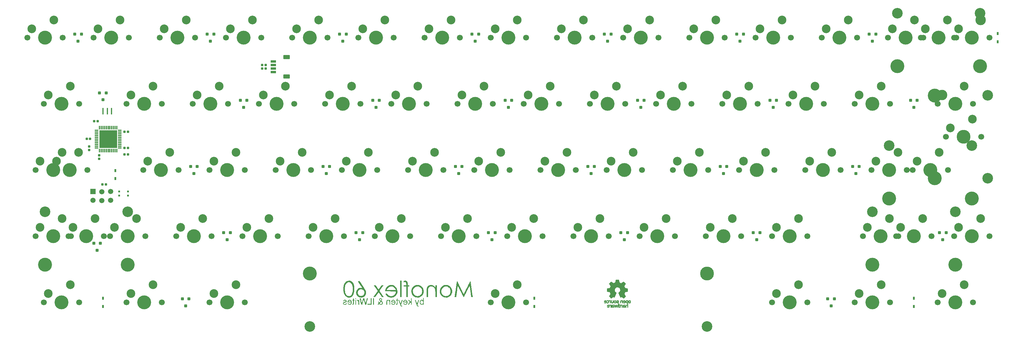
<source format=gbr>
%TF.GenerationSoftware,KiCad,Pcbnew,(5.99.0-13123-g97e9348ee1)*%
%TF.CreationDate,2021-12-06T14:10:23+03:00*%
%TF.ProjectId,Monoflex60,4d6f6e6f-666c-4657-9836-302e6b696361,rev?*%
%TF.SameCoordinates,Original*%
%TF.FileFunction,Soldermask,Bot*%
%TF.FilePolarity,Negative*%
%FSLAX46Y46*%
G04 Gerber Fmt 4.6, Leading zero omitted, Abs format (unit mm)*
G04 Created by KiCad (PCBNEW (5.99.0-13123-g97e9348ee1)) date 2021-12-06 14:10:23*
%MOMM*%
%LPD*%
G01*
G04 APERTURE LIST*
G04 Aperture macros list*
%AMRoundRect*
0 Rectangle with rounded corners*
0 $1 Rounding radius*
0 $2 $3 $4 $5 $6 $7 $8 $9 X,Y pos of 4 corners*
0 Add a 4 corners polygon primitive as box body*
4,1,4,$2,$3,$4,$5,$6,$7,$8,$9,$2,$3,0*
0 Add four circle primitives for the rounded corners*
1,1,$1+$1,$2,$3*
1,1,$1+$1,$4,$5*
1,1,$1+$1,$6,$7*
1,1,$1+$1,$8,$9*
0 Add four rect primitives between the rounded corners*
20,1,$1+$1,$2,$3,$4,$5,0*
20,1,$1+$1,$4,$5,$6,$7,0*
20,1,$1+$1,$6,$7,$8,$9,0*
20,1,$1+$1,$8,$9,$2,$3,0*%
G04 Aperture macros list end*
%ADD10C,0.010000*%
%ADD11C,1.700000*%
%ADD12C,4.000000*%
%ADD13C,2.500000*%
%ADD14C,3.000000*%
%ADD15C,3.050000*%
%ADD16C,3.987800*%
%ADD17RoundRect,0.104000X-0.296000X0.346000X-0.296000X-0.346000X0.296000X-0.346000X0.296000X0.346000X0*%
%ADD18R,0.600000X0.850000*%
%ADD19RoundRect,0.090000X-0.210000X-0.210000X0.210000X-0.210000X0.210000X0.210000X-0.210000X0.210000X0*%
%ADD20RoundRect,0.091000X-0.684000X0.259000X-0.684000X-0.259000X0.684000X-0.259000X0.684000X0.259000X0*%
%ADD21RoundRect,0.144000X-0.756000X0.456000X-0.756000X-0.456000X0.756000X-0.456000X0.756000X0.456000X0*%
%ADD22R,1.075000X0.300000*%
%ADD23R,0.300000X1.075000*%
%ADD24R,5.200000X5.200000*%
%ADD25R,0.400000X1.900000*%
%ADD26RoundRect,0.090000X0.210000X0.210000X-0.210000X0.210000X-0.210000X-0.210000X0.210000X-0.210000X0*%
%ADD27RoundRect,0.090000X0.210000X-0.210000X0.210000X0.210000X-0.210000X0.210000X-0.210000X-0.210000X0*%
%ADD28R,1.500000X1.500000*%
%ADD29C,1.500000*%
%ADD30R,0.550000X0.570000*%
G04 APERTURE END LIST*
%TO.C,G\u002A\u002A\u002A*%
G36*
X159081146Y-168920956D02*
G01*
X157883949Y-168920956D01*
X157883949Y-168694459D01*
X158822293Y-168694459D01*
X158822293Y-167076625D01*
X159081146Y-167076625D01*
X159081146Y-168920956D01*
G37*
G36*
X154076430Y-165125031D02*
G01*
X154023908Y-165467933D01*
X153948225Y-165766179D01*
X153894528Y-165911187D01*
X153785840Y-166136979D01*
X153657752Y-166343682D01*
X153523229Y-166508648D01*
X153437051Y-166586880D01*
X153237560Y-166721379D01*
X153014712Y-166824454D01*
X152794460Y-166882779D01*
X152710887Y-166893093D01*
X152408548Y-166892059D01*
X152124129Y-166830577D01*
X151862001Y-166711069D01*
X151626532Y-166535956D01*
X151422093Y-166307661D01*
X151253054Y-166028605D01*
X151178725Y-165867529D01*
X151103523Y-165666792D01*
X151047852Y-165458690D01*
X151008785Y-165229005D01*
X150983392Y-164963518D01*
X150968747Y-164648011D01*
X150967116Y-164578301D01*
X151394013Y-164578301D01*
X151403020Y-164848893D01*
X151423159Y-165094274D01*
X151454590Y-165297007D01*
X151472243Y-165374453D01*
X151561202Y-165659771D01*
X151678275Y-165911582D01*
X151818590Y-166122229D01*
X151977278Y-166284054D01*
X152149469Y-166389401D01*
X152153815Y-166391215D01*
X152365635Y-166452423D01*
X152589837Y-166471465D01*
X152805809Y-166448483D01*
X152992942Y-166383617D01*
X153069089Y-166336082D01*
X153207382Y-166214499D01*
X153334195Y-166062596D01*
X153430987Y-165900806D01*
X153515103Y-165686524D01*
X153594572Y-165381030D01*
X153647456Y-165042125D01*
X153673848Y-164683051D01*
X153673835Y-164317050D01*
X153647510Y-163957364D01*
X153594961Y-163617233D01*
X153516279Y-163309901D01*
X153411555Y-163048608D01*
X153347549Y-162934061D01*
X153190636Y-162733232D01*
X153004955Y-162590231D01*
X152789957Y-162504696D01*
X152545095Y-162476265D01*
X152507242Y-162476907D01*
X152265703Y-162515063D01*
X152051022Y-162611783D01*
X151863677Y-162766579D01*
X151704144Y-162978963D01*
X151572901Y-163248446D01*
X151470426Y-163574540D01*
X151466096Y-163592609D01*
X151432179Y-163789654D01*
X151408753Y-164031243D01*
X151395977Y-164299939D01*
X151394013Y-164578301D01*
X150967116Y-164578301D01*
X150965097Y-164492023D01*
X150965924Y-164179535D01*
X150980580Y-163909642D01*
X151010633Y-163667742D01*
X151057650Y-163439233D01*
X151123201Y-163209512D01*
X151182078Y-163045128D01*
X151331687Y-162741305D01*
X151516764Y-162489588D01*
X151735707Y-162291276D01*
X151986908Y-162147669D01*
X152268764Y-162060068D01*
X152579669Y-162029772D01*
X152816561Y-162047434D01*
X153089787Y-162121613D01*
X153333902Y-162252310D01*
X153547276Y-162438041D01*
X153728283Y-162677324D01*
X153875294Y-162968679D01*
X153986680Y-163310622D01*
X154049938Y-163624186D01*
X154092545Y-163987051D01*
X154110997Y-164368725D01*
X154106539Y-164683051D01*
X154105543Y-164753340D01*
X154076430Y-165125031D01*
G37*
G36*
X155008807Y-167572439D02*
G01*
X155103950Y-167627250D01*
X155181107Y-167696044D01*
X155263057Y-167793437D01*
X155263057Y-167677706D01*
X155263091Y-167664308D01*
X155269633Y-167594351D01*
X155300960Y-167566792D01*
X155376306Y-167561975D01*
X155489554Y-167561975D01*
X155489554Y-168920956D01*
X155263057Y-168920956D01*
X155262877Y-168540765D01*
X155260782Y-168402944D01*
X155253711Y-168248381D01*
X155242839Y-168121459D01*
X155229406Y-168040708D01*
X155224983Y-168025944D01*
X155156043Y-167901431D01*
X155049468Y-167818566D01*
X154918948Y-167788472D01*
X154916702Y-167788471D01*
X154844450Y-167782683D01*
X154815408Y-167752221D01*
X154810064Y-167677133D01*
X154810190Y-167667293D01*
X154820737Y-167588720D01*
X154843053Y-167545406D01*
X154848940Y-167542364D01*
X154916773Y-167541011D01*
X155008807Y-167572439D01*
G37*
G36*
X155742104Y-167077586D02*
G01*
X155783018Y-167082706D01*
X155920723Y-167092803D01*
X156083558Y-167796561D01*
X156107146Y-167897631D01*
X156153424Y-168090731D01*
X156194763Y-168256500D01*
X156228843Y-168385988D01*
X156253346Y-168470244D01*
X156265950Y-168500319D01*
X156271139Y-168492236D01*
X156292626Y-168433733D01*
X156326928Y-168326102D01*
X156371366Y-168178157D01*
X156423262Y-167998706D01*
X156479936Y-167796561D01*
X156674365Y-167092803D01*
X156818074Y-167083309D01*
X156961783Y-167073816D01*
X157152301Y-167768117D01*
X157177907Y-167861048D01*
X157232445Y-168056356D01*
X157281086Y-168227058D01*
X157321079Y-168363690D01*
X157349672Y-168456784D01*
X157364115Y-168496878D01*
X157367621Y-168496360D01*
X157385431Y-168454781D01*
X157413897Y-168361853D01*
X157450657Y-168226138D01*
X157493349Y-168056201D01*
X157539611Y-167860605D01*
X157554257Y-167796965D01*
X157599928Y-167599354D01*
X157640750Y-167423961D01*
X157674328Y-167281001D01*
X157698266Y-167180691D01*
X157710168Y-167133249D01*
X157716327Y-167118208D01*
X157760952Y-167086085D01*
X157853773Y-167076625D01*
X157880696Y-167077174D01*
X157952579Y-167085577D01*
X157981802Y-167100892D01*
X157981504Y-167103511D01*
X157970740Y-167151718D01*
X157946029Y-167252755D01*
X157909419Y-167398516D01*
X157862961Y-167580891D01*
X157808703Y-167791775D01*
X157748696Y-168023058D01*
X157514807Y-168920956D01*
X157247884Y-168920956D01*
X157040826Y-168177665D01*
X157000147Y-168033564D01*
X156944449Y-167842755D01*
X156895196Y-167681550D01*
X156854996Y-167558166D01*
X156826458Y-167480820D01*
X156812194Y-167457728D01*
X156809038Y-167463565D01*
X156789337Y-167519175D01*
X156756474Y-167624565D01*
X156713284Y-167770233D01*
X156662604Y-167946677D01*
X156607268Y-168144395D01*
X156589961Y-168206992D01*
X156535813Y-168402680D01*
X156487626Y-168576577D01*
X156448218Y-168718538D01*
X156420404Y-168818414D01*
X156407000Y-168866059D01*
X156392199Y-168894881D01*
X156346362Y-168914980D01*
X156255520Y-168914594D01*
X156120955Y-168904777D01*
X155903423Y-168079682D01*
X155829669Y-167801088D01*
X155770389Y-167577470D01*
X155725253Y-167404209D01*
X155693508Y-167275067D01*
X155674403Y-167183812D01*
X155667184Y-167124206D01*
X155671097Y-167090016D01*
X155685390Y-167075006D01*
X155709310Y-167072941D01*
X155742104Y-167077586D01*
G37*
G36*
X165935558Y-168256387D02*
G01*
X165916758Y-168476344D01*
X165852881Y-168663177D01*
X165747109Y-168809899D01*
X165602623Y-168909522D01*
X165571303Y-168921020D01*
X165447282Y-168942197D01*
X165286576Y-168944680D01*
X165168491Y-168934099D01*
X165028382Y-168894892D01*
X164917499Y-168818571D01*
X164816369Y-168694788D01*
X164766950Y-168614186D01*
X164746652Y-168546233D01*
X164775419Y-168510624D01*
X164854635Y-168500319D01*
X164873051Y-168500631D01*
X164950195Y-168517007D01*
X164985974Y-168564188D01*
X165041994Y-168650238D01*
X165143352Y-168717565D01*
X165269809Y-168756437D01*
X165402340Y-168761114D01*
X165521920Y-168725856D01*
X165537336Y-168716310D01*
X165608957Y-168636994D01*
X165661498Y-168524450D01*
X165681911Y-168404856D01*
X165681911Y-168306179D01*
X164711210Y-168306179D01*
X164711210Y-168207258D01*
X164714079Y-168144395D01*
X164936474Y-168144395D01*
X165309192Y-168144395D01*
X165415588Y-168144209D01*
X165540726Y-168142252D01*
X165618954Y-168136508D01*
X165661245Y-168124979D01*
X165678573Y-168105671D01*
X165681911Y-168076585D01*
X165681248Y-168062211D01*
X165648898Y-167958180D01*
X165581063Y-167855936D01*
X165496022Y-167784229D01*
X165420360Y-167758165D01*
X165298672Y-167748813D01*
X165179898Y-167766992D01*
X165092678Y-167810815D01*
X165054768Y-167848301D01*
X164996719Y-167935218D01*
X164957745Y-168055414D01*
X164936474Y-168144395D01*
X164714079Y-168144395D01*
X164715158Y-168120739D01*
X164760239Y-167920220D01*
X164852232Y-167756354D01*
X164986886Y-167635245D01*
X165159948Y-167562996D01*
X165335054Y-167542525D01*
X165518785Y-167573413D01*
X165676450Y-167658143D01*
X165801947Y-167791789D01*
X165889173Y-167969426D01*
X165910363Y-168076585D01*
X165932024Y-168186129D01*
X165935558Y-168256387D01*
G37*
G36*
X169056359Y-162071650D02*
G01*
X169203125Y-162150190D01*
X169267156Y-162206295D01*
X169342751Y-162294411D01*
X169396291Y-162397275D01*
X169432054Y-162527329D01*
X169454318Y-162697020D01*
X169467362Y-162918790D01*
X169483822Y-163339427D01*
X169702229Y-163348995D01*
X169920637Y-163358562D01*
X169920637Y-163708572D01*
X169702229Y-163718140D01*
X169483822Y-163727707D01*
X169475416Y-165256561D01*
X169467010Y-166785414D01*
X169047640Y-166785414D01*
X169039234Y-165256561D01*
X169030828Y-163727707D01*
X168666815Y-163718558D01*
X168302802Y-163709410D01*
X168302802Y-163357725D01*
X169030828Y-163339427D01*
X169040761Y-163165144D01*
X169040985Y-163013876D01*
X169027100Y-162853662D01*
X169002009Y-162704429D01*
X168968732Y-162584075D01*
X168930290Y-162510500D01*
X168909027Y-162492841D01*
X168816869Y-162459773D01*
X168689439Y-162449068D01*
X168545531Y-162461219D01*
X168403941Y-162496718D01*
X168270446Y-162543818D01*
X168270446Y-162104075D01*
X168494670Y-162061767D01*
X168633147Y-162040941D01*
X168864718Y-162035028D01*
X169056359Y-162071650D01*
G37*
G36*
X160653523Y-163956769D02*
G01*
X160715735Y-164046543D01*
X160830584Y-164211393D01*
X160930518Y-164353687D01*
X161010095Y-164465739D01*
X161063874Y-164539858D01*
X161086411Y-164568355D01*
X161094766Y-164561947D01*
X161135163Y-164512821D01*
X161203644Y-164421629D01*
X161294857Y-164295699D01*
X161403451Y-164142361D01*
X161524076Y-163968941D01*
X161944713Y-163359105D01*
X162213566Y-163357355D01*
X162306972Y-163357682D01*
X162406313Y-163362864D01*
X162454083Y-163374822D01*
X162458213Y-163394769D01*
X162456608Y-163397269D01*
X162426680Y-163441284D01*
X162365445Y-163530028D01*
X162277843Y-163656383D01*
X162168815Y-163813232D01*
X162043301Y-163993460D01*
X161906240Y-164189949D01*
X161880312Y-164227124D01*
X161746487Y-164420104D01*
X161626492Y-164594949D01*
X161525009Y-164744702D01*
X161446721Y-164862407D01*
X161396314Y-164941107D01*
X161378471Y-164973845D01*
X161378669Y-164974908D01*
X161399978Y-165012877D01*
X161453135Y-165096090D01*
X161533418Y-165217472D01*
X161636105Y-165369946D01*
X161756472Y-165546439D01*
X161889798Y-165739875D01*
X162026480Y-165937262D01*
X162159904Y-166130086D01*
X162280744Y-166304863D01*
X162382931Y-166452809D01*
X162460392Y-166565139D01*
X162507057Y-166633069D01*
X162612990Y-166788112D01*
X162077760Y-166769236D01*
X161592196Y-166066905D01*
X161548866Y-166004404D01*
X161389674Y-165778481D01*
X161261687Y-165603435D01*
X161165678Y-165480265D01*
X161102417Y-165409972D01*
X161072679Y-165393558D01*
X161052336Y-165418405D01*
X160998791Y-165490988D01*
X160918429Y-165603200D01*
X160816561Y-165747552D01*
X160698499Y-165916558D01*
X160569554Y-166102731D01*
X160100382Y-166782920D01*
X159559054Y-166785414D01*
X159606941Y-166712612D01*
X159616633Y-166698251D01*
X159662289Y-166632003D01*
X159737870Y-166523133D01*
X159838455Y-166378703D01*
X159959122Y-166205776D01*
X160094949Y-166011416D01*
X160241015Y-165802684D01*
X160827203Y-164965559D01*
X160767850Y-164880519D01*
X160621596Y-164670891D01*
X160399357Y-164351984D01*
X160211863Y-164082384D01*
X160057536Y-163859805D01*
X159934802Y-163681960D01*
X159842086Y-163546564D01*
X159777810Y-163451330D01*
X159740400Y-163393972D01*
X159728280Y-163372205D01*
X159730422Y-163370055D01*
X159774496Y-163362698D01*
X159863825Y-163357546D01*
X159982972Y-163355605D01*
X160237664Y-163355605D01*
X160653523Y-163956769D01*
G37*
G36*
X182238661Y-165455338D02*
G01*
X182148673Y-165756882D01*
X182003190Y-166042941D01*
X181801240Y-166306356D01*
X181607459Y-166492616D01*
X181337320Y-166682103D01*
X181045340Y-166811891D01*
X180728490Y-166883608D01*
X180579532Y-166896383D01*
X180249337Y-166880595D01*
X179923652Y-166807709D01*
X179619212Y-166680784D01*
X179463536Y-166577709D01*
X179295025Y-166431141D01*
X179132067Y-166259303D01*
X178990787Y-166079222D01*
X178887309Y-165907923D01*
X178869301Y-165870229D01*
X178754716Y-165550912D01*
X178700998Y-165225057D01*
X178704340Y-165015261D01*
X179152505Y-165015261D01*
X179163624Y-165294340D01*
X179231295Y-165567066D01*
X179355656Y-165825323D01*
X179536845Y-166060995D01*
X179631743Y-166153223D01*
X179857987Y-166315072D01*
X180112994Y-166422321D01*
X180189009Y-166442155D01*
X180442068Y-166472288D01*
X180702510Y-166455733D01*
X180950773Y-166394904D01*
X181167297Y-166292215D01*
X181186204Y-166280038D01*
X181408181Y-166098450D01*
X181582370Y-165881402D01*
X181707907Y-165637416D01*
X181783928Y-165375013D01*
X181809568Y-165102715D01*
X181783965Y-164829044D01*
X181706254Y-164562521D01*
X181575572Y-164311669D01*
X181391053Y-164085008D01*
X181305637Y-164006341D01*
X181072328Y-163847498D01*
X180820424Y-163745713D01*
X180558166Y-163700958D01*
X180293798Y-163713202D01*
X180035565Y-163782415D01*
X179791708Y-163908567D01*
X179570471Y-164091629D01*
X179457070Y-164221063D01*
X179299367Y-164470506D01*
X179197799Y-164737944D01*
X179152505Y-165015261D01*
X178704340Y-165015261D01*
X178706180Y-164899758D01*
X178768296Y-164582109D01*
X178885378Y-164279202D01*
X179055459Y-163998132D01*
X179276573Y-163745991D01*
X179546751Y-163529874D01*
X179670298Y-163453348D01*
X179843747Y-163370260D01*
X180025149Y-163316947D01*
X180232825Y-163288536D01*
X180485095Y-163280148D01*
X180663398Y-163283955D01*
X180883175Y-163305518D01*
X181070894Y-163350441D01*
X181244875Y-163423601D01*
X181423439Y-163529874D01*
X181667761Y-163721784D01*
X181890282Y-163965903D01*
X182063154Y-164237489D01*
X182185402Y-164529385D01*
X182256052Y-164834431D01*
X182271645Y-165102715D01*
X182274129Y-165145468D01*
X182238661Y-165455338D01*
G37*
G36*
X157446465Y-165771025D02*
G01*
X157359299Y-166050117D01*
X157214105Y-166307528D01*
X157011598Y-166538411D01*
X156852577Y-166665954D01*
X156601256Y-166800993D01*
X156329447Y-166877641D01*
X156158029Y-166896232D01*
X155850968Y-166881312D01*
X155557444Y-166804763D01*
X155283591Y-166668495D01*
X155035543Y-166474421D01*
X154854201Y-166265150D01*
X154716638Y-166015824D01*
X154638654Y-165743552D01*
X154627435Y-165556879D01*
X155089246Y-165556879D01*
X155133925Y-165778916D01*
X155229279Y-165986039D01*
X155374003Y-166168308D01*
X155566794Y-166315784D01*
X155611356Y-166339442D01*
X155799942Y-166403556D01*
X156015293Y-166432238D01*
X156233758Y-166421731D01*
X156276331Y-166414130D01*
X156481627Y-166340810D01*
X156668226Y-166216647D01*
X156824752Y-166053024D01*
X156939828Y-165861324D01*
X157002080Y-165652930D01*
X157005888Y-165625582D01*
X157010527Y-165368007D01*
X156959681Y-165132624D01*
X156858568Y-164925740D01*
X156712406Y-164753659D01*
X156526411Y-164622687D01*
X156305802Y-164539131D01*
X156055796Y-164509295D01*
X156006718Y-164510067D01*
X155765078Y-164546423D01*
X155553561Y-164638732D01*
X155366567Y-164789269D01*
X155272291Y-164900670D01*
X155157125Y-165107816D01*
X155096545Y-165329866D01*
X155089246Y-165556879D01*
X154627435Y-165556879D01*
X154621093Y-165451364D01*
X154664799Y-165142294D01*
X154691057Y-165041176D01*
X154758956Y-164856248D01*
X154854369Y-164692633D01*
X154991508Y-164523407D01*
X155104954Y-164407648D01*
X155309734Y-164250568D01*
X155533697Y-164143585D01*
X155646211Y-164117448D01*
X155803873Y-164101425D01*
X155976203Y-164097912D01*
X156137977Y-164107369D01*
X156263972Y-164130255D01*
X156279306Y-164134702D01*
X156351018Y-164151511D01*
X156385742Y-164152751D01*
X156380526Y-164140775D01*
X156345522Y-164081789D01*
X156281322Y-163979392D01*
X156192045Y-163839998D01*
X156081811Y-163670021D01*
X155954738Y-163475873D01*
X155814946Y-163263970D01*
X155731502Y-163137833D01*
X155595027Y-162930993D01*
X155471719Y-162743442D01*
X155366106Y-162582104D01*
X155282714Y-162453903D01*
X155226072Y-162365761D01*
X155200705Y-162324603D01*
X155190208Y-162294054D01*
X155202637Y-162257009D01*
X155252305Y-162210625D01*
X155348608Y-162143386D01*
X155443096Y-162086687D01*
X155517258Y-162053288D01*
X155554962Y-162050468D01*
X155573607Y-162073177D01*
X155630180Y-162150912D01*
X155714431Y-162272240D01*
X155821866Y-162430294D01*
X155947990Y-162618206D01*
X156088310Y-162829108D01*
X156238331Y-163056134D01*
X156393558Y-163292415D01*
X156549498Y-163531083D01*
X156701655Y-163765272D01*
X156845536Y-163988114D01*
X156976647Y-164192741D01*
X157090492Y-164372285D01*
X157182578Y-164519880D01*
X157248410Y-164628657D01*
X157283495Y-164691749D01*
X157352667Y-164852098D01*
X157443862Y-165167170D01*
X157464101Y-165368007D01*
X157474891Y-165475094D01*
X157446465Y-165771025D01*
G37*
G36*
X153968790Y-167561975D02*
G01*
X154065860Y-167561975D01*
X154117093Y-167564949D01*
X154154912Y-167590290D01*
X154162930Y-167659045D01*
X154159956Y-167710278D01*
X154134614Y-167748097D01*
X154065860Y-167756115D01*
X153968790Y-167756115D01*
X153968790Y-168266622D01*
X153968249Y-168396683D01*
X153963668Y-168584883D01*
X153952562Y-168721880D01*
X153932718Y-168816307D01*
X153901924Y-168876800D01*
X153857966Y-168911991D01*
X153798632Y-168930515D01*
X153698787Y-168945094D01*
X153608925Y-168938349D01*
X153561802Y-168897537D01*
X153548153Y-168818514D01*
X153548159Y-168816532D01*
X153557477Y-168755605D01*
X153579841Y-168742581D01*
X153612813Y-168747216D01*
X153676911Y-168727173D01*
X153680152Y-168725406D01*
X153704858Y-168706856D01*
X153721994Y-168676386D01*
X153732933Y-168623438D01*
X153739048Y-168537454D01*
X153741710Y-168407877D01*
X153742293Y-168224148D01*
X153742293Y-167756115D01*
X153645223Y-167756115D01*
X153593990Y-167753141D01*
X153556170Y-167727800D01*
X153548153Y-167659045D01*
X153551031Y-167608515D01*
X153575958Y-167570179D01*
X153643608Y-167561975D01*
X153648322Y-167561971D01*
X153700195Y-167558018D01*
X153728368Y-167536060D01*
X153741628Y-167480546D01*
X153748767Y-167375924D01*
X153749501Y-167361946D01*
X153756889Y-167263095D01*
X153771966Y-167210720D01*
X153804342Y-167188405D01*
X153863630Y-167179734D01*
X153968790Y-167169594D01*
X153968790Y-167561975D01*
G37*
G36*
X163938144Y-167565156D02*
G01*
X164093200Y-167636887D01*
X164225860Y-167724676D01*
X164225860Y-167643326D01*
X164231198Y-167595187D01*
X164262545Y-167567995D01*
X164339108Y-167561975D01*
X164452357Y-167561975D01*
X164452357Y-168920956D01*
X164225860Y-168920956D01*
X164225860Y-168499280D01*
X164225035Y-168400914D01*
X164213626Y-168177201D01*
X164186312Y-168008470D01*
X164139924Y-167888382D01*
X164071296Y-167810601D01*
X163977260Y-167768790D01*
X163854647Y-167756610D01*
X163840015Y-167756744D01*
X163751063Y-167763831D01*
X163684772Y-167787404D01*
X163637871Y-167835490D01*
X163607087Y-167916114D01*
X163589150Y-168037303D01*
X163580787Y-168207082D01*
X163578726Y-168433478D01*
X163578726Y-168920956D01*
X163352229Y-168920956D01*
X163352706Y-168378981D01*
X163355019Y-168150576D01*
X163362465Y-167959014D01*
X163375143Y-167829073D01*
X163393152Y-167759234D01*
X163397141Y-167751691D01*
X163492307Y-167638968D01*
X163623597Y-167568661D01*
X163776910Y-167543236D01*
X163938144Y-167565156D01*
G37*
G36*
X167236975Y-168095860D02*
G01*
X167284534Y-168241730D01*
X167336868Y-168396573D01*
X167380518Y-168519485D01*
X167411937Y-168600523D01*
X167427573Y-168629746D01*
X167439266Y-168609445D01*
X167468035Y-168536498D01*
X167509518Y-168419947D01*
X167560190Y-168269749D01*
X167616528Y-168095860D01*
X167786268Y-167561975D01*
X167915109Y-167561975D01*
X167943485Y-167562262D01*
X168015216Y-167566317D01*
X168043949Y-167573639D01*
X168041603Y-167581750D01*
X168021882Y-167639571D01*
X167984708Y-167745268D01*
X167933217Y-167890001D01*
X167870547Y-168064931D01*
X167799839Y-168261219D01*
X167771217Y-168340595D01*
X167698233Y-168545328D01*
X167644804Y-168701111D01*
X167608595Y-168816728D01*
X167587269Y-168900962D01*
X167578492Y-168962597D01*
X167579928Y-169010417D01*
X167589241Y-169053204D01*
X167594062Y-169069008D01*
X167653715Y-169188495D01*
X167735805Y-169257537D01*
X167832497Y-169269177D01*
X167884422Y-169264481D01*
X167909445Y-169289451D01*
X167914522Y-169362258D01*
X167914505Y-169370880D01*
X167908030Y-169438940D01*
X167876312Y-169466106D01*
X167799667Y-169471019D01*
X167795779Y-169471014D01*
X167719201Y-169467473D01*
X167652834Y-169453521D01*
X167593203Y-169423515D01*
X167536836Y-169371813D01*
X167480258Y-169292772D01*
X167419998Y-169180750D01*
X167352580Y-169030105D01*
X167274532Y-168835193D01*
X167182381Y-168590372D01*
X167072652Y-168290000D01*
X167049452Y-168226031D01*
X166980903Y-168037113D01*
X166920474Y-167870712D01*
X166871647Y-167736409D01*
X166837904Y-167643785D01*
X166822729Y-167602421D01*
X166820891Y-167592482D01*
X166849623Y-167569306D01*
X166936531Y-167561975D01*
X167065591Y-167561975D01*
X167236975Y-168095860D01*
G37*
G36*
X159760637Y-168920956D02*
G01*
X159501783Y-168920956D01*
X159501783Y-167076625D01*
X159760637Y-167076625D01*
X159760637Y-168920956D01*
G37*
G36*
X154536092Y-167076914D02*
G01*
X154591326Y-167086357D01*
X154612495Y-167123184D01*
X154615923Y-167206051D01*
X154615670Y-167244242D01*
X154607407Y-167307367D01*
X154575184Y-167331560D01*
X154502675Y-167335478D01*
X154469258Y-167335189D01*
X154414024Y-167325745D01*
X154392855Y-167288919D01*
X154389427Y-167206051D01*
X154389680Y-167167860D01*
X154397943Y-167104736D01*
X154430166Y-167080543D01*
X154502675Y-167076625D01*
X154536092Y-167076914D01*
G37*
G36*
X173997580Y-168920956D02*
G01*
X173953065Y-168918790D01*
X173910331Y-168896764D01*
X173900509Y-168836712D01*
X173900509Y-168752468D01*
X173786135Y-168852890D01*
X173707184Y-168913167D01*
X173623139Y-168945335D01*
X173509496Y-168953312D01*
X173347546Y-168935546D01*
X173200868Y-168869948D01*
X173081555Y-168751117D01*
X173042212Y-168693644D01*
X172976241Y-168556073D01*
X172940536Y-168395735D01*
X172932739Y-168248515D01*
X173157016Y-168248515D01*
X173157056Y-168253772D01*
X173175055Y-168412763D01*
X173220764Y-168555285D01*
X173287169Y-168665372D01*
X173367256Y-168727056D01*
X173427320Y-168745662D01*
X173572406Y-168752827D01*
X173697080Y-168705454D01*
X173796078Y-168609919D01*
X173864134Y-168472603D01*
X173895985Y-168299883D01*
X173886364Y-168098137D01*
X173840375Y-167943391D01*
X173751749Y-167826589D01*
X173624789Y-167760054D01*
X173595714Y-167752941D01*
X173448639Y-167748859D01*
X173326895Y-167800904D01*
X173234818Y-167904547D01*
X173176747Y-168055260D01*
X173157016Y-168248515D01*
X172932739Y-168248515D01*
X172929809Y-168193191D01*
X172929811Y-168189844D01*
X172936452Y-168038742D01*
X172959513Y-167924208D01*
X173004318Y-167819535D01*
X173028150Y-167779114D01*
X173143413Y-167653917D01*
X173289282Y-167571738D01*
X173451090Y-167536400D01*
X173614170Y-167551726D01*
X173763854Y-167621541D01*
X173779119Y-167632249D01*
X173844700Y-167674346D01*
X173881237Y-167691402D01*
X173886837Y-167677387D01*
X173893889Y-167611411D01*
X173898718Y-167503661D01*
X173900509Y-167367835D01*
X173900509Y-167044268D01*
X174094650Y-167044268D01*
X174094650Y-168920956D01*
X173997580Y-168920956D01*
G37*
G36*
X176456405Y-163295715D02*
G01*
X176723420Y-163386543D01*
X176979829Y-163532387D01*
X177218525Y-163732757D01*
X177427388Y-163941621D01*
X177427388Y-163355605D01*
X177880382Y-163355605D01*
X177880382Y-166785414D01*
X177427388Y-166785414D01*
X177426747Y-165887516D01*
X177425533Y-165652320D01*
X177422184Y-165412426D01*
X177417034Y-165192331D01*
X177410409Y-165003263D01*
X177402636Y-164856450D01*
X177394041Y-164763121D01*
X177378938Y-164676236D01*
X177297724Y-164414358D01*
X177170832Y-164181483D01*
X177005136Y-163991253D01*
X176851963Y-163866823D01*
X176678680Y-163766689D01*
X176493653Y-163708868D01*
X176275774Y-163684482D01*
X176116708Y-163685721D01*
X175899081Y-163724404D01*
X175718265Y-163810427D01*
X175567227Y-163946388D01*
X175513717Y-164010593D01*
X175468796Y-164071999D01*
X175432452Y-164136330D01*
X175403694Y-164210453D01*
X175381533Y-164301231D01*
X175364980Y-164415530D01*
X175353044Y-164560216D01*
X175344735Y-164742154D01*
X175339064Y-164968208D01*
X175335041Y-165245244D01*
X175331675Y-165580128D01*
X175320593Y-166785414D01*
X174871210Y-166785414D01*
X174871439Y-165741911D01*
X174872027Y-165512338D01*
X174876235Y-165150395D01*
X174885553Y-164843227D01*
X174901224Y-164584522D01*
X174924491Y-164367963D01*
X174956599Y-164187237D01*
X174998791Y-164036028D01*
X175052311Y-163908022D01*
X175118402Y-163796905D01*
X175198309Y-163696361D01*
X175293274Y-163600077D01*
X175424442Y-163492359D01*
X175662803Y-163358225D01*
X175918989Y-163281066D01*
X176185892Y-163260393D01*
X176456405Y-163295715D01*
G37*
G36*
X151482843Y-167538490D02*
G01*
X151661230Y-167592499D01*
X151787661Y-167678216D01*
X151870018Y-167805180D01*
X151897962Y-167966297D01*
X151897810Y-167976970D01*
X151873929Y-168083909D01*
X151804817Y-168170693D01*
X151684010Y-168242913D01*
X151505042Y-168306162D01*
X151326294Y-168360345D01*
X151196107Y-168407289D01*
X151113215Y-168449160D01*
X151069460Y-168490106D01*
X151056688Y-168534279D01*
X151066543Y-168601089D01*
X151124846Y-168694111D01*
X151225923Y-168754989D01*
X151358707Y-168778273D01*
X151512129Y-168758513D01*
X151568607Y-168740420D01*
X151642308Y-168693071D01*
X151690525Y-168611661D01*
X151715902Y-168558873D01*
X151762218Y-168511996D01*
X151833683Y-168500319D01*
X151868289Y-168501607D01*
X151917863Y-168520553D01*
X151930197Y-168573121D01*
X151924187Y-168617640D01*
X151880822Y-168723070D01*
X151810211Y-168823980D01*
X151729821Y-168892525D01*
X151728656Y-168893152D01*
X151642956Y-168928142D01*
X151542038Y-168955926D01*
X151492887Y-168963422D01*
X151336594Y-168965417D01*
X151177087Y-168942687D01*
X151047168Y-168899005D01*
X150964648Y-168838877D01*
X150883654Y-168726906D01*
X150838802Y-168594800D01*
X150835807Y-168461509D01*
X150880385Y-168345985D01*
X150898625Y-168321711D01*
X150951635Y-168270389D01*
X151025974Y-168227555D01*
X151135695Y-168186202D01*
X151294850Y-168139321D01*
X151344861Y-168125175D01*
X151499785Y-168073619D01*
X151600512Y-168023056D01*
X151655064Y-167968493D01*
X151671465Y-167904936D01*
X151651506Y-167825196D01*
X151580812Y-167766560D01*
X151454326Y-167734276D01*
X151448390Y-167733534D01*
X151302951Y-167737800D01*
X151187785Y-167784570D01*
X151115810Y-167868714D01*
X151107638Y-167885206D01*
X151057884Y-167936393D01*
X150972861Y-167950255D01*
X150965218Y-167950249D01*
X150898597Y-167945301D01*
X150880538Y-167917748D01*
X150896390Y-167848004D01*
X150923795Y-167778025D01*
X151016904Y-167657648D01*
X151148941Y-167574985D01*
X151308166Y-167533959D01*
X151482843Y-167538490D01*
G37*
G36*
X154615923Y-168920956D02*
G01*
X154389427Y-168920956D01*
X154389427Y-167561975D01*
X154615923Y-167561975D01*
X154615923Y-168920956D01*
G37*
G36*
X166555541Y-167561975D02*
G01*
X166652611Y-167561975D01*
X166703845Y-167564949D01*
X166741664Y-167590290D01*
X166749681Y-167659045D01*
X166746708Y-167710278D01*
X166721366Y-167748097D01*
X166652611Y-167756115D01*
X166555541Y-167756115D01*
X166555541Y-168266622D01*
X166555001Y-168396683D01*
X166550420Y-168584883D01*
X166539314Y-168721880D01*
X166519470Y-168816307D01*
X166488676Y-168876800D01*
X166444718Y-168911991D01*
X166385384Y-168930515D01*
X166285539Y-168945094D01*
X166195677Y-168938349D01*
X166148554Y-168897537D01*
X166134904Y-168818514D01*
X166134911Y-168816532D01*
X166144229Y-168755605D01*
X166166592Y-168742581D01*
X166199565Y-168747216D01*
X166263662Y-168727173D01*
X166266904Y-168725406D01*
X166291609Y-168706856D01*
X166308745Y-168676386D01*
X166319685Y-168623438D01*
X166325799Y-168537454D01*
X166328462Y-168407877D01*
X166329044Y-168224148D01*
X166329044Y-167756115D01*
X166231974Y-167756115D01*
X166180741Y-167753141D01*
X166142922Y-167727800D01*
X166134904Y-167659045D01*
X166137783Y-167608515D01*
X166162709Y-167570179D01*
X166230360Y-167561975D01*
X166235073Y-167561971D01*
X166286947Y-167558018D01*
X166315119Y-167536060D01*
X166328380Y-167480546D01*
X166335519Y-167375924D01*
X166336252Y-167361946D01*
X166343641Y-167263095D01*
X166358717Y-167210720D01*
X166391094Y-167188405D01*
X166450382Y-167179734D01*
X166555541Y-167169594D01*
X166555541Y-167561975D01*
G37*
G36*
X170632484Y-168920956D02*
G01*
X170405987Y-168920956D01*
X170405987Y-168668156D01*
X170405736Y-168604654D01*
X170401534Y-168496995D01*
X170388208Y-168427298D01*
X170360740Y-168376950D01*
X170314114Y-168327336D01*
X170222241Y-168239316D01*
X170014815Y-168579226D01*
X169807388Y-168919136D01*
X169669873Y-168920046D01*
X169633707Y-168919629D01*
X169561193Y-168913534D01*
X169532357Y-168902370D01*
X169536227Y-168893216D01*
X169567560Y-168838754D01*
X169625247Y-168744803D01*
X169703129Y-168621309D01*
X169795046Y-168478218D01*
X170057735Y-168072652D01*
X169803894Y-167817314D01*
X169550053Y-167561975D01*
X169694259Y-167561975D01*
X169745049Y-167563279D01*
X169798997Y-167572728D01*
X169852166Y-167597962D01*
X169916079Y-167646586D01*
X170002258Y-167726204D01*
X170122226Y-167844421D01*
X170405987Y-168126868D01*
X170405987Y-167076625D01*
X170632484Y-167076625D01*
X170632484Y-168920956D01*
G37*
G36*
X169397724Y-168256387D02*
G01*
X169378923Y-168476344D01*
X169315046Y-168663177D01*
X169209274Y-168809899D01*
X169064789Y-168909522D01*
X169033468Y-168921020D01*
X168909448Y-168942197D01*
X168748741Y-168944680D01*
X168630657Y-168934099D01*
X168490547Y-168894892D01*
X168379665Y-168818571D01*
X168278535Y-168694788D01*
X168229115Y-168614186D01*
X168208818Y-168546233D01*
X168237585Y-168510624D01*
X168316800Y-168500319D01*
X168335217Y-168500631D01*
X168412361Y-168517007D01*
X168448140Y-168564188D01*
X168504160Y-168650238D01*
X168605518Y-168717565D01*
X168731975Y-168756437D01*
X168864505Y-168761114D01*
X168984085Y-168725856D01*
X168999501Y-168716310D01*
X169071123Y-168636994D01*
X169123664Y-168524450D01*
X169144076Y-168404856D01*
X169144076Y-168306179D01*
X168173376Y-168306179D01*
X168173376Y-168207258D01*
X168176245Y-168144395D01*
X168398640Y-168144395D01*
X168771358Y-168144395D01*
X168877754Y-168144209D01*
X169002891Y-168142252D01*
X169081119Y-168136508D01*
X169123411Y-168124979D01*
X169140739Y-168105671D01*
X169144076Y-168076585D01*
X169143414Y-168062211D01*
X169111063Y-167958180D01*
X169043228Y-167855936D01*
X168958188Y-167784229D01*
X168882525Y-167758165D01*
X168760838Y-167748813D01*
X168642064Y-167766992D01*
X168554844Y-167810815D01*
X168516933Y-167848301D01*
X168458885Y-167935218D01*
X168419910Y-168055414D01*
X168398640Y-168144395D01*
X168176245Y-168144395D01*
X168177324Y-168120739D01*
X168222405Y-167920220D01*
X168314398Y-167756354D01*
X168449052Y-167635245D01*
X168622114Y-167562996D01*
X168797220Y-167542525D01*
X168980951Y-167573413D01*
X169138616Y-167658143D01*
X169264113Y-167791789D01*
X169351338Y-167969426D01*
X169372528Y-168076585D01*
X169394189Y-168186129D01*
X169397724Y-168256387D01*
G37*
G36*
X171961051Y-168095860D02*
G01*
X172008611Y-168241730D01*
X172060944Y-168396573D01*
X172104595Y-168519485D01*
X172136013Y-168600523D01*
X172151649Y-168629746D01*
X172163343Y-168609445D01*
X172192112Y-168536498D01*
X172233594Y-168419947D01*
X172284266Y-168269749D01*
X172340604Y-168095860D01*
X172510345Y-167561975D01*
X172639185Y-167561975D01*
X172667561Y-167562262D01*
X172739292Y-167566317D01*
X172768025Y-167573639D01*
X172765679Y-167581750D01*
X172745959Y-167639571D01*
X172708784Y-167745268D01*
X172657293Y-167890001D01*
X172594624Y-168064931D01*
X172523915Y-168261219D01*
X172495294Y-168340595D01*
X172422309Y-168545328D01*
X172368880Y-168701111D01*
X172332671Y-168816728D01*
X172311346Y-168900962D01*
X172302569Y-168962597D01*
X172304004Y-169010417D01*
X172313317Y-169053204D01*
X172318138Y-169069008D01*
X172377791Y-169188495D01*
X172459881Y-169257537D01*
X172556573Y-169269177D01*
X172608499Y-169264481D01*
X172633521Y-169289451D01*
X172638599Y-169362258D01*
X172638581Y-169370880D01*
X172632107Y-169438940D01*
X172600389Y-169466106D01*
X172523743Y-169471019D01*
X172519856Y-169471014D01*
X172443278Y-169467473D01*
X172376910Y-169453521D01*
X172317279Y-169423515D01*
X172260912Y-169371813D01*
X172204335Y-169292772D01*
X172144074Y-169180750D01*
X172076657Y-169030105D01*
X171998609Y-168835193D01*
X171906457Y-168590372D01*
X171796728Y-168290000D01*
X171773529Y-168226031D01*
X171704980Y-168037113D01*
X171644550Y-167870712D01*
X171595723Y-167736409D01*
X171561981Y-167643785D01*
X171546806Y-167602421D01*
X171544968Y-167592482D01*
X171573699Y-167569306D01*
X171660607Y-167561975D01*
X171789667Y-167561975D01*
X171961051Y-168095860D01*
G37*
G36*
X167720382Y-166785414D02*
G01*
X167267388Y-166785414D01*
X167267388Y-162028981D01*
X167720382Y-162028981D01*
X167720382Y-166785414D01*
G37*
G36*
X166491502Y-165386801D02*
G01*
X166410637Y-165703169D01*
X166273182Y-166005685D01*
X166078827Y-166286695D01*
X165883987Y-166485957D01*
X165620256Y-166673678D01*
X165326440Y-166805799D01*
X165008335Y-166879113D01*
X164937409Y-166887167D01*
X164588230Y-166890888D01*
X164256399Y-166834869D01*
X163947168Y-166721497D01*
X163665793Y-166553158D01*
X163417525Y-166332239D01*
X163207619Y-166061126D01*
X163204995Y-166057018D01*
X163147487Y-165963310D01*
X163109363Y-165894226D01*
X163098755Y-165864459D01*
X163119571Y-165851724D01*
X163183154Y-165818099D01*
X163269073Y-165774783D01*
X163357376Y-165731636D01*
X163428111Y-165698517D01*
X163461327Y-165685287D01*
X163471467Y-165694114D01*
X163507462Y-165744240D01*
X163556749Y-165823916D01*
X163658234Y-165963254D01*
X163795990Y-166108008D01*
X163947908Y-166237259D01*
X164091884Y-166330100D01*
X164306423Y-166418829D01*
X164584447Y-166478873D01*
X164862553Y-166482369D01*
X165131211Y-166430365D01*
X165380894Y-166323908D01*
X165602071Y-166164046D01*
X165723133Y-166041147D01*
X165887983Y-165808780D01*
X165994071Y-165551386D01*
X166043517Y-165264650D01*
X166054013Y-165119045D01*
X162960807Y-165102237D01*
X162982686Y-164900323D01*
X163007830Y-164746943D01*
X163474454Y-164746943D01*
X166012493Y-164746943D01*
X165991308Y-164657962D01*
X165937083Y-164497152D01*
X165827070Y-164291649D01*
X165683066Y-164099841D01*
X165518197Y-163938660D01*
X165345589Y-163825035D01*
X165320491Y-163813101D01*
X165069606Y-163727890D01*
X164810830Y-163695262D01*
X164552716Y-163711506D01*
X164303817Y-163772908D01*
X164072685Y-163875758D01*
X163867872Y-164016344D01*
X163697932Y-164190953D01*
X163571418Y-164395873D01*
X163496882Y-164627392D01*
X163474454Y-164746943D01*
X163007830Y-164746943D01*
X163022653Y-164656520D01*
X163125207Y-164328723D01*
X163276902Y-164038142D01*
X163474090Y-163788357D01*
X163713126Y-163582947D01*
X163990365Y-163425490D01*
X164302160Y-163319564D01*
X164644866Y-163268750D01*
X164815013Y-163265329D01*
X165138892Y-163302959D01*
X165439359Y-163400665D01*
X165718260Y-163559152D01*
X165977442Y-163779129D01*
X166057813Y-163865048D01*
X166255254Y-164135875D01*
X166397654Y-164431118D01*
X166484701Y-164743122D01*
X166485075Y-164746943D01*
X166516087Y-165064234D01*
X166491502Y-165386801D01*
G37*
G36*
X162274030Y-168689300D02*
G01*
X162198672Y-168797909D01*
X162074140Y-168893111D01*
X161973244Y-168936742D01*
X161809103Y-168958185D01*
X161632941Y-168937304D01*
X161463471Y-168876908D01*
X161319402Y-168779807D01*
X161244155Y-168710942D01*
X161156650Y-168818157D01*
X161149607Y-168826729D01*
X161087044Y-168890688D01*
X161023912Y-168915673D01*
X160928718Y-168915075D01*
X160788290Y-168904777D01*
X160939802Y-168721079D01*
X161064400Y-168570012D01*
X161378471Y-168570012D01*
X161380111Y-168575296D01*
X161414569Y-168613267D01*
X161479675Y-168665046D01*
X161501666Y-168679053D01*
X161611519Y-168725680D01*
X161731910Y-168751622D01*
X161832750Y-168755019D01*
X161908765Y-168734132D01*
X161986629Y-168678885D01*
X162047257Y-168620089D01*
X162081994Y-168550055D01*
X162090318Y-168448871D01*
X162089255Y-168403875D01*
X162075116Y-168326604D01*
X162034748Y-168258824D01*
X161955919Y-168175677D01*
X161895631Y-168120430D01*
X161831381Y-168070160D01*
X161796634Y-168054375D01*
X161788607Y-168059957D01*
X161745533Y-168104104D01*
X161679026Y-168180340D01*
X161600043Y-168275155D01*
X161519539Y-168375041D01*
X161448472Y-168466485D01*
X161397798Y-168535979D01*
X161378471Y-168570012D01*
X161064400Y-168570012D01*
X161091314Y-168537380D01*
X161024574Y-168321301D01*
X161023494Y-168317801D01*
X160990376Y-168206463D01*
X160966810Y-168119787D01*
X160957834Y-168076274D01*
X160958463Y-168073174D01*
X160994058Y-168054820D01*
X161067482Y-168047325D01*
X161138221Y-168052891D01*
X161177166Y-168083713D01*
X161198162Y-168159438D01*
X161200494Y-168171171D01*
X161222768Y-168247996D01*
X161246658Y-168288525D01*
X161249186Y-168289293D01*
X161286706Y-168268385D01*
X161350690Y-168209726D01*
X161428850Y-168124387D01*
X161583578Y-167943276D01*
X161465236Y-167841606D01*
X161438821Y-167817264D01*
X161342043Y-167695972D01*
X161274457Y-167559347D01*
X161249530Y-167434417D01*
X161476524Y-167434417D01*
X161491314Y-167542052D01*
X161559309Y-167656562D01*
X161599478Y-167700814D01*
X161668164Y-167747986D01*
X161729715Y-167737453D01*
X161797463Y-167669966D01*
X161859141Y-167567611D01*
X161884672Y-167454581D01*
X161862500Y-167359945D01*
X161795719Y-167294931D01*
X161687425Y-167270765D01*
X161590768Y-167287310D01*
X161510991Y-167345541D01*
X161476524Y-167434417D01*
X161249530Y-167434417D01*
X161249044Y-167431980D01*
X161249047Y-167431028D01*
X161276727Y-167315124D01*
X161346962Y-167204030D01*
X161442125Y-167125707D01*
X161547089Y-167088712D01*
X161698575Y-167079173D01*
X161847190Y-167110406D01*
X161974304Y-167177860D01*
X162061289Y-167276983D01*
X162077065Y-167311553D01*
X162102249Y-167454581D01*
X162102302Y-167454884D01*
X162079610Y-167611203D01*
X162011199Y-167759240D01*
X161977248Y-167811633D01*
X161946193Y-167870487D01*
X161947520Y-167903254D01*
X161977881Y-167926763D01*
X161997066Y-167937813D01*
X162159599Y-168065157D01*
X162268010Y-168219267D01*
X162318876Y-168393379D01*
X162315884Y-168448871D01*
X162308776Y-168580732D01*
X162274030Y-168689300D01*
G37*
G36*
X153381163Y-168256387D02*
G01*
X153362363Y-168476344D01*
X153298486Y-168663177D01*
X153192714Y-168809899D01*
X153048228Y-168909522D01*
X153016908Y-168921020D01*
X152892887Y-168942197D01*
X152732181Y-168944680D01*
X152614096Y-168934099D01*
X152473987Y-168894892D01*
X152363104Y-168818571D01*
X152261974Y-168694788D01*
X152212555Y-168614186D01*
X152192258Y-168546233D01*
X152221024Y-168510624D01*
X152300240Y-168500319D01*
X152318656Y-168500631D01*
X152395800Y-168517007D01*
X152431579Y-168564188D01*
X152487599Y-168650238D01*
X152588957Y-168717565D01*
X152715414Y-168756437D01*
X152847945Y-168761114D01*
X152967525Y-168725856D01*
X152982941Y-168716310D01*
X153054563Y-168636994D01*
X153107103Y-168524450D01*
X153127516Y-168404856D01*
X153127516Y-168306179D01*
X152156815Y-168306179D01*
X152156815Y-168207258D01*
X152159684Y-168144395D01*
X152382079Y-168144395D01*
X152754797Y-168144395D01*
X152861193Y-168144209D01*
X152986331Y-168142252D01*
X153064559Y-168136508D01*
X153106850Y-168124979D01*
X153124178Y-168105671D01*
X153127516Y-168076585D01*
X153126853Y-168062211D01*
X153094503Y-167958180D01*
X153026668Y-167855936D01*
X152941627Y-167784229D01*
X152865965Y-167758165D01*
X152744278Y-167748813D01*
X152625503Y-167766992D01*
X152538283Y-167810815D01*
X152500373Y-167848301D01*
X152442324Y-167935218D01*
X152403350Y-168055414D01*
X152382079Y-168144395D01*
X152159684Y-168144395D01*
X152160763Y-168120739D01*
X152205844Y-167920220D01*
X152297837Y-167756354D01*
X152432491Y-167635245D01*
X152605554Y-167562996D01*
X152780659Y-167542525D01*
X152964390Y-167573413D01*
X153122056Y-167658143D01*
X153247552Y-167791789D01*
X153334778Y-167969426D01*
X153355968Y-168076585D01*
X153377629Y-168186129D01*
X153381163Y-168256387D01*
G37*
G36*
X174052419Y-165455338D02*
G01*
X173962431Y-165756882D01*
X173816948Y-166042941D01*
X173614997Y-166306356D01*
X173421217Y-166492616D01*
X173151078Y-166682103D01*
X172859098Y-166811891D01*
X172542248Y-166883608D01*
X172393290Y-166896383D01*
X172063095Y-166880595D01*
X171737410Y-166807709D01*
X171432970Y-166680784D01*
X171277294Y-166577709D01*
X171108783Y-166431141D01*
X170945825Y-166259303D01*
X170804545Y-166079222D01*
X170701067Y-165907923D01*
X170683059Y-165870229D01*
X170568474Y-165550912D01*
X170514756Y-165225057D01*
X170518098Y-165015261D01*
X170966263Y-165015261D01*
X170977382Y-165294340D01*
X171045053Y-165567066D01*
X171169414Y-165825323D01*
X171350603Y-166060995D01*
X171445501Y-166153223D01*
X171671745Y-166315072D01*
X171926751Y-166422321D01*
X172002767Y-166442155D01*
X172255826Y-166472288D01*
X172516268Y-166455733D01*
X172764531Y-166394904D01*
X172981054Y-166292215D01*
X172999962Y-166280038D01*
X173221939Y-166098450D01*
X173396128Y-165881402D01*
X173521665Y-165637416D01*
X173597686Y-165375013D01*
X173623326Y-165102715D01*
X173597723Y-164829044D01*
X173520012Y-164562521D01*
X173389330Y-164311669D01*
X173204811Y-164085008D01*
X173119395Y-164006341D01*
X172886086Y-163847498D01*
X172634182Y-163745713D01*
X172371924Y-163700958D01*
X172107556Y-163713202D01*
X171849322Y-163782415D01*
X171605466Y-163908567D01*
X171384229Y-164091629D01*
X171270828Y-164221063D01*
X171113125Y-164470506D01*
X171011557Y-164737944D01*
X170966263Y-165015261D01*
X170518098Y-165015261D01*
X170519938Y-164899758D01*
X170582054Y-164582109D01*
X170699136Y-164279202D01*
X170869217Y-163998132D01*
X171090331Y-163745991D01*
X171360509Y-163529874D01*
X171484056Y-163453348D01*
X171657505Y-163370260D01*
X171838907Y-163316947D01*
X172046583Y-163288536D01*
X172298853Y-163280148D01*
X172477156Y-163283955D01*
X172696933Y-163305518D01*
X172884652Y-163350441D01*
X173058633Y-163423601D01*
X173237197Y-163529874D01*
X173481519Y-163721784D01*
X173704040Y-163965903D01*
X173876912Y-164237489D01*
X173999160Y-164529385D01*
X174069810Y-164834431D01*
X174085403Y-165102715D01*
X174087887Y-165145468D01*
X174052419Y-165455338D01*
G37*
G36*
X183700146Y-162144387D02*
G01*
X183702845Y-162148589D01*
X183729479Y-162198655D01*
X183781361Y-162300400D01*
X183856026Y-162448865D01*
X183951009Y-162639093D01*
X184063844Y-162866128D01*
X184192066Y-163125012D01*
X184333211Y-163410788D01*
X184484812Y-163718498D01*
X184644405Y-164043185D01*
X184695288Y-164146759D01*
X184852238Y-164465409D01*
X185000280Y-164764753D01*
X185136979Y-165039937D01*
X185259895Y-165286105D01*
X185366593Y-165498403D01*
X185454635Y-165671974D01*
X185521584Y-165801965D01*
X185565002Y-165883520D01*
X185582452Y-165911784D01*
X185585238Y-165908588D01*
X185611724Y-165862076D01*
X185663501Y-165763942D01*
X185738124Y-165619024D01*
X185833149Y-165432164D01*
X185946132Y-165208199D01*
X186074629Y-164951970D01*
X186216195Y-164668317D01*
X186368386Y-164362078D01*
X186528758Y-164038095D01*
X186581041Y-163932344D01*
X186739594Y-163612598D01*
X186889533Y-163311623D01*
X187028368Y-163034333D01*
X187153610Y-162785643D01*
X187262770Y-162570466D01*
X187353357Y-162393717D01*
X187422881Y-162260310D01*
X187468854Y-162175159D01*
X187488785Y-162143178D01*
X187505749Y-162138199D01*
X187538195Y-162164446D01*
X187541132Y-162178958D01*
X187552919Y-162251700D01*
X187572505Y-162380142D01*
X187599111Y-162558954D01*
X187631962Y-162782803D01*
X187670280Y-163046359D01*
X187713288Y-163344289D01*
X187760209Y-163671264D01*
X187810267Y-164021951D01*
X187862684Y-164391019D01*
X187891433Y-164593833D01*
X187942928Y-164956533D01*
X187991714Y-165299426D01*
X188036998Y-165616979D01*
X188077986Y-165903658D01*
X188113885Y-166153928D01*
X188143903Y-166362257D01*
X188167247Y-166523110D01*
X188183123Y-166630954D01*
X188190739Y-166680255D01*
X188209367Y-166785414D01*
X187757039Y-166785414D01*
X187723261Y-166550828D01*
X187718419Y-166516563D01*
X187703010Y-166404797D01*
X187680725Y-166241044D01*
X187652648Y-166033376D01*
X187619869Y-165789858D01*
X187583473Y-165518562D01*
X187544548Y-165227554D01*
X187504182Y-164924905D01*
X187478940Y-164736633D01*
X187440605Y-164455544D01*
X187404776Y-164198555D01*
X187372429Y-163972343D01*
X187344540Y-163783588D01*
X187322083Y-163638967D01*
X187306034Y-163545161D01*
X187297369Y-163508846D01*
X187285789Y-163522426D01*
X187247529Y-163587696D01*
X187185387Y-163702070D01*
X187101973Y-163860494D01*
X186999894Y-164057917D01*
X186881759Y-164289283D01*
X186750178Y-164549542D01*
X186607758Y-164833638D01*
X186457108Y-165136521D01*
X186331291Y-165390150D01*
X186171449Y-165711119D01*
X186036188Y-165980763D01*
X185923327Y-166203156D01*
X185830683Y-166382371D01*
X185756073Y-166522482D01*
X185697316Y-166627564D01*
X185652227Y-166701691D01*
X185618625Y-166748936D01*
X185594328Y-166773373D01*
X185577152Y-166779076D01*
X185576735Y-166778998D01*
X185554427Y-166759974D01*
X185517386Y-166707360D01*
X185463966Y-166618055D01*
X185392525Y-166488958D01*
X185301419Y-166316969D01*
X185189004Y-166098985D01*
X185053637Y-165831906D01*
X184893675Y-165512631D01*
X184707475Y-165138058D01*
X184600788Y-164922909D01*
X184456821Y-164632914D01*
X184323294Y-164364340D01*
X184202818Y-164122411D01*
X184098000Y-163912355D01*
X184011448Y-163739395D01*
X183945773Y-163608759D01*
X183903581Y-163525672D01*
X183887482Y-163495359D01*
X183885869Y-163497582D01*
X183875883Y-163543603D01*
X183859375Y-163641611D01*
X183837767Y-163782433D01*
X183812483Y-163956899D01*
X183784948Y-164155836D01*
X183759312Y-164344918D01*
X183723976Y-164605127D01*
X183684220Y-164897552D01*
X183642351Y-165205234D01*
X183600676Y-165511215D01*
X183561502Y-165798535D01*
X183429068Y-166769236D01*
X182964002Y-166788176D01*
X182980935Y-166681636D01*
X182984253Y-166659612D01*
X182996658Y-166574692D01*
X183016939Y-166434482D01*
X183044306Y-166244485D01*
X183077970Y-166010203D01*
X183117140Y-165737140D01*
X183161028Y-165430799D01*
X183208842Y-165096682D01*
X183259794Y-164740293D01*
X183313094Y-164367135D01*
X183347026Y-164130240D01*
X183398900Y-163771133D01*
X183448095Y-163434205D01*
X183493817Y-163124693D01*
X183535274Y-162847835D01*
X183571671Y-162608869D01*
X183602217Y-162413033D01*
X183626119Y-162265564D01*
X183642582Y-162171701D01*
X183650814Y-162136681D01*
X183661149Y-162130483D01*
X183700146Y-162144387D01*
G37*
D10*
%TO.C,REF\u002A\u002A*%
X228479869Y-167943482D02*
X228478290Y-168066038D01*
X228478290Y-168066038D02*
X228472519Y-168159128D01*
X228472519Y-168159128D02*
X228461009Y-168226600D01*
X228461009Y-168226600D02*
X228442210Y-168272304D01*
X228442210Y-168272304D02*
X228414574Y-168300088D01*
X228414574Y-168300088D02*
X228376552Y-168313803D01*
X228376552Y-168313803D02*
X228329474Y-168317307D01*
X228329474Y-168317307D02*
X228280168Y-168313381D01*
X228280168Y-168313381D02*
X228242717Y-168299038D01*
X228242717Y-168299038D02*
X228215572Y-168270427D01*
X228215572Y-168270427D02*
X228197185Y-168223700D01*
X228197185Y-168223700D02*
X228186007Y-168155007D01*
X228186007Y-168155007D02*
X228180489Y-168060499D01*
X228180489Y-168060499D02*
X228179079Y-167943482D01*
X228179079Y-167943482D02*
X228179079Y-167683370D01*
X228179079Y-167683370D02*
X227995264Y-167683370D01*
X227995264Y-167683370D02*
X227995264Y-168485475D01*
X227995264Y-168485475D02*
X228087172Y-168485475D01*
X228087172Y-168485475D02*
X228142578Y-168483230D01*
X228142578Y-168483230D02*
X228171109Y-168475345D01*
X228171109Y-168475345D02*
X228179079Y-168460377D01*
X228179079Y-168460377D02*
X228183880Y-168447046D01*
X228183880Y-168447046D02*
X228202986Y-168449866D01*
X228202986Y-168449866D02*
X228241496Y-168468732D01*
X228241496Y-168468732D02*
X228329761Y-168497836D01*
X228329761Y-168497836D02*
X228423377Y-168495774D01*
X228423377Y-168495774D02*
X228513079Y-168464170D01*
X228513079Y-168464170D02*
X228555796Y-168439206D01*
X228555796Y-168439206D02*
X228588379Y-168412175D01*
X228588379Y-168412175D02*
X228612183Y-168378354D01*
X228612183Y-168378354D02*
X228628561Y-168333017D01*
X228628561Y-168333017D02*
X228638869Y-168271438D01*
X228638869Y-168271438D02*
X228644459Y-168188892D01*
X228644459Y-168188892D02*
X228646688Y-168080654D01*
X228646688Y-168080654D02*
X228646974Y-167996953D01*
X228646974Y-167996953D02*
X228646974Y-167683370D01*
X228646974Y-167683370D02*
X228479869Y-167683370D01*
X228479869Y-167683370D02*
X228479869Y-167943482D01*
X228479869Y-167943482D02*
X228479869Y-167943482D01*
G36*
X228179079Y-167943482D02*
G01*
X228180489Y-168060499D01*
X228186007Y-168155007D01*
X228197185Y-168223700D01*
X228215572Y-168270427D01*
X228242717Y-168299038D01*
X228280168Y-168313381D01*
X228329474Y-168317307D01*
X228376552Y-168313803D01*
X228414574Y-168300088D01*
X228442210Y-168272304D01*
X228461009Y-168226600D01*
X228472519Y-168159128D01*
X228478290Y-168066038D01*
X228479869Y-167943482D01*
X228479869Y-167683370D01*
X228646974Y-167683370D01*
X228646974Y-167996953D01*
X228646688Y-168080654D01*
X228644459Y-168188892D01*
X228638869Y-168271438D01*
X228628561Y-168333017D01*
X228612183Y-168378354D01*
X228588379Y-168412175D01*
X228555796Y-168439206D01*
X228513079Y-168464170D01*
X228423377Y-168495774D01*
X228329761Y-168497836D01*
X228241496Y-168468732D01*
X228202986Y-168449866D01*
X228183880Y-168447046D01*
X228179079Y-168460377D01*
X228171109Y-168475345D01*
X228142578Y-168483230D01*
X228087172Y-168485475D01*
X227995264Y-168485475D01*
X227995264Y-167683370D01*
X228179079Y-167683370D01*
X228179079Y-167943482D01*
G37*
X228179079Y-167943482D02*
X228180489Y-168060499D01*
X228186007Y-168155007D01*
X228197185Y-168223700D01*
X228215572Y-168270427D01*
X228242717Y-168299038D01*
X228280168Y-168313381D01*
X228329474Y-168317307D01*
X228376552Y-168313803D01*
X228414574Y-168300088D01*
X228442210Y-168272304D01*
X228461009Y-168226600D01*
X228472519Y-168159128D01*
X228478290Y-168066038D01*
X228479869Y-167943482D01*
X228479869Y-167683370D01*
X228646974Y-167683370D01*
X228646974Y-167996953D01*
X228646688Y-168080654D01*
X228644459Y-168188892D01*
X228638869Y-168271438D01*
X228628561Y-168333017D01*
X228612183Y-168378354D01*
X228588379Y-168412175D01*
X228555796Y-168439206D01*
X228513079Y-168464170D01*
X228423377Y-168495774D01*
X228329761Y-168497836D01*
X228241496Y-168468732D01*
X228202986Y-168449866D01*
X228183880Y-168447046D01*
X228179079Y-168460377D01*
X228171109Y-168475345D01*
X228142578Y-168483230D01*
X228087172Y-168485475D01*
X227995264Y-168485475D01*
X227995264Y-167683370D01*
X228179079Y-167683370D01*
X228179079Y-167943482D01*
X231120119Y-168938435D02*
X231095112Y-168945931D01*
X231095112Y-168945931D02*
X231087050Y-168962400D01*
X231087050Y-168962400D02*
X231086711Y-168969835D01*
X231086711Y-168969835D02*
X231085264Y-168990543D01*
X231085264Y-168990543D02*
X231075302Y-168993794D01*
X231075302Y-168993794D02*
X231048388Y-168979597D01*
X231048388Y-168979597D02*
X231032402Y-168969897D01*
X231032402Y-168969897D02*
X230981967Y-168949124D01*
X230981967Y-168949124D02*
X230921728Y-168938853D01*
X230921728Y-168938853D02*
X230858566Y-168938063D01*
X230858566Y-168938063D02*
X230799363Y-168945735D01*
X230799363Y-168945735D02*
X230750998Y-168960847D01*
X230750998Y-168960847D02*
X230720354Y-168982381D01*
X230720354Y-168982381D02*
X230714311Y-169009315D01*
X230714311Y-169009315D02*
X230717361Y-169016609D01*
X230717361Y-169016609D02*
X230739594Y-169046886D01*
X230739594Y-169046886D02*
X230774070Y-169084124D01*
X230774070Y-169084124D02*
X230780306Y-169090144D01*
X230780306Y-169090144D02*
X230813167Y-169117824D01*
X230813167Y-169117824D02*
X230841520Y-169126767D01*
X230841520Y-169126767D02*
X230881173Y-169120525D01*
X230881173Y-169120525D02*
X230897058Y-169116378D01*
X230897058Y-169116378D02*
X230946491Y-169106416D01*
X230946491Y-169106416D02*
X230981248Y-169110896D01*
X230981248Y-169110896D02*
X231010600Y-169126695D01*
X231010600Y-169126695D02*
X231037487Y-169147898D01*
X231037487Y-169147898D02*
X231057290Y-169174563D01*
X231057290Y-169174563D02*
X231071052Y-169211776D01*
X231071052Y-169211776D02*
X231079816Y-169264622D01*
X231079816Y-169264622D02*
X231084626Y-169338186D01*
X231084626Y-169338186D02*
X231086526Y-169437554D01*
X231086526Y-169437554D02*
X231086711Y-169497550D01*
X231086711Y-169497550D02*
X231086711Y-169755475D01*
X231086711Y-169755475D02*
X231253816Y-169755475D01*
X231253816Y-169755475D02*
X231253816Y-168936659D01*
X231253816Y-168936659D02*
X231170264Y-168936659D01*
X231170264Y-168936659D02*
X231120119Y-168938435D01*
X231120119Y-168938435D02*
X231120119Y-168938435D01*
G36*
X231253816Y-169755475D02*
G01*
X231086711Y-169755475D01*
X231086711Y-169497550D01*
X231086526Y-169437554D01*
X231084626Y-169338186D01*
X231079816Y-169264622D01*
X231071052Y-169211776D01*
X231057290Y-169174563D01*
X231037487Y-169147898D01*
X231010600Y-169126695D01*
X230981248Y-169110896D01*
X230946491Y-169106416D01*
X230897058Y-169116378D01*
X230881173Y-169120525D01*
X230841520Y-169126767D01*
X230813167Y-169117824D01*
X230780306Y-169090144D01*
X230774070Y-169084124D01*
X230739594Y-169046886D01*
X230717361Y-169016609D01*
X230714311Y-169009315D01*
X230720354Y-168982381D01*
X230750998Y-168960847D01*
X230799363Y-168945735D01*
X230858566Y-168938063D01*
X230921728Y-168938853D01*
X230981967Y-168949124D01*
X231032402Y-168969897D01*
X231048388Y-168979597D01*
X231075302Y-168993794D01*
X231085264Y-168990543D01*
X231086711Y-168969835D01*
X231087050Y-168962400D01*
X231095112Y-168945931D01*
X231120119Y-168938435D01*
X231170264Y-168936659D01*
X231253816Y-168936659D01*
X231253816Y-169755475D01*
G37*
X231253816Y-169755475D02*
X231086711Y-169755475D01*
X231086711Y-169497550D01*
X231086526Y-169437554D01*
X231084626Y-169338186D01*
X231079816Y-169264622D01*
X231071052Y-169211776D01*
X231057290Y-169174563D01*
X231037487Y-169147898D01*
X231010600Y-169126695D01*
X230981248Y-169110896D01*
X230946491Y-169106416D01*
X230897058Y-169116378D01*
X230881173Y-169120525D01*
X230841520Y-169126767D01*
X230813167Y-169117824D01*
X230780306Y-169090144D01*
X230774070Y-169084124D01*
X230739594Y-169046886D01*
X230717361Y-169016609D01*
X230714311Y-169009315D01*
X230720354Y-168982381D01*
X230750998Y-168960847D01*
X230799363Y-168945735D01*
X230858566Y-168938063D01*
X230921728Y-168938853D01*
X230981967Y-168949124D01*
X231032402Y-168969897D01*
X231048388Y-168979597D01*
X231075302Y-168993794D01*
X231085264Y-168990543D01*
X231086711Y-168969835D01*
X231087050Y-168962400D01*
X231095112Y-168945931D01*
X231120119Y-168938435D01*
X231170264Y-168936659D01*
X231253816Y-168936659D01*
X231253816Y-169755475D01*
X229781372Y-167680496D02*
X229718092Y-167692497D01*
X229718092Y-167692497D02*
X229652443Y-167717597D01*
X229652443Y-167717597D02*
X229645428Y-167720797D01*
X229645428Y-167720797D02*
X229595644Y-167746975D01*
X229595644Y-167746975D02*
X229561166Y-167771302D01*
X229561166Y-167771302D02*
X229550022Y-167786886D01*
X229550022Y-167786886D02*
X229560634Y-167812302D01*
X229560634Y-167812302D02*
X229586412Y-167849802D01*
X229586412Y-167849802D02*
X229597854Y-167863801D01*
X229597854Y-167863801D02*
X229645008Y-167918903D01*
X229645008Y-167918903D02*
X229705799Y-167883035D01*
X229705799Y-167883035D02*
X229763653Y-167859141D01*
X229763653Y-167859141D02*
X229830500Y-167846369D01*
X229830500Y-167846369D02*
X229894606Y-167845562D01*
X229894606Y-167845562D02*
X229944236Y-167857564D01*
X229944236Y-167857564D02*
X229956146Y-167865054D01*
X229956146Y-167865054D02*
X229978828Y-167899399D01*
X229978828Y-167899399D02*
X229981584Y-167938962D01*
X229981584Y-167938962D02*
X229964612Y-167969869D01*
X229964612Y-167969869D02*
X229954573Y-167975862D01*
X229954573Y-167975862D02*
X229924490Y-167983306D01*
X229924490Y-167983306D02*
X229871611Y-167992055D01*
X229871611Y-167992055D02*
X229806425Y-168000416D01*
X229806425Y-168000416D02*
X229794400Y-168001727D01*
X229794400Y-168001727D02*
X229689703Y-168019837D01*
X229689703Y-168019837D02*
X229613768Y-168050600D01*
X229613768Y-168050600D02*
X229563408Y-168096856D01*
X229563408Y-168096856D02*
X229535436Y-168161446D01*
X229535436Y-168161446D02*
X229526722Y-168240336D01*
X229526722Y-168240336D02*
X229538760Y-168330014D01*
X229538760Y-168330014D02*
X229577849Y-168400435D01*
X229577849Y-168400435D02*
X229644145Y-168451726D01*
X229644145Y-168451726D02*
X229737806Y-168484016D01*
X229737806Y-168484016D02*
X229841777Y-168496756D01*
X229841777Y-168496756D02*
X229926562Y-168496603D01*
X229926562Y-168496603D02*
X229995335Y-168485032D01*
X229995335Y-168485032D02*
X230042303Y-168469058D01*
X230042303Y-168469058D02*
X230101650Y-168441224D01*
X230101650Y-168441224D02*
X230156494Y-168408922D01*
X230156494Y-168408922D02*
X230175987Y-168394704D01*
X230175987Y-168394704D02*
X230226119Y-168353784D01*
X230226119Y-168353784D02*
X230105197Y-168231426D01*
X230105197Y-168231426D02*
X230036457Y-168276916D01*
X230036457Y-168276916D02*
X229967512Y-168311082D01*
X229967512Y-168311082D02*
X229893889Y-168328953D01*
X229893889Y-168328953D02*
X229823117Y-168330838D01*
X229823117Y-168330838D02*
X229762726Y-168317050D01*
X229762726Y-168317050D02*
X229720243Y-168287898D01*
X229720243Y-168287898D02*
X229706526Y-168263301D01*
X229706526Y-168263301D02*
X229708583Y-168223853D01*
X229708583Y-168223853D02*
X229742670Y-168193686D01*
X229742670Y-168193686D02*
X229808692Y-168172855D01*
X229808692Y-168172855D02*
X229881026Y-168163228D01*
X229881026Y-168163228D02*
X229992348Y-168144859D01*
X229992348Y-168144859D02*
X230075048Y-168110203D01*
X230075048Y-168110203D02*
X230130235Y-168058246D01*
X230130235Y-168058246D02*
X230159012Y-167987972D01*
X230159012Y-167987972D02*
X230162999Y-167904656D01*
X230162999Y-167904656D02*
X230143307Y-167817630D01*
X230143307Y-167817630D02*
X230098411Y-167751851D01*
X230098411Y-167751851D02*
X230027909Y-167707017D01*
X230027909Y-167707017D02*
X229931399Y-167682828D01*
X229931399Y-167682828D02*
X229859900Y-167678086D01*
X229859900Y-167678086D02*
X229781372Y-167680496D01*
X229781372Y-167680496D02*
X229781372Y-167680496D01*
G36*
X229931399Y-167682828D02*
G01*
X230027909Y-167707017D01*
X230098411Y-167751851D01*
X230143307Y-167817630D01*
X230162999Y-167904656D01*
X230159012Y-167987972D01*
X230130235Y-168058246D01*
X230075048Y-168110203D01*
X229992348Y-168144859D01*
X229881026Y-168163228D01*
X229808692Y-168172855D01*
X229742670Y-168193686D01*
X229708583Y-168223853D01*
X229706526Y-168263301D01*
X229720243Y-168287898D01*
X229762726Y-168317050D01*
X229823117Y-168330838D01*
X229893889Y-168328953D01*
X229967512Y-168311082D01*
X230036457Y-168276916D01*
X230105197Y-168231426D01*
X230226119Y-168353784D01*
X230175987Y-168394704D01*
X230156494Y-168408922D01*
X230101650Y-168441224D01*
X230042303Y-168469058D01*
X229995335Y-168485032D01*
X229926562Y-168496603D01*
X229841777Y-168496756D01*
X229737806Y-168484016D01*
X229644145Y-168451726D01*
X229577849Y-168400435D01*
X229538760Y-168330014D01*
X229526722Y-168240336D01*
X229535436Y-168161446D01*
X229563408Y-168096856D01*
X229613768Y-168050600D01*
X229689703Y-168019837D01*
X229794400Y-168001727D01*
X229806425Y-168000416D01*
X229871611Y-167992055D01*
X229924490Y-167983306D01*
X229954573Y-167975862D01*
X229964612Y-167969869D01*
X229981584Y-167938962D01*
X229978828Y-167899399D01*
X229956146Y-167865054D01*
X229944236Y-167857564D01*
X229894606Y-167845562D01*
X229830500Y-167846369D01*
X229763653Y-167859141D01*
X229705799Y-167883035D01*
X229645008Y-167918903D01*
X229597854Y-167863801D01*
X229586412Y-167849802D01*
X229560634Y-167812302D01*
X229550022Y-167786886D01*
X229561166Y-167771302D01*
X229595644Y-167746975D01*
X229645428Y-167720797D01*
X229652443Y-167717597D01*
X229718092Y-167692497D01*
X229781372Y-167680496D01*
X229859900Y-167678086D01*
X229931399Y-167682828D01*
G37*
X229931399Y-167682828D02*
X230027909Y-167707017D01*
X230098411Y-167751851D01*
X230143307Y-167817630D01*
X230162999Y-167904656D01*
X230159012Y-167987972D01*
X230130235Y-168058246D01*
X230075048Y-168110203D01*
X229992348Y-168144859D01*
X229881026Y-168163228D01*
X229808692Y-168172855D01*
X229742670Y-168193686D01*
X229708583Y-168223853D01*
X229706526Y-168263301D01*
X229720243Y-168287898D01*
X229762726Y-168317050D01*
X229823117Y-168330838D01*
X229893889Y-168328953D01*
X229967512Y-168311082D01*
X230036457Y-168276916D01*
X230105197Y-168231426D01*
X230226119Y-168353784D01*
X230175987Y-168394704D01*
X230156494Y-168408922D01*
X230101650Y-168441224D01*
X230042303Y-168469058D01*
X229995335Y-168485032D01*
X229926562Y-168496603D01*
X229841777Y-168496756D01*
X229737806Y-168484016D01*
X229644145Y-168451726D01*
X229577849Y-168400435D01*
X229538760Y-168330014D01*
X229526722Y-168240336D01*
X229535436Y-168161446D01*
X229563408Y-168096856D01*
X229613768Y-168050600D01*
X229689703Y-168019837D01*
X229794400Y-168001727D01*
X229806425Y-168000416D01*
X229871611Y-167992055D01*
X229924490Y-167983306D01*
X229954573Y-167975862D01*
X229964612Y-167969869D01*
X229981584Y-167938962D01*
X229978828Y-167899399D01*
X229956146Y-167865054D01*
X229944236Y-167857564D01*
X229894606Y-167845562D01*
X229830500Y-167846369D01*
X229763653Y-167859141D01*
X229705799Y-167883035D01*
X229645008Y-167918903D01*
X229597854Y-167863801D01*
X229586412Y-167849802D01*
X229560634Y-167812302D01*
X229550022Y-167786886D01*
X229561166Y-167771302D01*
X229595644Y-167746975D01*
X229645428Y-167720797D01*
X229652443Y-167717597D01*
X229718092Y-167692497D01*
X229781372Y-167680496D01*
X229859900Y-167678086D01*
X229931399Y-167682828D01*
X228988331Y-167693259D02*
X228903808Y-167739289D01*
X228903808Y-167739289D02*
X228837679Y-167811955D01*
X228837679Y-167811955D02*
X228806522Y-167871055D01*
X228806522Y-167871055D02*
X228793145Y-167923254D01*
X228793145Y-167923254D02*
X228784478Y-167997668D01*
X228784478Y-167997668D02*
X228780763Y-168083391D01*
X228780763Y-168083391D02*
X228782246Y-168169518D01*
X228782246Y-168169518D02*
X228789169Y-168245142D01*
X228789169Y-168245142D02*
X228797255Y-168285533D01*
X228797255Y-168285533D02*
X228824535Y-168340789D01*
X228824535Y-168340789D02*
X228871780Y-168399479D01*
X228871780Y-168399479D02*
X228928718Y-168450801D01*
X228928718Y-168450801D02*
X228985076Y-168483954D01*
X228985076Y-168483954D02*
X228986450Y-168484480D01*
X228986450Y-168484480D02*
X229056384Y-168498967D01*
X229056384Y-168498967D02*
X229139263Y-168499326D01*
X229139263Y-168499326D02*
X229218023Y-168486137D01*
X229218023Y-168486137D02*
X229248434Y-168475566D01*
X229248434Y-168475566D02*
X229326761Y-168431150D01*
X229326761Y-168431150D02*
X229382857Y-168372956D01*
X229382857Y-168372956D02*
X229419714Y-168295914D01*
X229419714Y-168295914D02*
X229440320Y-168194950D01*
X229440320Y-168194950D02*
X229444982Y-168142065D01*
X229444982Y-168142065D02*
X229444387Y-168075612D01*
X229444387Y-168075612D02*
X229265264Y-168075612D01*
X229265264Y-168075612D02*
X229259230Y-168172579D01*
X229259230Y-168172579D02*
X229241862Y-168246472D01*
X229241862Y-168246472D02*
X229214260Y-168293685D01*
X229214260Y-168293685D02*
X229194596Y-168307186D01*
X229194596Y-168307186D02*
X229144213Y-168316600D01*
X229144213Y-168316600D02*
X229084327Y-168313813D01*
X229084327Y-168313813D02*
X229032551Y-168300265D01*
X229032551Y-168300265D02*
X229018973Y-168292811D01*
X229018973Y-168292811D02*
X228983151Y-168249400D01*
X228983151Y-168249400D02*
X228959507Y-168182963D01*
X228959507Y-168182963D02*
X228949442Y-168102110D01*
X228949442Y-168102110D02*
X228954358Y-168015451D01*
X228954358Y-168015451D02*
X228965345Y-167963298D01*
X228965345Y-167963298D02*
X228996891Y-167902900D01*
X228996891Y-167902900D02*
X229046689Y-167865146D01*
X229046689Y-167865146D02*
X229106663Y-167852092D01*
X229106663Y-167852092D02*
X229168736Y-167865798D01*
X229168736Y-167865798D02*
X229216418Y-167899321D01*
X229216418Y-167899321D02*
X229241475Y-167926980D01*
X229241475Y-167926980D02*
X229256100Y-167954243D01*
X229256100Y-167954243D02*
X229263071Y-167991139D01*
X229263071Y-167991139D02*
X229265167Y-168047699D01*
X229265167Y-168047699D02*
X229265264Y-168075612D01*
X229265264Y-168075612D02*
X229444387Y-168075612D01*
X229444387Y-168075612D02*
X229443718Y-168000943D01*
X229443718Y-168000943D02*
X229420735Y-167885220D01*
X229420735Y-167885220D02*
X229376028Y-167794890D01*
X229376028Y-167794890D02*
X229309595Y-167729949D01*
X229309595Y-167729949D02*
X229221435Y-167690394D01*
X229221435Y-167690394D02*
X229202505Y-167685807D01*
X229202505Y-167685807D02*
X229088734Y-167675039D01*
X229088734Y-167675039D02*
X228988331Y-167693259D01*
X228988331Y-167693259D02*
X228988331Y-167693259D01*
G36*
X229440320Y-168194950D02*
G01*
X229419714Y-168295914D01*
X229382857Y-168372956D01*
X229326761Y-168431150D01*
X229248434Y-168475566D01*
X229218023Y-168486137D01*
X229139263Y-168499326D01*
X229056384Y-168498967D01*
X228986450Y-168484480D01*
X228985076Y-168483954D01*
X228928718Y-168450801D01*
X228871780Y-168399479D01*
X228824535Y-168340789D01*
X228797255Y-168285533D01*
X228789169Y-168245142D01*
X228782246Y-168169518D01*
X228781085Y-168102110D01*
X228949442Y-168102110D01*
X228959507Y-168182963D01*
X228983151Y-168249400D01*
X229018973Y-168292811D01*
X229032551Y-168300265D01*
X229084327Y-168313813D01*
X229144213Y-168316600D01*
X229194596Y-168307186D01*
X229214260Y-168293685D01*
X229241862Y-168246472D01*
X229259230Y-168172579D01*
X229265264Y-168075612D01*
X229265167Y-168047699D01*
X229263071Y-167991139D01*
X229256100Y-167954243D01*
X229241475Y-167926980D01*
X229216418Y-167899321D01*
X229168736Y-167865798D01*
X229106663Y-167852092D01*
X229046689Y-167865146D01*
X228996891Y-167902900D01*
X228965345Y-167963298D01*
X228954358Y-168015451D01*
X228949442Y-168102110D01*
X228781085Y-168102110D01*
X228780763Y-168083391D01*
X228784478Y-167997668D01*
X228793145Y-167923254D01*
X228806522Y-167871055D01*
X228837679Y-167811955D01*
X228903808Y-167739289D01*
X228988331Y-167693259D01*
X229088734Y-167675039D01*
X229202505Y-167685807D01*
X229221435Y-167690394D01*
X229309595Y-167729949D01*
X229376028Y-167794890D01*
X229420735Y-167885220D01*
X229443718Y-168000943D01*
X229444387Y-168075612D01*
X229444982Y-168142065D01*
X229440320Y-168194950D01*
G37*
X229440320Y-168194950D02*
X229419714Y-168295914D01*
X229382857Y-168372956D01*
X229326761Y-168431150D01*
X229248434Y-168475566D01*
X229218023Y-168486137D01*
X229139263Y-168499326D01*
X229056384Y-168498967D01*
X228986450Y-168484480D01*
X228985076Y-168483954D01*
X228928718Y-168450801D01*
X228871780Y-168399479D01*
X228824535Y-168340789D01*
X228797255Y-168285533D01*
X228789169Y-168245142D01*
X228782246Y-168169518D01*
X228781085Y-168102110D01*
X228949442Y-168102110D01*
X228959507Y-168182963D01*
X228983151Y-168249400D01*
X229018973Y-168292811D01*
X229032551Y-168300265D01*
X229084327Y-168313813D01*
X229144213Y-168316600D01*
X229194596Y-168307186D01*
X229214260Y-168293685D01*
X229241862Y-168246472D01*
X229259230Y-168172579D01*
X229265264Y-168075612D01*
X229265167Y-168047699D01*
X229263071Y-167991139D01*
X229256100Y-167954243D01*
X229241475Y-167926980D01*
X229216418Y-167899321D01*
X229168736Y-167865798D01*
X229106663Y-167852092D01*
X229046689Y-167865146D01*
X228996891Y-167902900D01*
X228965345Y-167963298D01*
X228954358Y-168015451D01*
X228949442Y-168102110D01*
X228781085Y-168102110D01*
X228780763Y-168083391D01*
X228784478Y-167997668D01*
X228793145Y-167923254D01*
X228806522Y-167871055D01*
X228837679Y-167811955D01*
X228903808Y-167739289D01*
X228988331Y-167693259D01*
X229088734Y-167675039D01*
X229202505Y-167685807D01*
X229221435Y-167690394D01*
X229309595Y-167729949D01*
X229376028Y-167794890D01*
X229420735Y-167885220D01*
X229443718Y-168000943D01*
X229444387Y-168075612D01*
X229444982Y-168142065D01*
X229440320Y-168194950D01*
X226241216Y-167680503D02*
X226198426Y-167690898D01*
X226198426Y-167690898D02*
X226116391Y-167728962D01*
X226116391Y-167728962D02*
X226046243Y-167787098D01*
X226046243Y-167787098D02*
X225997695Y-167856801D01*
X225997695Y-167856801D02*
X225991025Y-167872451D01*
X225991025Y-167872451D02*
X225981876Y-167913445D01*
X225981876Y-167913445D02*
X225975471Y-167974087D01*
X225975471Y-167974087D02*
X225973290Y-168035379D01*
X225973290Y-168035379D02*
X225973290Y-168151265D01*
X225973290Y-168151265D02*
X226215593Y-168151265D01*
X226215593Y-168151265D02*
X226315529Y-168151642D01*
X226315529Y-168151642D02*
X226385931Y-168153936D01*
X226385931Y-168153936D02*
X226430687Y-168159887D01*
X226430687Y-168159887D02*
X226453685Y-168171234D01*
X226453685Y-168171234D02*
X226458811Y-168189720D01*
X226458811Y-168189720D02*
X226449952Y-168217085D01*
X226449952Y-168217085D02*
X226434083Y-168249104D01*
X226434083Y-168249104D02*
X226389816Y-168302541D01*
X226389816Y-168302541D02*
X226328301Y-168329164D01*
X226328301Y-168329164D02*
X226253115Y-168328296D01*
X226253115Y-168328296D02*
X226167947Y-168299320D01*
X226167947Y-168299320D02*
X226094341Y-168263560D01*
X226094341Y-168263560D02*
X226033266Y-168311853D01*
X226033266Y-168311853D02*
X225972190Y-168360146D01*
X225972190Y-168360146D02*
X226029649Y-168413234D01*
X226029649Y-168413234D02*
X226106359Y-168463394D01*
X226106359Y-168463394D02*
X226200698Y-168493637D01*
X226200698Y-168493637D02*
X226302173Y-168502100D01*
X226302173Y-168502100D02*
X226400289Y-168486923D01*
X226400289Y-168486923D02*
X226416119Y-168481773D01*
X226416119Y-168481773D02*
X226502353Y-168436740D01*
X226502353Y-168436740D02*
X226566499Y-168369601D01*
X226566499Y-168369601D02*
X226609909Y-168278354D01*
X226609909Y-168278354D02*
X226633936Y-168160993D01*
X226633936Y-168160993D02*
X226634216Y-168158478D01*
X226634216Y-168158478D02*
X226636367Y-168030576D01*
X226636367Y-168030576D02*
X226627671Y-167984946D01*
X226627671Y-167984946D02*
X226457895Y-167984946D01*
X226457895Y-167984946D02*
X226442303Y-167991962D01*
X226442303Y-167991962D02*
X226399971Y-167997337D01*
X226399971Y-167997337D02*
X226337566Y-168000406D01*
X226337566Y-168000406D02*
X226298019Y-168000870D01*
X226298019Y-168000870D02*
X226224272Y-168000579D01*
X226224272Y-168000579D02*
X226178160Y-167998732D01*
X226178160Y-167998732D02*
X226153900Y-167993861D01*
X226153900Y-167993861D02*
X226145706Y-167984504D01*
X226145706Y-167984504D02*
X226147794Y-167969194D01*
X226147794Y-167969194D02*
X226149545Y-167963271D01*
X226149545Y-167963271D02*
X226179440Y-167907617D01*
X226179440Y-167907617D02*
X226226458Y-167862764D01*
X226226458Y-167862764D02*
X226267951Y-167843054D01*
X226267951Y-167843054D02*
X226323074Y-167844244D01*
X226323074Y-167844244D02*
X226378932Y-167868824D01*
X226378932Y-167868824D02*
X226425788Y-167909519D01*
X226425788Y-167909519D02*
X226453906Y-167959057D01*
X226453906Y-167959057D02*
X226457895Y-167984946D01*
X226457895Y-167984946D02*
X226627671Y-167984946D01*
X226627671Y-167984946D02*
X226614926Y-167918082D01*
X226614926Y-167918082D02*
X226572389Y-167823676D01*
X226572389Y-167823676D02*
X226511253Y-167750037D01*
X226511253Y-167750037D02*
X226434015Y-167699842D01*
X226434015Y-167699842D02*
X226343170Y-167675771D01*
X226343170Y-167675771D02*
X226241216Y-167680503D01*
X226241216Y-167680503D02*
X226241216Y-167680503D01*
G36*
X226634216Y-168158478D02*
G01*
X226633936Y-168160993D01*
X226609909Y-168278354D01*
X226566499Y-168369601D01*
X226502353Y-168436740D01*
X226416119Y-168481773D01*
X226400289Y-168486923D01*
X226302173Y-168502100D01*
X226200698Y-168493637D01*
X226106359Y-168463394D01*
X226029649Y-168413234D01*
X225972190Y-168360146D01*
X226033266Y-168311853D01*
X226094341Y-168263560D01*
X226167947Y-168299320D01*
X226253115Y-168328296D01*
X226328301Y-168329164D01*
X226389816Y-168302541D01*
X226434083Y-168249104D01*
X226449952Y-168217085D01*
X226458811Y-168189720D01*
X226453685Y-168171234D01*
X226430687Y-168159887D01*
X226385931Y-168153936D01*
X226315529Y-168151642D01*
X226215593Y-168151265D01*
X225973290Y-168151265D01*
X225973290Y-168035379D01*
X225975100Y-167984504D01*
X226145706Y-167984504D01*
X226153900Y-167993861D01*
X226178160Y-167998732D01*
X226224272Y-168000579D01*
X226298019Y-168000870D01*
X226337566Y-168000406D01*
X226399971Y-167997337D01*
X226442303Y-167991962D01*
X226457895Y-167984946D01*
X226453906Y-167959057D01*
X226425788Y-167909519D01*
X226378932Y-167868824D01*
X226323074Y-167844244D01*
X226267951Y-167843054D01*
X226226458Y-167862764D01*
X226179440Y-167907617D01*
X226149545Y-167963271D01*
X226147794Y-167969194D01*
X226145706Y-167984504D01*
X225975100Y-167984504D01*
X225975471Y-167974087D01*
X225981876Y-167913445D01*
X225991025Y-167872451D01*
X225997695Y-167856801D01*
X226046243Y-167787098D01*
X226116391Y-167728962D01*
X226198426Y-167690898D01*
X226241216Y-167680503D01*
X226343170Y-167675771D01*
X226434015Y-167699842D01*
X226511253Y-167750037D01*
X226572389Y-167823676D01*
X226614926Y-167918082D01*
X226627671Y-167984946D01*
X226636367Y-168030576D01*
X226634216Y-168158478D01*
G37*
X226634216Y-168158478D02*
X226633936Y-168160993D01*
X226609909Y-168278354D01*
X226566499Y-168369601D01*
X226502353Y-168436740D01*
X226416119Y-168481773D01*
X226400289Y-168486923D01*
X226302173Y-168502100D01*
X226200698Y-168493637D01*
X226106359Y-168463394D01*
X226029649Y-168413234D01*
X225972190Y-168360146D01*
X226033266Y-168311853D01*
X226094341Y-168263560D01*
X226167947Y-168299320D01*
X226253115Y-168328296D01*
X226328301Y-168329164D01*
X226389816Y-168302541D01*
X226434083Y-168249104D01*
X226449952Y-168217085D01*
X226458811Y-168189720D01*
X226453685Y-168171234D01*
X226430687Y-168159887D01*
X226385931Y-168153936D01*
X226315529Y-168151642D01*
X226215593Y-168151265D01*
X225973290Y-168151265D01*
X225973290Y-168035379D01*
X225975100Y-167984504D01*
X226145706Y-167984504D01*
X226153900Y-167993861D01*
X226178160Y-167998732D01*
X226224272Y-168000579D01*
X226298019Y-168000870D01*
X226337566Y-168000406D01*
X226399971Y-167997337D01*
X226442303Y-167991962D01*
X226457895Y-167984946D01*
X226453906Y-167959057D01*
X226425788Y-167909519D01*
X226378932Y-167868824D01*
X226323074Y-167844244D01*
X226267951Y-167843054D01*
X226226458Y-167862764D01*
X226179440Y-167907617D01*
X226149545Y-167963271D01*
X226147794Y-167969194D01*
X226145706Y-167984504D01*
X225975100Y-167984504D01*
X225975471Y-167974087D01*
X225981876Y-167913445D01*
X225991025Y-167872451D01*
X225997695Y-167856801D01*
X226046243Y-167787098D01*
X226116391Y-167728962D01*
X226198426Y-167690898D01*
X226241216Y-167680503D01*
X226343170Y-167675771D01*
X226434015Y-167699842D01*
X226511253Y-167750037D01*
X226572389Y-167823676D01*
X226614926Y-167918082D01*
X226627671Y-167984946D01*
X226636367Y-168030576D01*
X226634216Y-168158478D01*
X231602982Y-167701976D02*
X231586330Y-167709815D01*
X231586330Y-167709815D02*
X231528695Y-167752035D01*
X231528695Y-167752035D02*
X231474195Y-167813649D01*
X231474195Y-167813649D02*
X231433501Y-167881492D01*
X231433501Y-167881492D02*
X231421926Y-167912683D01*
X231421926Y-167912683D02*
X231411366Y-167968398D01*
X231411366Y-167968398D02*
X231405069Y-168035730D01*
X231405069Y-168035730D02*
X231404304Y-168063534D01*
X231404304Y-168063534D02*
X231404211Y-168151265D01*
X231404211Y-168151265D02*
X231909150Y-168151265D01*
X231909150Y-168151265D02*
X231898387Y-168197219D01*
X231898387Y-168197219D02*
X231871967Y-168251569D01*
X231871967Y-168251569D02*
X231825778Y-168298540D01*
X231825778Y-168298540D02*
X231770828Y-168328797D01*
X231770828Y-168328797D02*
X231735811Y-168335080D01*
X231735811Y-168335080D02*
X231688323Y-168327455D01*
X231688323Y-168327455D02*
X231631665Y-168308332D01*
X231631665Y-168308332D02*
X231612418Y-168299533D01*
X231612418Y-168299533D02*
X231541241Y-168263985D01*
X231541241Y-168263985D02*
X231480498Y-168310316D01*
X231480498Y-168310316D02*
X231445448Y-168341652D01*
X231445448Y-168341652D02*
X231426798Y-168367516D01*
X231426798Y-168367516D02*
X231425853Y-168375107D01*
X231425853Y-168375107D02*
X231442515Y-168393505D01*
X231442515Y-168393505D02*
X231479030Y-168421464D01*
X231479030Y-168421464D02*
X231512172Y-168443276D01*
X231512172Y-168443276D02*
X231601607Y-168482486D01*
X231601607Y-168482486D02*
X231701871Y-168500234D01*
X231701871Y-168500234D02*
X231801246Y-168495619D01*
X231801246Y-168495619D02*
X231880461Y-168471500D01*
X231880461Y-168471500D02*
X231962120Y-168419833D01*
X231962120Y-168419833D02*
X232020151Y-168351805D01*
X232020151Y-168351805D02*
X232056454Y-168263792D01*
X232056454Y-168263792D02*
X232072928Y-168152165D01*
X232072928Y-168152165D02*
X232074389Y-168101087D01*
X232074389Y-168101087D02*
X232068543Y-167984040D01*
X232068543Y-167984040D02*
X232067825Y-167980635D01*
X232067825Y-167980635D02*
X231900511Y-167980635D01*
X231900511Y-167980635D02*
X231895903Y-167991611D01*
X231895903Y-167991611D02*
X231876964Y-167997664D01*
X231876964Y-167997664D02*
X231837902Y-168000259D01*
X231837902Y-168000259D02*
X231772923Y-168000859D01*
X231772923Y-168000859D02*
X231747903Y-168000870D01*
X231747903Y-168000870D02*
X231671779Y-167999963D01*
X231671779Y-167999963D02*
X231623504Y-167996669D01*
X231623504Y-167996669D02*
X231597540Y-167990130D01*
X231597540Y-167990130D02*
X231588352Y-167979486D01*
X231588352Y-167979486D02*
X231588027Y-167976068D01*
X231588027Y-167976068D02*
X231598513Y-167948905D01*
X231598513Y-167948905D02*
X231624758Y-167910852D01*
X231624758Y-167910852D02*
X231636041Y-167897528D01*
X231636041Y-167897528D02*
X231677928Y-167859845D01*
X231677928Y-167859845D02*
X231721591Y-167845029D01*
X231721591Y-167845029D02*
X231745115Y-167843791D01*
X231745115Y-167843791D02*
X231808757Y-167859278D01*
X231808757Y-167859278D02*
X231862127Y-167900879D01*
X231862127Y-167900879D02*
X231895981Y-167961302D01*
X231895981Y-167961302D02*
X231896581Y-167963271D01*
X231896581Y-167963271D02*
X231900511Y-167980635D01*
X231900511Y-167980635D02*
X232067825Y-167980635D01*
X232067825Y-167980635D02*
X232049101Y-167891877D01*
X232049101Y-167891877D02*
X232014078Y-167818139D01*
X232014078Y-167818139D02*
X231971244Y-167765797D01*
X231971244Y-167765797D02*
X231892052Y-167709041D01*
X231892052Y-167709041D02*
X231798960Y-167678711D01*
X231798960Y-167678711D02*
X231699945Y-167675970D01*
X231699945Y-167675970D02*
X231602982Y-167701976D01*
X231602982Y-167701976D02*
X231602982Y-167701976D01*
G36*
X232074389Y-168101087D02*
G01*
X232072928Y-168152165D01*
X232056454Y-168263792D01*
X232020151Y-168351805D01*
X231962120Y-168419833D01*
X231880461Y-168471500D01*
X231801246Y-168495619D01*
X231701871Y-168500234D01*
X231601607Y-168482486D01*
X231512172Y-168443276D01*
X231479030Y-168421464D01*
X231442515Y-168393505D01*
X231425853Y-168375107D01*
X231426798Y-168367516D01*
X231445448Y-168341652D01*
X231480498Y-168310316D01*
X231541241Y-168263985D01*
X231612418Y-168299533D01*
X231631665Y-168308332D01*
X231688323Y-168327455D01*
X231735811Y-168335080D01*
X231770828Y-168328797D01*
X231825778Y-168298540D01*
X231871967Y-168251569D01*
X231898387Y-168197219D01*
X231909150Y-168151265D01*
X231404211Y-168151265D01*
X231404304Y-168063534D01*
X231405069Y-168035730D01*
X231410649Y-167976068D01*
X231588027Y-167976068D01*
X231588352Y-167979486D01*
X231597540Y-167990130D01*
X231623504Y-167996669D01*
X231671779Y-167999963D01*
X231747903Y-168000870D01*
X231772923Y-168000859D01*
X231837902Y-168000259D01*
X231876964Y-167997664D01*
X231895903Y-167991611D01*
X231900511Y-167980635D01*
X231896581Y-167963271D01*
X231895981Y-167961302D01*
X231862127Y-167900879D01*
X231808757Y-167859278D01*
X231745115Y-167843791D01*
X231721591Y-167845029D01*
X231677928Y-167859845D01*
X231636041Y-167897528D01*
X231624758Y-167910852D01*
X231598513Y-167948905D01*
X231588027Y-167976068D01*
X231410649Y-167976068D01*
X231411366Y-167968398D01*
X231421926Y-167912683D01*
X231433501Y-167881492D01*
X231474195Y-167813649D01*
X231528695Y-167752035D01*
X231586330Y-167709815D01*
X231602982Y-167701976D01*
X231699945Y-167675970D01*
X231798960Y-167678711D01*
X231892052Y-167709041D01*
X231971244Y-167765797D01*
X232014078Y-167818139D01*
X232049101Y-167891877D01*
X232067825Y-167980635D01*
X232068543Y-167984040D01*
X232074389Y-168101087D01*
G37*
X232074389Y-168101087D02*
X232072928Y-168152165D01*
X232056454Y-168263792D01*
X232020151Y-168351805D01*
X231962120Y-168419833D01*
X231880461Y-168471500D01*
X231801246Y-168495619D01*
X231701871Y-168500234D01*
X231601607Y-168482486D01*
X231512172Y-168443276D01*
X231479030Y-168421464D01*
X231442515Y-168393505D01*
X231425853Y-168375107D01*
X231426798Y-168367516D01*
X231445448Y-168341652D01*
X231480498Y-168310316D01*
X231541241Y-168263985D01*
X231612418Y-168299533D01*
X231631665Y-168308332D01*
X231688323Y-168327455D01*
X231735811Y-168335080D01*
X231770828Y-168328797D01*
X231825778Y-168298540D01*
X231871967Y-168251569D01*
X231898387Y-168197219D01*
X231909150Y-168151265D01*
X231404211Y-168151265D01*
X231404304Y-168063534D01*
X231405069Y-168035730D01*
X231410649Y-167976068D01*
X231588027Y-167976068D01*
X231588352Y-167979486D01*
X231597540Y-167990130D01*
X231623504Y-167996669D01*
X231671779Y-167999963D01*
X231747903Y-168000870D01*
X231772923Y-168000859D01*
X231837902Y-168000259D01*
X231876964Y-167997664D01*
X231895903Y-167991611D01*
X231900511Y-167980635D01*
X231896581Y-167963271D01*
X231895981Y-167961302D01*
X231862127Y-167900879D01*
X231808757Y-167859278D01*
X231745115Y-167843791D01*
X231721591Y-167845029D01*
X231677928Y-167859845D01*
X231636041Y-167897528D01*
X231624758Y-167910852D01*
X231598513Y-167948905D01*
X231588027Y-167976068D01*
X231410649Y-167976068D01*
X231411366Y-167968398D01*
X231421926Y-167912683D01*
X231433501Y-167881492D01*
X231474195Y-167813649D01*
X231528695Y-167752035D01*
X231586330Y-167709815D01*
X231602982Y-167701976D01*
X231699945Y-167675970D01*
X231798960Y-167678711D01*
X231892052Y-167709041D01*
X231971244Y-167765797D01*
X232014078Y-167818139D01*
X232049101Y-167891877D01*
X232067825Y-167980635D01*
X232068543Y-167984040D01*
X232074389Y-168101087D01*
X226853424Y-167690368D02*
X226756605Y-167731498D01*
X226756605Y-167731498D02*
X226726110Y-167751520D01*
X226726110Y-167751520D02*
X226687135Y-167782289D01*
X226687135Y-167782289D02*
X226662669Y-167806482D01*
X226662669Y-167806482D02*
X226658422Y-167814362D01*
X226658422Y-167814362D02*
X226670416Y-167831848D01*
X226670416Y-167831848D02*
X226701113Y-167861519D01*
X226701113Y-167861519D02*
X226725688Y-167882228D01*
X226725688Y-167882228D02*
X226792954Y-167936285D01*
X226792954Y-167936285D02*
X226846070Y-167891591D01*
X226846070Y-167891591D02*
X226887116Y-167862738D01*
X226887116Y-167862738D02*
X226927137Y-167852778D01*
X226927137Y-167852778D02*
X226972941Y-167855210D01*
X226972941Y-167855210D02*
X227045676Y-167873294D01*
X227045676Y-167873294D02*
X227095744Y-167910830D01*
X227095744Y-167910830D02*
X227126171Y-167971511D01*
X227126171Y-167971511D02*
X227139983Y-168059030D01*
X227139983Y-168059030D02*
X227139987Y-168059085D01*
X227139987Y-168059085D02*
X227138792Y-168156907D01*
X227138792Y-168156907D02*
X227120228Y-168228679D01*
X227120228Y-168228679D02*
X227083196Y-168277544D01*
X227083196Y-168277544D02*
X227057950Y-168294092D01*
X227057950Y-168294092D02*
X226990903Y-168314698D01*
X226990903Y-168314698D02*
X226919291Y-168314711D01*
X226919291Y-168314711D02*
X226856985Y-168294717D01*
X226856985Y-168294717D02*
X226842237Y-168284949D01*
X226842237Y-168284949D02*
X226805250Y-168259996D01*
X226805250Y-168259996D02*
X226776332Y-168255907D01*
X226776332Y-168255907D02*
X226745144Y-168274479D01*
X226745144Y-168274479D02*
X226710664Y-168307836D01*
X226710664Y-168307836D02*
X226656088Y-168364145D01*
X226656088Y-168364145D02*
X226716682Y-168414091D01*
X226716682Y-168414091D02*
X226810302Y-168470462D01*
X226810302Y-168470462D02*
X226915875Y-168498242D01*
X226915875Y-168498242D02*
X227026202Y-168496231D01*
X227026202Y-168496231D02*
X227098657Y-168477811D01*
X227098657Y-168477811D02*
X227183344Y-168432259D01*
X227183344Y-168432259D02*
X227251073Y-168360599D01*
X227251073Y-168360599D02*
X227281843Y-168310015D01*
X227281843Y-168310015D02*
X227306764Y-168237437D01*
X227306764Y-168237437D02*
X227319234Y-168145518D01*
X227319234Y-168145518D02*
X227319330Y-168045897D01*
X227319330Y-168045897D02*
X227307130Y-167950216D01*
X227307130Y-167950216D02*
X227282710Y-167870118D01*
X227282710Y-167870118D02*
X227278864Y-167861905D01*
X227278864Y-167861905D02*
X227221907Y-167781362D01*
X227221907Y-167781362D02*
X227144791Y-167722720D01*
X227144791Y-167722720D02*
X227053610Y-167687196D01*
X227053610Y-167687196D02*
X226954457Y-167676006D01*
X226954457Y-167676006D02*
X226853424Y-167690368D01*
X226853424Y-167690368D02*
X226853424Y-167690368D01*
G36*
X227053610Y-167687196D02*
G01*
X227144791Y-167722720D01*
X227221907Y-167781362D01*
X227278864Y-167861905D01*
X227282710Y-167870118D01*
X227307130Y-167950216D01*
X227319330Y-168045897D01*
X227319234Y-168145518D01*
X227306764Y-168237437D01*
X227281843Y-168310015D01*
X227251073Y-168360599D01*
X227183344Y-168432259D01*
X227098657Y-168477811D01*
X227026202Y-168496231D01*
X226915875Y-168498242D01*
X226810302Y-168470462D01*
X226716682Y-168414091D01*
X226656088Y-168364145D01*
X226710664Y-168307836D01*
X226745144Y-168274479D01*
X226776332Y-168255907D01*
X226805250Y-168259996D01*
X226842237Y-168284949D01*
X226856985Y-168294717D01*
X226919291Y-168314711D01*
X226990903Y-168314698D01*
X227057950Y-168294092D01*
X227083196Y-168277544D01*
X227120228Y-168228679D01*
X227138792Y-168156907D01*
X227139987Y-168059085D01*
X227139983Y-168059030D01*
X227126171Y-167971511D01*
X227095744Y-167910830D01*
X227045676Y-167873294D01*
X226972941Y-167855210D01*
X226927137Y-167852778D01*
X226887116Y-167862738D01*
X226846070Y-167891591D01*
X226792954Y-167936285D01*
X226725688Y-167882228D01*
X226701113Y-167861519D01*
X226670416Y-167831848D01*
X226658422Y-167814362D01*
X226662669Y-167806482D01*
X226687135Y-167782289D01*
X226726110Y-167751520D01*
X226756605Y-167731498D01*
X226853424Y-167690368D01*
X226954457Y-167676006D01*
X227053610Y-167687196D01*
G37*
X227053610Y-167687196D02*
X227144791Y-167722720D01*
X227221907Y-167781362D01*
X227278864Y-167861905D01*
X227282710Y-167870118D01*
X227307130Y-167950216D01*
X227319330Y-168045897D01*
X227319234Y-168145518D01*
X227306764Y-168237437D01*
X227281843Y-168310015D01*
X227251073Y-168360599D01*
X227183344Y-168432259D01*
X227098657Y-168477811D01*
X227026202Y-168496231D01*
X226915875Y-168498242D01*
X226810302Y-168470462D01*
X226716682Y-168414091D01*
X226656088Y-168364145D01*
X226710664Y-168307836D01*
X226745144Y-168274479D01*
X226776332Y-168255907D01*
X226805250Y-168259996D01*
X226842237Y-168284949D01*
X226856985Y-168294717D01*
X226919291Y-168314711D01*
X226990903Y-168314698D01*
X227057950Y-168294092D01*
X227083196Y-168277544D01*
X227120228Y-168228679D01*
X227138792Y-168156907D01*
X227139987Y-168059085D01*
X227139983Y-168059030D01*
X227126171Y-167971511D01*
X227095744Y-167910830D01*
X227045676Y-167873294D01*
X226972941Y-167855210D01*
X226927137Y-167852778D01*
X226887116Y-167862738D01*
X226846070Y-167891591D01*
X226792954Y-167936285D01*
X226725688Y-167882228D01*
X226701113Y-167861519D01*
X226670416Y-167831848D01*
X226658422Y-167814362D01*
X226662669Y-167806482D01*
X226687135Y-167782289D01*
X226726110Y-167751520D01*
X226756605Y-167731498D01*
X226853424Y-167690368D01*
X226954457Y-167676006D01*
X227053610Y-167687196D01*
X231639543Y-168943133D02*
X231560930Y-168964109D01*
X231560930Y-168964109D02*
X231501084Y-169002129D01*
X231501084Y-169002129D02*
X231458853Y-169051927D01*
X231458853Y-169051927D02*
X231445725Y-169073179D01*
X231445725Y-169073179D02*
X231436032Y-169095441D01*
X231436032Y-169095441D02*
X231429256Y-169123919D01*
X231429256Y-169123919D02*
X231424877Y-169163820D01*
X231424877Y-169163820D02*
X231422376Y-169220350D01*
X231422376Y-169220350D02*
X231421232Y-169298716D01*
X231421232Y-169298716D02*
X231420928Y-169404125D01*
X231420928Y-169404125D02*
X231420922Y-169432091D01*
X231420922Y-169432091D02*
X231420922Y-169755475D01*
X231420922Y-169755475D02*
X231501132Y-169755475D01*
X231501132Y-169755475D02*
X231552294Y-169751892D01*
X231552294Y-169751892D02*
X231590123Y-169742815D01*
X231590123Y-169742815D02*
X231599601Y-169737217D01*
X231599601Y-169737217D02*
X231625512Y-169727555D01*
X231625512Y-169727555D02*
X231651976Y-169737217D01*
X231651976Y-169737217D02*
X231695548Y-169749279D01*
X231695548Y-169749279D02*
X231758840Y-169754134D01*
X231758840Y-169754134D02*
X231828990Y-169752027D01*
X231828990Y-169752027D02*
X231893140Y-169743205D01*
X231893140Y-169743205D02*
X231930593Y-169731886D01*
X231930593Y-169731886D02*
X232003067Y-169685361D01*
X232003067Y-169685361D02*
X232048360Y-169620795D01*
X232048360Y-169620795D02*
X232068722Y-169534949D01*
X232068722Y-169534949D02*
X232068912Y-169532745D01*
X232068912Y-169532745D02*
X232067125Y-169494662D01*
X232067125Y-169494662D02*
X231905527Y-169494662D01*
X231905527Y-169494662D02*
X231891399Y-169537979D01*
X231891399Y-169537979D02*
X231868388Y-169562357D01*
X231868388Y-169562357D02*
X231822196Y-169580794D01*
X231822196Y-169580794D02*
X231761225Y-169588154D01*
X231761225Y-169588154D02*
X231699051Y-169584532D01*
X231699051Y-169584532D02*
X231649249Y-169570023D01*
X231649249Y-169570023D02*
X231635297Y-169560714D01*
X231635297Y-169560714D02*
X231610915Y-169517702D01*
X231610915Y-169517702D02*
X231604737Y-169468806D01*
X231604737Y-169468806D02*
X231604737Y-169404554D01*
X231604737Y-169404554D02*
X231697182Y-169404554D01*
X231697182Y-169404554D02*
X231785005Y-169411315D01*
X231785005Y-169411315D02*
X231851582Y-169430469D01*
X231851582Y-169430469D02*
X231892998Y-169460325D01*
X231892998Y-169460325D02*
X231905527Y-169494662D01*
X231905527Y-169494662D02*
X232067125Y-169494662D01*
X232067125Y-169494662D02*
X232064510Y-169438953D01*
X232064510Y-169438953D02*
X232033576Y-169364796D01*
X232033576Y-169364796D02*
X231975419Y-169308716D01*
X231975419Y-169308716D02*
X231967380Y-169303614D01*
X231967380Y-169303614D02*
X231932837Y-169287004D01*
X231932837Y-169287004D02*
X231890082Y-169276945D01*
X231890082Y-169276945D02*
X231830314Y-169272056D01*
X231830314Y-169272056D02*
X231759310Y-169270932D01*
X231759310Y-169270932D02*
X231604737Y-169270870D01*
X231604737Y-169270870D02*
X231604737Y-169206074D01*
X231604737Y-169206074D02*
X231611294Y-169155799D01*
X231611294Y-169155799D02*
X231628025Y-169122118D01*
X231628025Y-169122118D02*
X231629984Y-169120325D01*
X231629984Y-169120325D02*
X231667217Y-169105591D01*
X231667217Y-169105591D02*
X231723420Y-169099880D01*
X231723420Y-169099880D02*
X231785533Y-169102686D01*
X231785533Y-169102686D02*
X231840490Y-169113505D01*
X231840490Y-169113505D02*
X231873101Y-169129731D01*
X231873101Y-169129731D02*
X231890772Y-169142729D01*
X231890772Y-169142729D02*
X231909431Y-169145211D01*
X231909431Y-169145211D02*
X231935181Y-169134562D01*
X231935181Y-169134562D02*
X231974127Y-169108167D01*
X231974127Y-169108167D02*
X232032370Y-169063414D01*
X232032370Y-169063414D02*
X232037716Y-169059222D01*
X232037716Y-169059222D02*
X232034977Y-169043709D01*
X232034977Y-169043709D02*
X232012124Y-169017909D01*
X232012124Y-169017909D02*
X231977391Y-168989238D01*
X231977391Y-168989238D02*
X231939010Y-168965115D01*
X231939010Y-168965115D02*
X231926952Y-168959419D01*
X231926952Y-168959419D02*
X231882966Y-168948052D01*
X231882966Y-168948052D02*
X231818513Y-168939944D01*
X231818513Y-168939944D02*
X231746503Y-168936692D01*
X231746503Y-168936692D02*
X231743136Y-168936685D01*
X231743136Y-168936685D02*
X231639543Y-168943133D01*
X231639543Y-168943133D02*
X231639543Y-168943133D01*
G36*
X232068722Y-169534949D02*
G01*
X232048360Y-169620795D01*
X232003067Y-169685361D01*
X231930593Y-169731886D01*
X231893140Y-169743205D01*
X231828990Y-169752027D01*
X231758840Y-169754134D01*
X231695548Y-169749279D01*
X231651976Y-169737217D01*
X231625512Y-169727555D01*
X231599601Y-169737217D01*
X231590123Y-169742815D01*
X231552294Y-169751892D01*
X231501132Y-169755475D01*
X231420922Y-169755475D01*
X231420922Y-169468806D01*
X231604737Y-169468806D01*
X231610915Y-169517702D01*
X231635297Y-169560714D01*
X231649249Y-169570023D01*
X231699051Y-169584532D01*
X231761225Y-169588154D01*
X231822196Y-169580794D01*
X231868388Y-169562357D01*
X231891399Y-169537979D01*
X231905527Y-169494662D01*
X231892998Y-169460325D01*
X231851582Y-169430469D01*
X231785005Y-169411315D01*
X231697182Y-169404554D01*
X231604737Y-169404554D01*
X231604737Y-169468806D01*
X231420922Y-169468806D01*
X231420922Y-169432091D01*
X231420928Y-169404125D01*
X231421232Y-169298716D01*
X231422376Y-169220350D01*
X231424877Y-169163820D01*
X231429256Y-169123919D01*
X231436032Y-169095441D01*
X231445725Y-169073179D01*
X231458853Y-169051927D01*
X231501084Y-169002129D01*
X231560930Y-168964109D01*
X231639543Y-168943133D01*
X231743136Y-168936685D01*
X231746503Y-168936692D01*
X231818513Y-168939944D01*
X231882966Y-168948052D01*
X231926952Y-168959419D01*
X231939010Y-168965115D01*
X231977391Y-168989238D01*
X232012124Y-169017909D01*
X232034977Y-169043709D01*
X232037716Y-169059222D01*
X232032370Y-169063414D01*
X231974127Y-169108167D01*
X231935181Y-169134562D01*
X231909431Y-169145211D01*
X231890772Y-169142729D01*
X231873101Y-169129731D01*
X231840490Y-169113505D01*
X231785533Y-169102686D01*
X231723420Y-169099880D01*
X231667217Y-169105591D01*
X231629984Y-169120325D01*
X231628025Y-169122118D01*
X231611294Y-169155799D01*
X231604737Y-169206074D01*
X231604737Y-169270870D01*
X231759310Y-169270932D01*
X231830314Y-169272056D01*
X231890082Y-169276945D01*
X231932837Y-169287004D01*
X231967380Y-169303614D01*
X231975419Y-169308716D01*
X232033576Y-169364796D01*
X232064510Y-169438953D01*
X232067125Y-169494662D01*
X232068912Y-169532745D01*
X232068722Y-169534949D01*
G37*
X232068722Y-169534949D02*
X232048360Y-169620795D01*
X232003067Y-169685361D01*
X231930593Y-169731886D01*
X231893140Y-169743205D01*
X231828990Y-169752027D01*
X231758840Y-169754134D01*
X231695548Y-169749279D01*
X231651976Y-169737217D01*
X231625512Y-169727555D01*
X231599601Y-169737217D01*
X231590123Y-169742815D01*
X231552294Y-169751892D01*
X231501132Y-169755475D01*
X231420922Y-169755475D01*
X231420922Y-169468806D01*
X231604737Y-169468806D01*
X231610915Y-169517702D01*
X231635297Y-169560714D01*
X231649249Y-169570023D01*
X231699051Y-169584532D01*
X231761225Y-169588154D01*
X231822196Y-169580794D01*
X231868388Y-169562357D01*
X231891399Y-169537979D01*
X231905527Y-169494662D01*
X231892998Y-169460325D01*
X231851582Y-169430469D01*
X231785005Y-169411315D01*
X231697182Y-169404554D01*
X231604737Y-169404554D01*
X231604737Y-169468806D01*
X231420922Y-169468806D01*
X231420922Y-169432091D01*
X231420928Y-169404125D01*
X231421232Y-169298716D01*
X231422376Y-169220350D01*
X231424877Y-169163820D01*
X231429256Y-169123919D01*
X231436032Y-169095441D01*
X231445725Y-169073179D01*
X231458853Y-169051927D01*
X231501084Y-169002129D01*
X231560930Y-168964109D01*
X231639543Y-168943133D01*
X231743136Y-168936685D01*
X231746503Y-168936692D01*
X231818513Y-168939944D01*
X231882966Y-168948052D01*
X231926952Y-168959419D01*
X231939010Y-168965115D01*
X231977391Y-168989238D01*
X232012124Y-169017909D01*
X232034977Y-169043709D01*
X232037716Y-169059222D01*
X232032370Y-169063414D01*
X231974127Y-169108167D01*
X231935181Y-169134562D01*
X231909431Y-169145211D01*
X231890772Y-169142729D01*
X231873101Y-169129731D01*
X231840490Y-169113505D01*
X231785533Y-169102686D01*
X231723420Y-169099880D01*
X231667217Y-169105591D01*
X231629984Y-169120325D01*
X231628025Y-169122118D01*
X231611294Y-169155799D01*
X231604737Y-169206074D01*
X231604737Y-169270870D01*
X231759310Y-169270932D01*
X231830314Y-169272056D01*
X231890082Y-169276945D01*
X231932837Y-169287004D01*
X231967380Y-169303614D01*
X231975419Y-169308716D01*
X232033576Y-169364796D01*
X232064510Y-169438953D01*
X232067125Y-169494662D01*
X232068912Y-169532745D01*
X232068722Y-169534949D01*
X227626833Y-168936396D02*
X227562592Y-168949061D01*
X227562592Y-168949061D02*
X227526020Y-168967813D01*
X227526020Y-168967813D02*
X227487547Y-168998966D01*
X227487547Y-168998966D02*
X227542283Y-169068076D01*
X227542283Y-169068076D02*
X227576031Y-169109928D01*
X227576031Y-169109928D02*
X227598947Y-169130347D01*
X227598947Y-169130347D02*
X227621721Y-169133466D01*
X227621721Y-169133466D02*
X227655044Y-169123421D01*
X227655044Y-169123421D02*
X227670686Y-169117738D01*
X227670686Y-169117738D02*
X227734458Y-169109353D01*
X227734458Y-169109353D02*
X227792860Y-169127327D01*
X227792860Y-169127327D02*
X227835736Y-169167931D01*
X227835736Y-169167931D02*
X227842701Y-169180878D01*
X227842701Y-169180878D02*
X227850287Y-169215173D01*
X227850287Y-169215173D02*
X227856141Y-169278376D01*
X227856141Y-169278376D02*
X227859989Y-169366009D01*
X227859989Y-169366009D02*
X227861557Y-169473589D01*
X227861557Y-169473589D02*
X227861579Y-169488893D01*
X227861579Y-169488893D02*
X227861579Y-169755475D01*
X227861579Y-169755475D02*
X228045395Y-169755475D01*
X228045395Y-169755475D02*
X228045395Y-168936659D01*
X228045395Y-168936659D02*
X227953487Y-168936659D01*
X227953487Y-168936659D02*
X227900493Y-168938043D01*
X227900493Y-168938043D02*
X227872885Y-168944201D01*
X227872885Y-168944201D02*
X227862676Y-168958143D01*
X227862676Y-168958143D02*
X227861579Y-168971293D01*
X227861579Y-168971293D02*
X227861579Y-169005927D01*
X227861579Y-169005927D02*
X227817550Y-168971293D01*
X227817550Y-168971293D02*
X227767063Y-168947665D01*
X227767063Y-168947665D02*
X227699240Y-168935982D01*
X227699240Y-168935982D02*
X227626833Y-168936396D01*
X227626833Y-168936396D02*
X227626833Y-168936396D01*
G36*
X227767063Y-168947665D02*
G01*
X227817550Y-168971293D01*
X227861579Y-169005927D01*
X227861579Y-168971293D01*
X227862676Y-168958143D01*
X227872885Y-168944201D01*
X227900493Y-168938043D01*
X227953487Y-168936659D01*
X228045395Y-168936659D01*
X228045395Y-169755475D01*
X227861579Y-169755475D01*
X227861579Y-169488893D01*
X227861557Y-169473589D01*
X227859989Y-169366009D01*
X227856141Y-169278376D01*
X227850287Y-169215173D01*
X227842701Y-169180878D01*
X227835736Y-169167931D01*
X227792860Y-169127327D01*
X227734458Y-169109353D01*
X227670686Y-169117738D01*
X227655044Y-169123421D01*
X227621721Y-169133466D01*
X227598947Y-169130347D01*
X227576031Y-169109928D01*
X227542283Y-169068076D01*
X227487547Y-168998966D01*
X227526020Y-168967813D01*
X227562592Y-168949061D01*
X227626833Y-168936396D01*
X227699240Y-168935982D01*
X227767063Y-168947665D01*
G37*
X227767063Y-168947665D02*
X227817550Y-168971293D01*
X227861579Y-169005927D01*
X227861579Y-168971293D01*
X227862676Y-168958143D01*
X227872885Y-168944201D01*
X227900493Y-168938043D01*
X227953487Y-168936659D01*
X228045395Y-168936659D01*
X228045395Y-169755475D01*
X227861579Y-169755475D01*
X227861579Y-169488893D01*
X227861557Y-169473589D01*
X227859989Y-169366009D01*
X227856141Y-169278376D01*
X227850287Y-169215173D01*
X227842701Y-169180878D01*
X227835736Y-169167931D01*
X227792860Y-169127327D01*
X227734458Y-169109353D01*
X227670686Y-169117738D01*
X227655044Y-169123421D01*
X227621721Y-169133466D01*
X227598947Y-169130347D01*
X227576031Y-169109928D01*
X227542283Y-169068076D01*
X227487547Y-168998966D01*
X227526020Y-168967813D01*
X227562592Y-168949061D01*
X227626833Y-168936396D01*
X227699240Y-168935982D01*
X227767063Y-168947665D01*
X228420008Y-168941622D02*
X228349573Y-168958729D01*
X228349573Y-168958729D02*
X228329213Y-168967793D01*
X228329213Y-168967793D02*
X228289747Y-168991532D01*
X228289747Y-168991532D02*
X228259459Y-169018270D01*
X228259459Y-169018270D02*
X228237048Y-169052648D01*
X228237048Y-169052648D02*
X228221214Y-169099309D01*
X228221214Y-169099309D02*
X228210657Y-169162895D01*
X228210657Y-169162895D02*
X228204076Y-169248048D01*
X228204076Y-169248048D02*
X228200172Y-169359411D01*
X228200172Y-169359411D02*
X228198690Y-169433798D01*
X228198690Y-169433798D02*
X228193235Y-169755475D01*
X228193235Y-169755475D02*
X228286420Y-169755475D01*
X228286420Y-169755475D02*
X228342953Y-169753105D01*
X228342953Y-169753105D02*
X228372078Y-169745004D01*
X228372078Y-169745004D02*
X228379606Y-169731400D01*
X228379606Y-169731400D02*
X228383580Y-169716690D01*
X228383580Y-169716690D02*
X228401348Y-169719503D01*
X228401348Y-169719503D02*
X228425560Y-169731297D01*
X228425560Y-169731297D02*
X228486172Y-169749376D01*
X228486172Y-169749376D02*
X228564071Y-169754248D01*
X228564071Y-169754248D02*
X228646005Y-169746279D01*
X228646005Y-169746279D02*
X228718719Y-169725838D01*
X228718719Y-169725838D02*
X228725241Y-169723000D01*
X228725241Y-169723000D02*
X228791698Y-169676314D01*
X228791698Y-169676314D02*
X228835509Y-169611413D01*
X228835509Y-169611413D02*
X228855668Y-169535549D01*
X228855668Y-169535549D02*
X228854128Y-169508293D01*
X228854128Y-169508293D02*
X228689655Y-169508293D01*
X228689655Y-169508293D02*
X228675163Y-169544973D01*
X228675163Y-169544973D02*
X228632195Y-169571258D01*
X228632195Y-169571258D02*
X228562871Y-169585366D01*
X228562871Y-169585366D02*
X228525823Y-169587239D01*
X228525823Y-169587239D02*
X228464081Y-169582443D01*
X228464081Y-169582443D02*
X228423040Y-169563807D01*
X228423040Y-169563807D02*
X228413027Y-169554949D01*
X228413027Y-169554949D02*
X228385900Y-169506755D01*
X228385900Y-169506755D02*
X228379606Y-169463041D01*
X228379606Y-169463041D02*
X228379606Y-169404554D01*
X228379606Y-169404554D02*
X228461070Y-169404554D01*
X228461070Y-169404554D02*
X228555766Y-169409381D01*
X228555766Y-169409381D02*
X228622187Y-169424562D01*
X228622187Y-169424562D02*
X228664154Y-169451149D01*
X228664154Y-169451149D02*
X228673551Y-169463001D01*
X228673551Y-169463001D02*
X228689655Y-169508293D01*
X228689655Y-169508293D02*
X228854128Y-169508293D01*
X228854128Y-169508293D02*
X228851171Y-169455975D01*
X228851171Y-169455975D02*
X228821015Y-169379944D01*
X228821015Y-169379944D02*
X228779869Y-169328561D01*
X228779869Y-169328561D02*
X228754948Y-169306346D01*
X228754948Y-169306346D02*
X228730552Y-169291747D01*
X228730552Y-169291747D02*
X228698809Y-169282846D01*
X228698809Y-169282846D02*
X228651848Y-169277724D01*
X228651848Y-169277724D02*
X228581796Y-169274464D01*
X228581796Y-169274464D02*
X228554010Y-169273526D01*
X228554010Y-169273526D02*
X228379606Y-169267828D01*
X228379606Y-169267828D02*
X228379862Y-169215040D01*
X228379862Y-169215040D02*
X228386616Y-169159552D01*
X228386616Y-169159552D02*
X228411036Y-169126001D01*
X228411036Y-169126001D02*
X228460370Y-169104567D01*
X228460370Y-169104567D02*
X228461694Y-169104185D01*
X228461694Y-169104185D02*
X228531640Y-169095757D01*
X228531640Y-169095757D02*
X228600086Y-169106765D01*
X228600086Y-169106765D02*
X228650953Y-169133534D01*
X228650953Y-169133534D02*
X228671363Y-169146752D01*
X228671363Y-169146752D02*
X228693346Y-169144923D01*
X228693346Y-169144923D02*
X228727174Y-169125773D01*
X228727174Y-169125773D02*
X228747039Y-169112257D01*
X228747039Y-169112257D02*
X228785894Y-169083381D01*
X228785894Y-169083381D02*
X228809962Y-169061735D01*
X228809962Y-169061735D02*
X228813824Y-169055538D01*
X228813824Y-169055538D02*
X228797921Y-169023468D01*
X228797921Y-169023468D02*
X228750935Y-168985168D01*
X228750935Y-168985168D02*
X228730527Y-168972246D01*
X228730527Y-168972246D02*
X228671857Y-168949990D01*
X228671857Y-168949990D02*
X228592788Y-168937381D01*
X228592788Y-168937381D02*
X228504959Y-168934549D01*
X228504959Y-168934549D02*
X228420008Y-168941622D01*
X228420008Y-168941622D02*
X228420008Y-168941622D01*
G36*
X228835509Y-169611413D02*
G01*
X228791698Y-169676314D01*
X228725241Y-169723000D01*
X228718719Y-169725838D01*
X228646005Y-169746279D01*
X228564071Y-169754248D01*
X228486172Y-169749376D01*
X228425560Y-169731297D01*
X228401348Y-169719503D01*
X228383580Y-169716690D01*
X228379606Y-169731400D01*
X228372078Y-169745004D01*
X228342953Y-169753105D01*
X228286420Y-169755475D01*
X228193235Y-169755475D01*
X228198194Y-169463041D01*
X228379606Y-169463041D01*
X228385900Y-169506755D01*
X228413027Y-169554949D01*
X228423040Y-169563807D01*
X228464081Y-169582443D01*
X228525823Y-169587239D01*
X228562871Y-169585366D01*
X228632195Y-169571258D01*
X228675163Y-169544973D01*
X228689655Y-169508293D01*
X228673551Y-169463001D01*
X228664154Y-169451149D01*
X228622187Y-169424562D01*
X228555766Y-169409381D01*
X228461070Y-169404554D01*
X228379606Y-169404554D01*
X228379606Y-169463041D01*
X228198194Y-169463041D01*
X228198690Y-169433798D01*
X228200172Y-169359411D01*
X228204076Y-169248048D01*
X228210657Y-169162895D01*
X228221214Y-169099309D01*
X228237048Y-169052648D01*
X228259459Y-169018270D01*
X228289747Y-168991532D01*
X228329213Y-168967793D01*
X228349573Y-168958729D01*
X228420008Y-168941622D01*
X228504959Y-168934549D01*
X228592788Y-168937381D01*
X228671857Y-168949990D01*
X228730527Y-168972246D01*
X228750935Y-168985168D01*
X228797921Y-169023468D01*
X228813824Y-169055538D01*
X228809962Y-169061735D01*
X228785894Y-169083381D01*
X228747039Y-169112257D01*
X228727174Y-169125773D01*
X228693346Y-169144923D01*
X228671363Y-169146752D01*
X228650953Y-169133534D01*
X228600086Y-169106765D01*
X228531640Y-169095757D01*
X228461694Y-169104185D01*
X228460370Y-169104567D01*
X228411036Y-169126001D01*
X228386616Y-169159552D01*
X228379862Y-169215040D01*
X228379606Y-169267828D01*
X228554010Y-169273526D01*
X228581796Y-169274464D01*
X228651848Y-169277724D01*
X228698809Y-169282846D01*
X228730552Y-169291747D01*
X228754948Y-169306346D01*
X228779869Y-169328561D01*
X228821015Y-169379944D01*
X228851171Y-169455975D01*
X228854128Y-169508293D01*
X228855668Y-169535549D01*
X228835509Y-169611413D01*
G37*
X228835509Y-169611413D02*
X228791698Y-169676314D01*
X228725241Y-169723000D01*
X228718719Y-169725838D01*
X228646005Y-169746279D01*
X228564071Y-169754248D01*
X228486172Y-169749376D01*
X228425560Y-169731297D01*
X228401348Y-169719503D01*
X228383580Y-169716690D01*
X228379606Y-169731400D01*
X228372078Y-169745004D01*
X228342953Y-169753105D01*
X228286420Y-169755475D01*
X228193235Y-169755475D01*
X228198194Y-169463041D01*
X228379606Y-169463041D01*
X228385900Y-169506755D01*
X228413027Y-169554949D01*
X228423040Y-169563807D01*
X228464081Y-169582443D01*
X228525823Y-169587239D01*
X228562871Y-169585366D01*
X228632195Y-169571258D01*
X228675163Y-169544973D01*
X228689655Y-169508293D01*
X228673551Y-169463001D01*
X228664154Y-169451149D01*
X228622187Y-169424562D01*
X228555766Y-169409381D01*
X228461070Y-169404554D01*
X228379606Y-169404554D01*
X228379606Y-169463041D01*
X228198194Y-169463041D01*
X228198690Y-169433798D01*
X228200172Y-169359411D01*
X228204076Y-169248048D01*
X228210657Y-169162895D01*
X228221214Y-169099309D01*
X228237048Y-169052648D01*
X228259459Y-169018270D01*
X228289747Y-168991532D01*
X228329213Y-168967793D01*
X228349573Y-168958729D01*
X228420008Y-168941622D01*
X228504959Y-168934549D01*
X228592788Y-168937381D01*
X228671857Y-168949990D01*
X228730527Y-168972246D01*
X228750935Y-168985168D01*
X228797921Y-169023468D01*
X228813824Y-169055538D01*
X228809962Y-169061735D01*
X228785894Y-169083381D01*
X228747039Y-169112257D01*
X228727174Y-169125773D01*
X228693346Y-169144923D01*
X228671363Y-169146752D01*
X228650953Y-169133534D01*
X228600086Y-169106765D01*
X228531640Y-169095757D01*
X228461694Y-169104185D01*
X228460370Y-169104567D01*
X228411036Y-169126001D01*
X228386616Y-169159552D01*
X228379862Y-169215040D01*
X228379606Y-169267828D01*
X228554010Y-169273526D01*
X228581796Y-169274464D01*
X228651848Y-169277724D01*
X228698809Y-169282846D01*
X228730552Y-169291747D01*
X228754948Y-169306346D01*
X228779869Y-169328561D01*
X228821015Y-169379944D01*
X228851171Y-169455975D01*
X228854128Y-169508293D01*
X228855668Y-169535549D01*
X228835509Y-169611413D01*
X232336640Y-167697417D02*
X232301408Y-167714823D01*
X232301408Y-167714823D02*
X232257960Y-167745155D01*
X232257960Y-167745155D02*
X232226294Y-167778232D01*
X232226294Y-167778232D02*
X232204606Y-167819766D01*
X232204606Y-167819766D02*
X232191097Y-167875471D01*
X232191097Y-167875471D02*
X232183962Y-167951060D01*
X232183962Y-167951060D02*
X232181400Y-168052245D01*
X232181400Y-168052245D02*
X232181250Y-168095746D01*
X232181250Y-168095746D02*
X232181688Y-168191084D01*
X232181688Y-168191084D02*
X232183504Y-168259220D01*
X232183504Y-168259220D02*
X232187455Y-168306367D01*
X232187455Y-168306367D02*
X232194298Y-168338739D01*
X232194298Y-168338739D02*
X232204789Y-168362549D01*
X232204789Y-168362549D02*
X232215704Y-168378792D01*
X232215704Y-168378792D02*
X232285381Y-168447901D01*
X232285381Y-168447901D02*
X232367434Y-168489470D01*
X232367434Y-168489470D02*
X232455950Y-168501972D01*
X232455950Y-168501972D02*
X232545019Y-168483883D01*
X232545019Y-168483883D02*
X232573237Y-168471091D01*
X232573237Y-168471091D02*
X232640790Y-168435880D01*
X232640790Y-168435880D02*
X232640790Y-168987649D01*
X232640790Y-168987649D02*
X232591488Y-168962154D01*
X232591488Y-168962154D02*
X232526527Y-168942429D01*
X232526527Y-168942429D02*
X232446680Y-168937376D01*
X232446680Y-168937376D02*
X232366948Y-168946705D01*
X232366948Y-168946705D02*
X232306735Y-168967663D01*
X232306735Y-168967663D02*
X232256792Y-169007576D01*
X232256792Y-169007576D02*
X232214119Y-169064690D01*
X232214119Y-169064690D02*
X232210910Y-169070554D01*
X232210910Y-169070554D02*
X232197378Y-169098176D01*
X232197378Y-169098176D02*
X232187495Y-169126017D01*
X232187495Y-169126017D02*
X232180691Y-169159743D01*
X232180691Y-169159743D02*
X232176399Y-169205020D01*
X232176399Y-169205020D02*
X232174049Y-169267511D01*
X232174049Y-169267511D02*
X232173072Y-169352884D01*
X232173072Y-169352884D02*
X232172895Y-169448959D01*
X232172895Y-169448959D02*
X232172895Y-169755475D01*
X232172895Y-169755475D02*
X232356711Y-169755475D01*
X232356711Y-169755475D02*
X232356711Y-169190288D01*
X232356711Y-169190288D02*
X232408125Y-169147026D01*
X232408125Y-169147026D02*
X232461534Y-169112421D01*
X232461534Y-169112421D02*
X232512112Y-169106129D01*
X232512112Y-169106129D02*
X232562970Y-169122321D01*
X232562970Y-169122321D02*
X232590075Y-169138176D01*
X232590075Y-169138176D02*
X232610249Y-169160759D01*
X232610249Y-169160759D02*
X232624597Y-169194889D01*
X232624597Y-169194889D02*
X232634224Y-169245383D01*
X232634224Y-169245383D02*
X232640237Y-169317060D01*
X232640237Y-169317060D02*
X232643740Y-169414737D01*
X232643740Y-169414737D02*
X232644974Y-169479751D01*
X232644974Y-169479751D02*
X232649145Y-169747120D01*
X232649145Y-169747120D02*
X232736875Y-169752171D01*
X232736875Y-169752171D02*
X232824606Y-169757222D01*
X232824606Y-169757222D02*
X232824606Y-168098050D01*
X232824606Y-168098050D02*
X232640790Y-168098050D01*
X232640790Y-168098050D02*
X232636104Y-168190549D01*
X232636104Y-168190549D02*
X232620312Y-168254758D01*
X232620312Y-168254758D02*
X232590817Y-168294708D01*
X232590817Y-168294708D02*
X232545020Y-168314429D01*
X232545020Y-168314429D02*
X232498750Y-168318370D01*
X232498750Y-168318370D02*
X232446372Y-168313841D01*
X232446372Y-168313841D02*
X232411610Y-168296018D01*
X232411610Y-168296018D02*
X232389872Y-168272468D01*
X232389872Y-168272468D02*
X232372760Y-168247138D01*
X232372760Y-168247138D02*
X232362573Y-168218918D01*
X232362573Y-168218918D02*
X232358040Y-168179380D01*
X232358040Y-168179380D02*
X232357891Y-168120091D01*
X232357891Y-168120091D02*
X232359416Y-168070447D01*
X232359416Y-168070447D02*
X232362919Y-167995659D01*
X232362919Y-167995659D02*
X232368133Y-167946560D01*
X232368133Y-167946560D02*
X232376913Y-167915416D01*
X232376913Y-167915416D02*
X232391114Y-167894494D01*
X232391114Y-167894494D02*
X232404516Y-167882401D01*
X232404516Y-167882401D02*
X232460513Y-167856030D01*
X232460513Y-167856030D02*
X232526789Y-167851771D01*
X232526789Y-167851771D02*
X232564844Y-167860855D01*
X232564844Y-167860855D02*
X232602523Y-167893145D01*
X232602523Y-167893145D02*
X232627481Y-167955955D01*
X232627481Y-167955955D02*
X232639578Y-168048843D01*
X232639578Y-168048843D02*
X232640790Y-168098050D01*
X232640790Y-168098050D02*
X232824606Y-168098050D01*
X232824606Y-168098050D02*
X232824606Y-167683370D01*
X232824606Y-167683370D02*
X232732698Y-167683370D01*
X232732698Y-167683370D02*
X232677517Y-167685552D01*
X232677517Y-167685552D02*
X232649048Y-167693300D01*
X232649048Y-167693300D02*
X232640794Y-167708417D01*
X232640794Y-167708417D02*
X232640790Y-167708865D01*
X232640790Y-167708865D02*
X232636960Y-167723669D01*
X232636960Y-167723669D02*
X232620067Y-167721988D01*
X232620067Y-167721988D02*
X232586481Y-167705721D01*
X232586481Y-167705721D02*
X232508222Y-167680836D01*
X232508222Y-167680836D02*
X232420173Y-167678220D01*
X232420173Y-167678220D02*
X232336640Y-167697417D01*
X232336640Y-167697417D02*
X232336640Y-167697417D01*
G36*
X232736875Y-169752171D02*
G01*
X232649145Y-169747120D01*
X232644974Y-169479751D01*
X232643740Y-169414737D01*
X232640237Y-169317060D01*
X232634224Y-169245383D01*
X232624597Y-169194889D01*
X232610249Y-169160759D01*
X232590075Y-169138176D01*
X232562970Y-169122321D01*
X232512112Y-169106129D01*
X232461534Y-169112421D01*
X232408125Y-169147026D01*
X232356711Y-169190288D01*
X232356711Y-169755475D01*
X232172895Y-169755475D01*
X232172895Y-169448959D01*
X232173072Y-169352884D01*
X232174049Y-169267511D01*
X232176399Y-169205020D01*
X232180691Y-169159743D01*
X232187495Y-169126017D01*
X232197378Y-169098176D01*
X232210910Y-169070554D01*
X232214119Y-169064690D01*
X232256792Y-169007576D01*
X232306735Y-168967663D01*
X232366948Y-168946705D01*
X232446680Y-168937376D01*
X232526527Y-168942429D01*
X232591488Y-168962154D01*
X232640790Y-168987649D01*
X232640790Y-168435880D01*
X232573237Y-168471091D01*
X232545019Y-168483883D01*
X232455950Y-168501972D01*
X232367434Y-168489470D01*
X232285381Y-168447901D01*
X232215704Y-168378792D01*
X232204789Y-168362549D01*
X232194298Y-168338739D01*
X232187455Y-168306367D01*
X232183504Y-168259220D01*
X232181688Y-168191084D01*
X232181362Y-168120091D01*
X232357891Y-168120091D01*
X232358040Y-168179380D01*
X232362573Y-168218918D01*
X232372760Y-168247138D01*
X232389872Y-168272468D01*
X232411610Y-168296018D01*
X232446372Y-168313841D01*
X232498750Y-168318370D01*
X232545020Y-168314429D01*
X232590817Y-168294708D01*
X232620312Y-168254758D01*
X232636104Y-168190549D01*
X232640790Y-168098050D01*
X232639578Y-168048843D01*
X232627481Y-167955955D01*
X232602523Y-167893145D01*
X232564844Y-167860855D01*
X232526789Y-167851771D01*
X232460513Y-167856030D01*
X232404516Y-167882401D01*
X232391114Y-167894494D01*
X232376913Y-167915416D01*
X232368133Y-167946560D01*
X232362919Y-167995659D01*
X232359416Y-168070447D01*
X232357891Y-168120091D01*
X232181362Y-168120091D01*
X232181250Y-168095746D01*
X232181400Y-168052245D01*
X232183962Y-167951060D01*
X232191097Y-167875471D01*
X232204606Y-167819766D01*
X232226294Y-167778232D01*
X232257960Y-167745155D01*
X232301408Y-167714823D01*
X232336640Y-167697417D01*
X232420173Y-167678220D01*
X232508222Y-167680836D01*
X232586481Y-167705721D01*
X232620067Y-167721988D01*
X232636960Y-167723669D01*
X232640790Y-167708865D01*
X232640794Y-167708417D01*
X232649048Y-167693300D01*
X232677517Y-167685552D01*
X232732698Y-167683370D01*
X232824606Y-167683370D01*
X232824606Y-169757222D01*
X232736875Y-169752171D01*
G37*
X232736875Y-169752171D02*
X232649145Y-169747120D01*
X232644974Y-169479751D01*
X232643740Y-169414737D01*
X232640237Y-169317060D01*
X232634224Y-169245383D01*
X232624597Y-169194889D01*
X232610249Y-169160759D01*
X232590075Y-169138176D01*
X232562970Y-169122321D01*
X232512112Y-169106129D01*
X232461534Y-169112421D01*
X232408125Y-169147026D01*
X232356711Y-169190288D01*
X232356711Y-169755475D01*
X232172895Y-169755475D01*
X232172895Y-169448959D01*
X232173072Y-169352884D01*
X232174049Y-169267511D01*
X232176399Y-169205020D01*
X232180691Y-169159743D01*
X232187495Y-169126017D01*
X232197378Y-169098176D01*
X232210910Y-169070554D01*
X232214119Y-169064690D01*
X232256792Y-169007576D01*
X232306735Y-168967663D01*
X232366948Y-168946705D01*
X232446680Y-168937376D01*
X232526527Y-168942429D01*
X232591488Y-168962154D01*
X232640790Y-168987649D01*
X232640790Y-168435880D01*
X232573237Y-168471091D01*
X232545019Y-168483883D01*
X232455950Y-168501972D01*
X232367434Y-168489470D01*
X232285381Y-168447901D01*
X232215704Y-168378792D01*
X232204789Y-168362549D01*
X232194298Y-168338739D01*
X232187455Y-168306367D01*
X232183504Y-168259220D01*
X232181688Y-168191084D01*
X232181362Y-168120091D01*
X232357891Y-168120091D01*
X232358040Y-168179380D01*
X232362573Y-168218918D01*
X232372760Y-168247138D01*
X232389872Y-168272468D01*
X232411610Y-168296018D01*
X232446372Y-168313841D01*
X232498750Y-168318370D01*
X232545020Y-168314429D01*
X232590817Y-168294708D01*
X232620312Y-168254758D01*
X232636104Y-168190549D01*
X232640790Y-168098050D01*
X232639578Y-168048843D01*
X232627481Y-167955955D01*
X232602523Y-167893145D01*
X232564844Y-167860855D01*
X232526789Y-167851771D01*
X232460513Y-167856030D01*
X232404516Y-167882401D01*
X232391114Y-167894494D01*
X232376913Y-167915416D01*
X232368133Y-167946560D01*
X232362919Y-167995659D01*
X232359416Y-168070447D01*
X232357891Y-168120091D01*
X232181362Y-168120091D01*
X232181250Y-168095746D01*
X232181400Y-168052245D01*
X232183962Y-167951060D01*
X232191097Y-167875471D01*
X232204606Y-167819766D01*
X232226294Y-167778232D01*
X232257960Y-167745155D01*
X232301408Y-167714823D01*
X232336640Y-167697417D01*
X232420173Y-167678220D01*
X232508222Y-167680836D01*
X232586481Y-167705721D01*
X232620067Y-167721988D01*
X232636960Y-167723669D01*
X232640790Y-167708865D01*
X232640794Y-167708417D01*
X232649048Y-167693300D01*
X232677517Y-167685552D01*
X232732698Y-167683370D01*
X232824606Y-167683370D01*
X232824606Y-169757222D01*
X232736875Y-169752171D01*
X229299036Y-162143525D02*
X229223487Y-162544271D01*
X229223487Y-162544271D02*
X228665959Y-162774103D01*
X228665959Y-162774103D02*
X228331535Y-162546697D01*
X228331535Y-162546697D02*
X228237878Y-162483380D01*
X228237878Y-162483380D02*
X228153218Y-162426845D01*
X228153218Y-162426845D02*
X228081505Y-162379676D01*
X228081505Y-162379676D02*
X228026689Y-162344451D01*
X228026689Y-162344451D02*
X227992720Y-162323754D01*
X227992720Y-162323754D02*
X227983470Y-162319291D01*
X227983470Y-162319291D02*
X227966805Y-162330769D01*
X227966805Y-162330769D02*
X227931194Y-162362500D01*
X227931194Y-162362500D02*
X227880629Y-162410432D01*
X227880629Y-162410432D02*
X227819100Y-162470511D01*
X227819100Y-162470511D02*
X227750601Y-162538682D01*
X227750601Y-162538682D02*
X227679121Y-162610894D01*
X227679121Y-162610894D02*
X227608653Y-162683091D01*
X227608653Y-162683091D02*
X227543189Y-162751222D01*
X227543189Y-162751222D02*
X227486720Y-162811232D01*
X227486720Y-162811232D02*
X227443237Y-162859068D01*
X227443237Y-162859068D02*
X227416732Y-162890676D01*
X227416732Y-162890676D02*
X227410395Y-162901254D01*
X227410395Y-162901254D02*
X227419514Y-162920755D01*
X227419514Y-162920755D02*
X227445080Y-162963480D01*
X227445080Y-162963480D02*
X227484403Y-163025247D01*
X227484403Y-163025247D02*
X227534797Y-163101880D01*
X227534797Y-163101880D02*
X227593573Y-163189197D01*
X227593573Y-163189197D02*
X227627632Y-163239001D01*
X227627632Y-163239001D02*
X227689711Y-163329942D01*
X227689711Y-163329942D02*
X227744874Y-163412008D01*
X227744874Y-163412008D02*
X227790446Y-163481112D01*
X227790446Y-163481112D02*
X227823750Y-163533171D01*
X227823750Y-163533171D02*
X227842110Y-163564099D01*
X227842110Y-163564099D02*
X227844869Y-163570599D01*
X227844869Y-163570599D02*
X227838615Y-163589070D01*
X227838615Y-163589070D02*
X227821566Y-163632121D01*
X227821566Y-163632121D02*
X227796297Y-163693698D01*
X227796297Y-163693698D02*
X227765378Y-163767748D01*
X227765378Y-163767748D02*
X227731382Y-163848219D01*
X227731382Y-163848219D02*
X227696882Y-163929056D01*
X227696882Y-163929056D02*
X227664449Y-164004207D01*
X227664449Y-164004207D02*
X227636657Y-164067620D01*
X227636657Y-164067620D02*
X227616077Y-164113242D01*
X227616077Y-164113242D02*
X227605281Y-164135018D01*
X227605281Y-164135018D02*
X227604644Y-164135875D01*
X227604644Y-164135875D02*
X227587693Y-164140033D01*
X227587693Y-164140033D02*
X227542549Y-164149310D01*
X227542549Y-164149310D02*
X227473890Y-164162793D01*
X227473890Y-164162793D02*
X227386398Y-164179570D01*
X227386398Y-164179570D02*
X227284750Y-164198730D01*
X227284750Y-164198730D02*
X227225444Y-164209779D01*
X227225444Y-164209779D02*
X227116828Y-164230459D01*
X227116828Y-164230459D02*
X227018723Y-164250138D01*
X227018723Y-164250138D02*
X226936091Y-164267738D01*
X226936091Y-164267738D02*
X226873896Y-164282182D01*
X226873896Y-164282182D02*
X226837101Y-164292395D01*
X226837101Y-164292395D02*
X226829704Y-164295635D01*
X226829704Y-164295635D02*
X226822460Y-164317566D01*
X226822460Y-164317566D02*
X226816615Y-164367096D01*
X226816615Y-164367096D02*
X226812165Y-164438434D01*
X226812165Y-164438434D02*
X226809107Y-164525788D01*
X226809107Y-164525788D02*
X226807435Y-164623366D01*
X226807435Y-164623366D02*
X226807147Y-164725375D01*
X226807147Y-164725375D02*
X226808239Y-164826024D01*
X226808239Y-164826024D02*
X226810706Y-164919521D01*
X226810706Y-164919521D02*
X226814544Y-165000074D01*
X226814544Y-165000074D02*
X226819750Y-165061891D01*
X226819750Y-165061891D02*
X226826319Y-165099179D01*
X226826319Y-165099179D02*
X226830259Y-165106942D01*
X226830259Y-165106942D02*
X226853812Y-165116247D01*
X226853812Y-165116247D02*
X226903718Y-165129549D01*
X226903718Y-165129549D02*
X226973377Y-165145286D01*
X226973377Y-165145286D02*
X227056187Y-165161895D01*
X227056187Y-165161895D02*
X227085095Y-165167268D01*
X227085095Y-165167268D02*
X227224469Y-165192797D01*
X227224469Y-165192797D02*
X227334564Y-165213357D01*
X227334564Y-165213357D02*
X227419018Y-165229764D01*
X227419018Y-165229764D02*
X227481470Y-165242836D01*
X227481470Y-165242836D02*
X227525556Y-165253390D01*
X227525556Y-165253390D02*
X227554915Y-165262243D01*
X227554915Y-165262243D02*
X227573185Y-165270212D01*
X227573185Y-165270212D02*
X227584002Y-165278114D01*
X227584002Y-165278114D02*
X227585515Y-165279676D01*
X227585515Y-165279676D02*
X227600623Y-165304835D01*
X227600623Y-165304835D02*
X227623671Y-165353799D01*
X227623671Y-165353799D02*
X227652356Y-165420570D01*
X227652356Y-165420570D02*
X227684378Y-165499154D01*
X227684378Y-165499154D02*
X227717435Y-165583556D01*
X227717435Y-165583556D02*
X227749227Y-165667779D01*
X227749227Y-165667779D02*
X227777451Y-165745828D01*
X227777451Y-165745828D02*
X227799807Y-165811708D01*
X227799807Y-165811708D02*
X227813993Y-165859422D01*
X227813993Y-165859422D02*
X227817707Y-165882976D01*
X227817707Y-165882976D02*
X227817398Y-165883801D01*
X227817398Y-165883801D02*
X227804811Y-165903053D01*
X227804811Y-165903053D02*
X227776256Y-165945412D01*
X227776256Y-165945412D02*
X227734733Y-166006470D01*
X227734733Y-166006470D02*
X227683244Y-166081817D01*
X227683244Y-166081817D02*
X227624789Y-166167045D01*
X227624789Y-166167045D02*
X227608142Y-166191264D01*
X227608142Y-166191264D02*
X227548785Y-166279072D01*
X227548785Y-166279072D02*
X227496553Y-166359187D01*
X227496553Y-166359187D02*
X227454292Y-166427011D01*
X227454292Y-166427011D02*
X227424847Y-166477942D01*
X227424847Y-166477942D02*
X227411063Y-166507380D01*
X227411063Y-166507380D02*
X227410395Y-166510997D01*
X227410395Y-166510997D02*
X227421976Y-166530006D01*
X227421976Y-166530006D02*
X227453976Y-166567663D01*
X227453976Y-166567663D02*
X227502282Y-166619922D01*
X227502282Y-166619922D02*
X227562780Y-166682735D01*
X227562780Y-166682735D02*
X227631356Y-166752055D01*
X227631356Y-166752055D02*
X227703896Y-166823834D01*
X227703896Y-166823834D02*
X227776288Y-166894026D01*
X227776288Y-166894026D02*
X227844416Y-166958584D01*
X227844416Y-166958584D02*
X227904168Y-167013459D01*
X227904168Y-167013459D02*
X227951429Y-167054605D01*
X227951429Y-167054605D02*
X227982087Y-167077975D01*
X227982087Y-167077975D02*
X227990568Y-167081791D01*
X227990568Y-167081791D02*
X228010309Y-167072804D01*
X228010309Y-167072804D02*
X228050726Y-167048565D01*
X228050726Y-167048565D02*
X228105237Y-167013158D01*
X228105237Y-167013158D02*
X228147177Y-166984660D01*
X228147177Y-166984660D02*
X228223171Y-166932367D01*
X228223171Y-166932367D02*
X228313166Y-166870794D01*
X228313166Y-166870794D02*
X228403436Y-166809319D01*
X228403436Y-166809319D02*
X228451968Y-166776418D01*
X228451968Y-166776418D02*
X228616238Y-166665308D01*
X228616238Y-166665308D02*
X228754131Y-166739865D01*
X228754131Y-166739865D02*
X228816951Y-166772527D01*
X228816951Y-166772527D02*
X228870371Y-166797915D01*
X228870371Y-166797915D02*
X228906516Y-166812395D01*
X228906516Y-166812395D02*
X228915716Y-166814409D01*
X228915716Y-166814409D02*
X228926779Y-166799533D01*
X228926779Y-166799533D02*
X228948606Y-166757496D01*
X228948606Y-166757496D02*
X228979566Y-166692176D01*
X228979566Y-166692176D02*
X229018030Y-166607449D01*
X229018030Y-166607449D02*
X229062368Y-166507194D01*
X229062368Y-166507194D02*
X229110953Y-166395288D01*
X229110953Y-166395288D02*
X229162154Y-166275608D01*
X229162154Y-166275608D02*
X229214341Y-166152033D01*
X229214341Y-166152033D02*
X229265887Y-166028440D01*
X229265887Y-166028440D02*
X229315160Y-165908706D01*
X229315160Y-165908706D02*
X229360533Y-165796708D01*
X229360533Y-165796708D02*
X229400375Y-165696326D01*
X229400375Y-165696326D02*
X229433058Y-165611435D01*
X229433058Y-165611435D02*
X229456951Y-165545914D01*
X229456951Y-165545914D02*
X229470426Y-165503639D01*
X229470426Y-165503639D02*
X229472594Y-165489121D01*
X229472594Y-165489121D02*
X229455417Y-165470602D01*
X229455417Y-165470602D02*
X229417810Y-165440539D01*
X229417810Y-165440539D02*
X229367634Y-165405181D01*
X229367634Y-165405181D02*
X229363422Y-165402383D01*
X229363422Y-165402383D02*
X229233736Y-165298574D01*
X229233736Y-165298574D02*
X229129166Y-165177464D01*
X229129166Y-165177464D02*
X229050619Y-165042925D01*
X229050619Y-165042925D02*
X228999001Y-164898831D01*
X228999001Y-164898831D02*
X228975218Y-164749054D01*
X228975218Y-164749054D02*
X228980177Y-164597466D01*
X228980177Y-164597466D02*
X229014783Y-164447941D01*
X229014783Y-164447941D02*
X229079943Y-164304349D01*
X229079943Y-164304349D02*
X229099114Y-164272933D01*
X229099114Y-164272933D02*
X229198826Y-164146074D01*
X229198826Y-164146074D02*
X229316623Y-164044204D01*
X229316623Y-164044204D02*
X229448429Y-163967853D01*
X229448429Y-163967853D02*
X229590167Y-163917551D01*
X229590167Y-163917551D02*
X229737758Y-163893828D01*
X229737758Y-163893828D02*
X229887127Y-163897214D01*
X229887127Y-163897214D02*
X230034197Y-163928237D01*
X230034197Y-163928237D02*
X230174889Y-163987429D01*
X230174889Y-163987429D02*
X230305127Y-164075318D01*
X230305127Y-164075318D02*
X230345414Y-164110991D01*
X230345414Y-164110991D02*
X230447945Y-164222655D01*
X230447945Y-164222655D02*
X230522659Y-164340206D01*
X230522659Y-164340206D02*
X230573910Y-164471969D01*
X230573910Y-164471969D02*
X230602454Y-164602456D01*
X230602454Y-164602456D02*
X230609500Y-164749165D01*
X230609500Y-164749165D02*
X230586004Y-164896602D01*
X230586004Y-164896602D02*
X230534351Y-165039783D01*
X230534351Y-165039783D02*
X230456929Y-165173726D01*
X230456929Y-165173726D02*
X230356125Y-165293447D01*
X230356125Y-165293447D02*
X230234324Y-165393963D01*
X230234324Y-165393963D02*
X230218316Y-165404558D01*
X230218316Y-165404558D02*
X230167602Y-165439255D01*
X230167602Y-165439255D02*
X230129050Y-165469319D01*
X230129050Y-165469319D02*
X230110619Y-165488514D01*
X230110619Y-165488514D02*
X230110351Y-165489121D01*
X230110351Y-165489121D02*
X230114308Y-165509885D01*
X230114308Y-165509885D02*
X230129993Y-165557011D01*
X230129993Y-165557011D02*
X230155778Y-165626622D01*
X230155778Y-165626622D02*
X230190031Y-165714842D01*
X230190031Y-165714842D02*
X230231123Y-165817793D01*
X230231123Y-165817793D02*
X230277424Y-165931599D01*
X230277424Y-165931599D02*
X230327304Y-166052384D01*
X230327304Y-166052384D02*
X230379133Y-166176270D01*
X230379133Y-166176270D02*
X230431281Y-166299381D01*
X230431281Y-166299381D02*
X230482118Y-166417840D01*
X230482118Y-166417840D02*
X230530013Y-166527772D01*
X230530013Y-166527772D02*
X230573338Y-166625298D01*
X230573338Y-166625298D02*
X230610462Y-166706542D01*
X230610462Y-166706542D02*
X230639756Y-166767628D01*
X230639756Y-166767628D02*
X230659588Y-166804679D01*
X230659588Y-166804679D02*
X230667574Y-166814409D01*
X230667574Y-166814409D02*
X230691979Y-166806832D01*
X230691979Y-166806832D02*
X230737642Y-166786509D01*
X230737642Y-166786509D02*
X230796690Y-166757074D01*
X230796690Y-166757074D02*
X230829160Y-166739865D01*
X230829160Y-166739865D02*
X230967053Y-166665308D01*
X230967053Y-166665308D02*
X231131323Y-166776418D01*
X231131323Y-166776418D02*
X231215179Y-166833339D01*
X231215179Y-166833339D02*
X231306987Y-166895979D01*
X231306987Y-166895979D02*
X231393020Y-166954960D01*
X231393020Y-166954960D02*
X231436113Y-166984660D01*
X231436113Y-166984660D02*
X231496723Y-167025359D01*
X231496723Y-167025359D02*
X231548045Y-167057612D01*
X231548045Y-167057612D02*
X231583385Y-167077333D01*
X231583385Y-167077333D02*
X231594863Y-167081503D01*
X231594863Y-167081503D02*
X231611570Y-167070256D01*
X231611570Y-167070256D02*
X231648546Y-167038860D01*
X231648546Y-167038860D02*
X231702205Y-166990573D01*
X231702205Y-166990573D02*
X231768962Y-166928657D01*
X231768962Y-166928657D02*
X231845234Y-166856370D01*
X231845234Y-166856370D02*
X231893473Y-166809957D01*
X231893473Y-166809957D02*
X231977867Y-166727036D01*
X231977867Y-166727036D02*
X232050803Y-166652869D01*
X232050803Y-166652869D02*
X232109331Y-166590629D01*
X232109331Y-166590629D02*
X232150503Y-166543490D01*
X232150503Y-166543490D02*
X232171372Y-166514622D01*
X232171372Y-166514622D02*
X232173374Y-166508764D01*
X232173374Y-166508764D02*
X232164083Y-166486481D01*
X232164083Y-166486481D02*
X232138409Y-166441426D01*
X232138409Y-166441426D02*
X232099200Y-166378160D01*
X232099200Y-166378160D02*
X232049303Y-166301244D01*
X232049303Y-166301244D02*
X231991567Y-166215241D01*
X231991567Y-166215241D02*
X231975149Y-166191264D01*
X231975149Y-166191264D02*
X231915323Y-166104119D01*
X231915323Y-166104119D02*
X231861650Y-166025659D01*
X231861650Y-166025659D02*
X231817130Y-165960294D01*
X231817130Y-165960294D02*
X231784765Y-165912433D01*
X231784765Y-165912433D02*
X231767555Y-165886484D01*
X231767555Y-165886484D02*
X231765893Y-165883801D01*
X231765893Y-165883801D02*
X231768379Y-165863121D01*
X231768379Y-165863121D02*
X231781577Y-165817653D01*
X231781577Y-165817653D02*
X231803186Y-165753393D01*
X231803186Y-165753393D02*
X231830904Y-165676336D01*
X231830904Y-165676336D02*
X231862430Y-165592478D01*
X231862430Y-165592478D02*
X231895463Y-165507815D01*
X231895463Y-165507815D02*
X231927701Y-165428341D01*
X231927701Y-165428341D02*
X231956843Y-165360053D01*
X231956843Y-165360053D02*
X231980588Y-165308946D01*
X231980588Y-165308946D02*
X231996635Y-165281016D01*
X231996635Y-165281016D02*
X231997775Y-165279676D01*
X231997775Y-165279676D02*
X232007588Y-165271694D01*
X232007588Y-165271694D02*
X232024161Y-165263800D01*
X232024161Y-165263800D02*
X232051132Y-165255178D01*
X232051132Y-165255178D02*
X232092139Y-165245011D01*
X232092139Y-165245011D02*
X232150820Y-165232480D01*
X232150820Y-165232480D02*
X232230813Y-165216770D01*
X232230813Y-165216770D02*
X232335755Y-165197062D01*
X232335755Y-165197062D02*
X232469285Y-165172541D01*
X232469285Y-165172541D02*
X232498196Y-165167268D01*
X232498196Y-165167268D02*
X232583882Y-165150713D01*
X232583882Y-165150713D02*
X232658582Y-165134518D01*
X232658582Y-165134518D02*
X232715694Y-165120245D01*
X232715694Y-165120245D02*
X232748617Y-165109457D01*
X232748617Y-165109457D02*
X232753031Y-165106942D01*
X232753031Y-165106942D02*
X232760306Y-165084645D01*
X232760306Y-165084645D02*
X232766219Y-165034818D01*
X232766219Y-165034818D02*
X232770766Y-164963253D01*
X232770766Y-164963253D02*
X232773945Y-164875742D01*
X232773945Y-164875742D02*
X232775749Y-164778077D01*
X232775749Y-164778077D02*
X232776177Y-164676050D01*
X232776177Y-164676050D02*
X232775223Y-164575452D01*
X232775223Y-164575452D02*
X232772884Y-164482076D01*
X232772884Y-164482076D02*
X232769156Y-164401714D01*
X232769156Y-164401714D02*
X232764034Y-164340158D01*
X232764034Y-164340158D02*
X232757516Y-164303199D01*
X232757516Y-164303199D02*
X232753586Y-164295635D01*
X232753586Y-164295635D02*
X232731708Y-164288005D01*
X232731708Y-164288005D02*
X232681891Y-164275591D01*
X232681891Y-164275591D02*
X232609097Y-164259471D01*
X232609097Y-164259471D02*
X232518289Y-164240722D01*
X232518289Y-164240722D02*
X232414431Y-164220420D01*
X232414431Y-164220420D02*
X232357846Y-164209779D01*
X232357846Y-164209779D02*
X232250486Y-164189709D01*
X232250486Y-164189709D02*
X232154746Y-164171529D01*
X232154746Y-164171529D02*
X232075306Y-164156148D01*
X232075306Y-164156148D02*
X232016846Y-164144480D01*
X232016846Y-164144480D02*
X231984045Y-164137437D01*
X231984045Y-164137437D02*
X231978646Y-164135875D01*
X231978646Y-164135875D02*
X231969522Y-164118271D01*
X231969522Y-164118271D02*
X231950235Y-164075867D01*
X231950235Y-164075867D02*
X231923355Y-164014721D01*
X231923355Y-164014721D02*
X231891454Y-163940892D01*
X231891454Y-163940892D02*
X231857102Y-163860438D01*
X231857102Y-163860438D02*
X231822871Y-163779417D01*
X231822871Y-163779417D02*
X231791331Y-163703886D01*
X231791331Y-163703886D02*
X231765054Y-163639904D01*
X231765054Y-163639904D02*
X231746611Y-163593529D01*
X231746611Y-163593529D02*
X231738571Y-163570818D01*
X231738571Y-163570818D02*
X231738422Y-163569825D01*
X231738422Y-163569825D02*
X231747535Y-163551910D01*
X231747535Y-163551910D02*
X231773086Y-163510682D01*
X231773086Y-163510682D02*
X231812388Y-163450240D01*
X231812388Y-163450240D02*
X231862757Y-163374680D01*
X231862757Y-163374680D02*
X231921506Y-163288101D01*
X231921506Y-163288101D02*
X231955658Y-163238370D01*
X231955658Y-163238370D02*
X232017890Y-163147185D01*
X232017890Y-163147185D02*
X232073164Y-163064398D01*
X232073164Y-163064398D02*
X232118782Y-162994198D01*
X232118782Y-162994198D02*
X232152048Y-162940773D01*
X232152048Y-162940773D02*
X232170264Y-162908310D01*
X232170264Y-162908310D02*
X232172895Y-162901032D01*
X232172895Y-162901032D02*
X232161586Y-162884094D01*
X232161586Y-162884094D02*
X232130319Y-162847927D01*
X232130319Y-162847927D02*
X232083090Y-162796584D01*
X232083090Y-162796584D02*
X232023892Y-162734116D01*
X232023892Y-162734116D02*
X231956719Y-162664575D01*
X231956719Y-162664575D02*
X231885566Y-162592014D01*
X231885566Y-162592014D02*
X231814426Y-162520484D01*
X231814426Y-162520484D02*
X231747293Y-162454036D01*
X231747293Y-162454036D02*
X231688161Y-162396723D01*
X231688161Y-162396723D02*
X231641025Y-162352596D01*
X231641025Y-162352596D02*
X231609877Y-162325708D01*
X231609877Y-162325708D02*
X231599457Y-162319291D01*
X231599457Y-162319291D02*
X231582491Y-162328314D01*
X231582491Y-162328314D02*
X231541911Y-162353664D01*
X231541911Y-162353664D02*
X231481663Y-162392759D01*
X231481663Y-162392759D02*
X231405693Y-162443020D01*
X231405693Y-162443020D02*
X231317946Y-162501866D01*
X231317946Y-162501866D02*
X231251756Y-162546697D01*
X231251756Y-162546697D02*
X230917332Y-162774103D01*
X230917332Y-162774103D02*
X230638567Y-162659187D01*
X230638567Y-162659187D02*
X230359803Y-162544271D01*
X230359803Y-162544271D02*
X230284254Y-162143525D01*
X230284254Y-162143525D02*
X230208706Y-161742778D01*
X230208706Y-161742778D02*
X229374585Y-161742778D01*
X229374585Y-161742778D02*
X229299036Y-162143525D01*
X229299036Y-162143525D02*
X229299036Y-162143525D01*
G36*
X230284254Y-162143525D02*
G01*
X230359803Y-162544271D01*
X230638567Y-162659187D01*
X230917332Y-162774103D01*
X231251756Y-162546697D01*
X231317946Y-162501866D01*
X231405693Y-162443020D01*
X231481663Y-162392759D01*
X231541911Y-162353664D01*
X231582491Y-162328314D01*
X231599457Y-162319291D01*
X231609877Y-162325708D01*
X231641025Y-162352596D01*
X231688161Y-162396723D01*
X231747293Y-162454036D01*
X231814426Y-162520484D01*
X231885566Y-162592014D01*
X231956719Y-162664575D01*
X232023892Y-162734116D01*
X232083090Y-162796584D01*
X232130319Y-162847927D01*
X232161586Y-162884094D01*
X232172895Y-162901032D01*
X232170264Y-162908310D01*
X232152048Y-162940773D01*
X232118782Y-162994198D01*
X232073164Y-163064398D01*
X232017890Y-163147185D01*
X231955658Y-163238370D01*
X231921506Y-163288101D01*
X231862757Y-163374680D01*
X231812388Y-163450240D01*
X231773086Y-163510682D01*
X231747535Y-163551910D01*
X231738422Y-163569825D01*
X231738571Y-163570818D01*
X231746611Y-163593529D01*
X231765054Y-163639904D01*
X231791331Y-163703886D01*
X231822871Y-163779417D01*
X231857102Y-163860438D01*
X231891454Y-163940892D01*
X231923355Y-164014721D01*
X231950235Y-164075867D01*
X231969522Y-164118271D01*
X231978646Y-164135875D01*
X231984045Y-164137437D01*
X232016846Y-164144480D01*
X232075306Y-164156148D01*
X232154746Y-164171529D01*
X232250486Y-164189709D01*
X232357846Y-164209779D01*
X232414431Y-164220420D01*
X232518289Y-164240722D01*
X232609097Y-164259471D01*
X232681891Y-164275591D01*
X232731708Y-164288005D01*
X232753586Y-164295635D01*
X232757516Y-164303199D01*
X232764034Y-164340158D01*
X232769156Y-164401714D01*
X232772884Y-164482076D01*
X232775223Y-164575452D01*
X232776177Y-164676050D01*
X232775749Y-164778077D01*
X232773945Y-164875742D01*
X232770766Y-164963253D01*
X232766219Y-165034818D01*
X232760306Y-165084645D01*
X232753031Y-165106942D01*
X232748617Y-165109457D01*
X232715694Y-165120245D01*
X232658582Y-165134518D01*
X232583882Y-165150713D01*
X232498196Y-165167268D01*
X232469285Y-165172541D01*
X232335755Y-165197062D01*
X232230813Y-165216770D01*
X232150820Y-165232480D01*
X232092139Y-165245011D01*
X232051132Y-165255178D01*
X232024161Y-165263800D01*
X232007588Y-165271694D01*
X231997775Y-165279676D01*
X231996635Y-165281016D01*
X231980588Y-165308946D01*
X231956843Y-165360053D01*
X231927701Y-165428341D01*
X231895463Y-165507815D01*
X231862430Y-165592478D01*
X231830904Y-165676336D01*
X231803186Y-165753393D01*
X231781577Y-165817653D01*
X231768379Y-165863121D01*
X231765893Y-165883801D01*
X231767555Y-165886484D01*
X231784765Y-165912433D01*
X231817130Y-165960294D01*
X231861650Y-166025659D01*
X231915323Y-166104119D01*
X231975149Y-166191264D01*
X231991567Y-166215241D01*
X232049303Y-166301244D01*
X232099200Y-166378160D01*
X232138409Y-166441426D01*
X232164083Y-166486481D01*
X232173374Y-166508764D01*
X232171372Y-166514622D01*
X232150503Y-166543490D01*
X232109331Y-166590629D01*
X232050803Y-166652869D01*
X231977867Y-166727036D01*
X231893473Y-166809957D01*
X231845234Y-166856370D01*
X231768962Y-166928657D01*
X231702205Y-166990573D01*
X231648546Y-167038860D01*
X231611570Y-167070256D01*
X231594863Y-167081503D01*
X231583385Y-167077333D01*
X231548045Y-167057612D01*
X231496723Y-167025359D01*
X231436113Y-166984660D01*
X231393020Y-166954960D01*
X231306987Y-166895979D01*
X231215179Y-166833339D01*
X231131323Y-166776418D01*
X230967053Y-166665308D01*
X230829160Y-166739865D01*
X230796690Y-166757074D01*
X230737642Y-166786509D01*
X230691979Y-166806832D01*
X230667574Y-166814409D01*
X230659588Y-166804679D01*
X230639756Y-166767628D01*
X230610462Y-166706542D01*
X230573338Y-166625298D01*
X230530013Y-166527772D01*
X230482118Y-166417840D01*
X230431281Y-166299381D01*
X230379133Y-166176270D01*
X230327304Y-166052384D01*
X230277424Y-165931599D01*
X230231123Y-165817793D01*
X230190031Y-165714842D01*
X230155778Y-165626622D01*
X230129993Y-165557011D01*
X230114308Y-165509885D01*
X230110351Y-165489121D01*
X230110619Y-165488514D01*
X230129050Y-165469319D01*
X230167602Y-165439255D01*
X230218316Y-165404558D01*
X230234324Y-165393963D01*
X230356125Y-165293447D01*
X230456929Y-165173726D01*
X230534351Y-165039783D01*
X230586004Y-164896602D01*
X230609500Y-164749165D01*
X230602454Y-164602456D01*
X230573910Y-164471969D01*
X230522659Y-164340206D01*
X230447945Y-164222655D01*
X230345414Y-164110991D01*
X230305127Y-164075318D01*
X230174889Y-163987429D01*
X230034197Y-163928237D01*
X229887127Y-163897214D01*
X229737758Y-163893828D01*
X229590167Y-163917551D01*
X229448429Y-163967853D01*
X229316623Y-164044204D01*
X229198826Y-164146074D01*
X229099114Y-164272933D01*
X229079943Y-164304349D01*
X229014783Y-164447941D01*
X228980177Y-164597466D01*
X228975218Y-164749054D01*
X228999001Y-164898831D01*
X229050619Y-165042925D01*
X229129166Y-165177464D01*
X229233736Y-165298574D01*
X229363422Y-165402383D01*
X229367634Y-165405181D01*
X229417810Y-165440539D01*
X229455417Y-165470602D01*
X229472594Y-165489121D01*
X229470426Y-165503639D01*
X229456951Y-165545914D01*
X229433058Y-165611435D01*
X229400375Y-165696326D01*
X229360533Y-165796708D01*
X229315160Y-165908706D01*
X229265887Y-166028440D01*
X229214341Y-166152033D01*
X229162154Y-166275608D01*
X229110953Y-166395288D01*
X229062368Y-166507194D01*
X229018030Y-166607449D01*
X228979566Y-166692176D01*
X228948606Y-166757496D01*
X228926779Y-166799533D01*
X228915716Y-166814409D01*
X228906516Y-166812395D01*
X228870371Y-166797915D01*
X228816951Y-166772527D01*
X228754131Y-166739865D01*
X228616238Y-166665308D01*
X228451968Y-166776418D01*
X228403436Y-166809319D01*
X228313166Y-166870794D01*
X228223171Y-166932367D01*
X228147177Y-166984660D01*
X228105237Y-167013158D01*
X228050726Y-167048565D01*
X228010309Y-167072804D01*
X227990568Y-167081791D01*
X227982087Y-167077975D01*
X227951429Y-167054605D01*
X227904168Y-167013459D01*
X227844416Y-166958584D01*
X227776288Y-166894026D01*
X227703896Y-166823834D01*
X227631356Y-166752055D01*
X227562780Y-166682735D01*
X227502282Y-166619922D01*
X227453976Y-166567663D01*
X227421976Y-166530006D01*
X227410395Y-166510997D01*
X227411063Y-166507380D01*
X227424847Y-166477942D01*
X227454292Y-166427011D01*
X227496553Y-166359187D01*
X227548785Y-166279072D01*
X227608142Y-166191264D01*
X227624789Y-166167045D01*
X227683244Y-166081817D01*
X227734733Y-166006470D01*
X227776256Y-165945412D01*
X227804811Y-165903053D01*
X227817398Y-165883801D01*
X227817707Y-165882976D01*
X227813993Y-165859422D01*
X227799807Y-165811708D01*
X227777451Y-165745828D01*
X227749227Y-165667779D01*
X227717435Y-165583556D01*
X227684378Y-165499154D01*
X227652356Y-165420570D01*
X227623671Y-165353799D01*
X227600623Y-165304835D01*
X227585515Y-165279676D01*
X227584002Y-165278114D01*
X227573185Y-165270212D01*
X227554915Y-165262243D01*
X227525556Y-165253390D01*
X227481470Y-165242836D01*
X227419018Y-165229764D01*
X227334564Y-165213357D01*
X227224469Y-165192797D01*
X227085095Y-165167268D01*
X227056187Y-165161895D01*
X226973377Y-165145286D01*
X226903718Y-165129549D01*
X226853812Y-165116247D01*
X226830259Y-165106942D01*
X226826319Y-165099179D01*
X226819750Y-165061891D01*
X226814544Y-165000074D01*
X226810706Y-164919521D01*
X226808239Y-164826024D01*
X226807147Y-164725375D01*
X226807435Y-164623366D01*
X226809107Y-164525788D01*
X226812165Y-164438434D01*
X226816615Y-164367096D01*
X226822460Y-164317566D01*
X226829704Y-164295635D01*
X226837101Y-164292395D01*
X226873896Y-164282182D01*
X226936091Y-164267738D01*
X227018723Y-164250138D01*
X227116828Y-164230459D01*
X227225444Y-164209779D01*
X227284750Y-164198730D01*
X227386398Y-164179570D01*
X227473890Y-164162793D01*
X227542549Y-164149310D01*
X227587693Y-164140033D01*
X227604644Y-164135875D01*
X227605281Y-164135018D01*
X227616077Y-164113242D01*
X227636657Y-164067620D01*
X227664449Y-164004207D01*
X227696882Y-163929056D01*
X227731382Y-163848219D01*
X227765378Y-163767748D01*
X227796297Y-163693698D01*
X227821566Y-163632121D01*
X227838615Y-163589070D01*
X227844869Y-163570599D01*
X227842110Y-163564099D01*
X227823750Y-163533171D01*
X227790446Y-163481112D01*
X227744874Y-163412008D01*
X227689711Y-163329942D01*
X227627632Y-163239001D01*
X227593573Y-163189197D01*
X227534797Y-163101880D01*
X227484403Y-163025247D01*
X227445080Y-162963480D01*
X227419514Y-162920755D01*
X227410395Y-162901254D01*
X227416732Y-162890676D01*
X227443237Y-162859068D01*
X227486720Y-162811232D01*
X227543189Y-162751222D01*
X227608653Y-162683091D01*
X227679121Y-162610894D01*
X227750601Y-162538682D01*
X227819100Y-162470511D01*
X227880629Y-162410432D01*
X227931194Y-162362500D01*
X227966805Y-162330769D01*
X227983470Y-162319291D01*
X227992720Y-162323754D01*
X228026689Y-162344451D01*
X228081505Y-162379676D01*
X228153218Y-162426845D01*
X228237878Y-162483380D01*
X228331535Y-162546697D01*
X228665959Y-162774103D01*
X229223487Y-162544271D01*
X229299036Y-162143525D01*
X229374585Y-161742778D01*
X230208706Y-161742778D01*
X230284254Y-162143525D01*
G37*
X230284254Y-162143525D02*
X230359803Y-162544271D01*
X230638567Y-162659187D01*
X230917332Y-162774103D01*
X231251756Y-162546697D01*
X231317946Y-162501866D01*
X231405693Y-162443020D01*
X231481663Y-162392759D01*
X231541911Y-162353664D01*
X231582491Y-162328314D01*
X231599457Y-162319291D01*
X231609877Y-162325708D01*
X231641025Y-162352596D01*
X231688161Y-162396723D01*
X231747293Y-162454036D01*
X231814426Y-162520484D01*
X231885566Y-162592014D01*
X231956719Y-162664575D01*
X232023892Y-162734116D01*
X232083090Y-162796584D01*
X232130319Y-162847927D01*
X232161586Y-162884094D01*
X232172895Y-162901032D01*
X232170264Y-162908310D01*
X232152048Y-162940773D01*
X232118782Y-162994198D01*
X232073164Y-163064398D01*
X232017890Y-163147185D01*
X231955658Y-163238370D01*
X231921506Y-163288101D01*
X231862757Y-163374680D01*
X231812388Y-163450240D01*
X231773086Y-163510682D01*
X231747535Y-163551910D01*
X231738422Y-163569825D01*
X231738571Y-163570818D01*
X231746611Y-163593529D01*
X231765054Y-163639904D01*
X231791331Y-163703886D01*
X231822871Y-163779417D01*
X231857102Y-163860438D01*
X231891454Y-163940892D01*
X231923355Y-164014721D01*
X231950235Y-164075867D01*
X231969522Y-164118271D01*
X231978646Y-164135875D01*
X231984045Y-164137437D01*
X232016846Y-164144480D01*
X232075306Y-164156148D01*
X232154746Y-164171529D01*
X232250486Y-164189709D01*
X232357846Y-164209779D01*
X232414431Y-164220420D01*
X232518289Y-164240722D01*
X232609097Y-164259471D01*
X232681891Y-164275591D01*
X232731708Y-164288005D01*
X232753586Y-164295635D01*
X232757516Y-164303199D01*
X232764034Y-164340158D01*
X232769156Y-164401714D01*
X232772884Y-164482076D01*
X232775223Y-164575452D01*
X232776177Y-164676050D01*
X232775749Y-164778077D01*
X232773945Y-164875742D01*
X232770766Y-164963253D01*
X232766219Y-165034818D01*
X232760306Y-165084645D01*
X232753031Y-165106942D01*
X232748617Y-165109457D01*
X232715694Y-165120245D01*
X232658582Y-165134518D01*
X232583882Y-165150713D01*
X232498196Y-165167268D01*
X232469285Y-165172541D01*
X232335755Y-165197062D01*
X232230813Y-165216770D01*
X232150820Y-165232480D01*
X232092139Y-165245011D01*
X232051132Y-165255178D01*
X232024161Y-165263800D01*
X232007588Y-165271694D01*
X231997775Y-165279676D01*
X231996635Y-165281016D01*
X231980588Y-165308946D01*
X231956843Y-165360053D01*
X231927701Y-165428341D01*
X231895463Y-165507815D01*
X231862430Y-165592478D01*
X231830904Y-165676336D01*
X231803186Y-165753393D01*
X231781577Y-165817653D01*
X231768379Y-165863121D01*
X231765893Y-165883801D01*
X231767555Y-165886484D01*
X231784765Y-165912433D01*
X231817130Y-165960294D01*
X231861650Y-166025659D01*
X231915323Y-166104119D01*
X231975149Y-166191264D01*
X231991567Y-166215241D01*
X232049303Y-166301244D01*
X232099200Y-166378160D01*
X232138409Y-166441426D01*
X232164083Y-166486481D01*
X232173374Y-166508764D01*
X232171372Y-166514622D01*
X232150503Y-166543490D01*
X232109331Y-166590629D01*
X232050803Y-166652869D01*
X231977867Y-166727036D01*
X231893473Y-166809957D01*
X231845234Y-166856370D01*
X231768962Y-166928657D01*
X231702205Y-166990573D01*
X231648546Y-167038860D01*
X231611570Y-167070256D01*
X231594863Y-167081503D01*
X231583385Y-167077333D01*
X231548045Y-167057612D01*
X231496723Y-167025359D01*
X231436113Y-166984660D01*
X231393020Y-166954960D01*
X231306987Y-166895979D01*
X231215179Y-166833339D01*
X231131323Y-166776418D01*
X230967053Y-166665308D01*
X230829160Y-166739865D01*
X230796690Y-166757074D01*
X230737642Y-166786509D01*
X230691979Y-166806832D01*
X230667574Y-166814409D01*
X230659588Y-166804679D01*
X230639756Y-166767628D01*
X230610462Y-166706542D01*
X230573338Y-166625298D01*
X230530013Y-166527772D01*
X230482118Y-166417840D01*
X230431281Y-166299381D01*
X230379133Y-166176270D01*
X230327304Y-166052384D01*
X230277424Y-165931599D01*
X230231123Y-165817793D01*
X230190031Y-165714842D01*
X230155778Y-165626622D01*
X230129993Y-165557011D01*
X230114308Y-165509885D01*
X230110351Y-165489121D01*
X230110619Y-165488514D01*
X230129050Y-165469319D01*
X230167602Y-165439255D01*
X230218316Y-165404558D01*
X230234324Y-165393963D01*
X230356125Y-165293447D01*
X230456929Y-165173726D01*
X230534351Y-165039783D01*
X230586004Y-164896602D01*
X230609500Y-164749165D01*
X230602454Y-164602456D01*
X230573910Y-164471969D01*
X230522659Y-164340206D01*
X230447945Y-164222655D01*
X230345414Y-164110991D01*
X230305127Y-164075318D01*
X230174889Y-163987429D01*
X230034197Y-163928237D01*
X229887127Y-163897214D01*
X229737758Y-163893828D01*
X229590167Y-163917551D01*
X229448429Y-163967853D01*
X229316623Y-164044204D01*
X229198826Y-164146074D01*
X229099114Y-164272933D01*
X229079943Y-164304349D01*
X229014783Y-164447941D01*
X228980177Y-164597466D01*
X228975218Y-164749054D01*
X228999001Y-164898831D01*
X229050619Y-165042925D01*
X229129166Y-165177464D01*
X229233736Y-165298574D01*
X229363422Y-165402383D01*
X229367634Y-165405181D01*
X229417810Y-165440539D01*
X229455417Y-165470602D01*
X229472594Y-165489121D01*
X229470426Y-165503639D01*
X229456951Y-165545914D01*
X229433058Y-165611435D01*
X229400375Y-165696326D01*
X229360533Y-165796708D01*
X229315160Y-165908706D01*
X229265887Y-166028440D01*
X229214341Y-166152033D01*
X229162154Y-166275608D01*
X229110953Y-166395288D01*
X229062368Y-166507194D01*
X229018030Y-166607449D01*
X228979566Y-166692176D01*
X228948606Y-166757496D01*
X228926779Y-166799533D01*
X228915716Y-166814409D01*
X228906516Y-166812395D01*
X228870371Y-166797915D01*
X228816951Y-166772527D01*
X228754131Y-166739865D01*
X228616238Y-166665308D01*
X228451968Y-166776418D01*
X228403436Y-166809319D01*
X228313166Y-166870794D01*
X228223171Y-166932367D01*
X228147177Y-166984660D01*
X228105237Y-167013158D01*
X228050726Y-167048565D01*
X228010309Y-167072804D01*
X227990568Y-167081791D01*
X227982087Y-167077975D01*
X227951429Y-167054605D01*
X227904168Y-167013459D01*
X227844416Y-166958584D01*
X227776288Y-166894026D01*
X227703896Y-166823834D01*
X227631356Y-166752055D01*
X227562780Y-166682735D01*
X227502282Y-166619922D01*
X227453976Y-166567663D01*
X227421976Y-166530006D01*
X227410395Y-166510997D01*
X227411063Y-166507380D01*
X227424847Y-166477942D01*
X227454292Y-166427011D01*
X227496553Y-166359187D01*
X227548785Y-166279072D01*
X227608142Y-166191264D01*
X227624789Y-166167045D01*
X227683244Y-166081817D01*
X227734733Y-166006470D01*
X227776256Y-165945412D01*
X227804811Y-165903053D01*
X227817398Y-165883801D01*
X227817707Y-165882976D01*
X227813993Y-165859422D01*
X227799807Y-165811708D01*
X227777451Y-165745828D01*
X227749227Y-165667779D01*
X227717435Y-165583556D01*
X227684378Y-165499154D01*
X227652356Y-165420570D01*
X227623671Y-165353799D01*
X227600623Y-165304835D01*
X227585515Y-165279676D01*
X227584002Y-165278114D01*
X227573185Y-165270212D01*
X227554915Y-165262243D01*
X227525556Y-165253390D01*
X227481470Y-165242836D01*
X227419018Y-165229764D01*
X227334564Y-165213357D01*
X227224469Y-165192797D01*
X227085095Y-165167268D01*
X227056187Y-165161895D01*
X226973377Y-165145286D01*
X226903718Y-165129549D01*
X226853812Y-165116247D01*
X226830259Y-165106942D01*
X226826319Y-165099179D01*
X226819750Y-165061891D01*
X226814544Y-165000074D01*
X226810706Y-164919521D01*
X226808239Y-164826024D01*
X226807147Y-164725375D01*
X226807435Y-164623366D01*
X226809107Y-164525788D01*
X226812165Y-164438434D01*
X226816615Y-164367096D01*
X226822460Y-164317566D01*
X226829704Y-164295635D01*
X226837101Y-164292395D01*
X226873896Y-164282182D01*
X226936091Y-164267738D01*
X227018723Y-164250138D01*
X227116828Y-164230459D01*
X227225444Y-164209779D01*
X227284750Y-164198730D01*
X227386398Y-164179570D01*
X227473890Y-164162793D01*
X227542549Y-164149310D01*
X227587693Y-164140033D01*
X227604644Y-164135875D01*
X227605281Y-164135018D01*
X227616077Y-164113242D01*
X227636657Y-164067620D01*
X227664449Y-164004207D01*
X227696882Y-163929056D01*
X227731382Y-163848219D01*
X227765378Y-163767748D01*
X227796297Y-163693698D01*
X227821566Y-163632121D01*
X227838615Y-163589070D01*
X227844869Y-163570599D01*
X227842110Y-163564099D01*
X227823750Y-163533171D01*
X227790446Y-163481112D01*
X227744874Y-163412008D01*
X227689711Y-163329942D01*
X227627632Y-163239001D01*
X227593573Y-163189197D01*
X227534797Y-163101880D01*
X227484403Y-163025247D01*
X227445080Y-162963480D01*
X227419514Y-162920755D01*
X227410395Y-162901254D01*
X227416732Y-162890676D01*
X227443237Y-162859068D01*
X227486720Y-162811232D01*
X227543189Y-162751222D01*
X227608653Y-162683091D01*
X227679121Y-162610894D01*
X227750601Y-162538682D01*
X227819100Y-162470511D01*
X227880629Y-162410432D01*
X227931194Y-162362500D01*
X227966805Y-162330769D01*
X227983470Y-162319291D01*
X227992720Y-162323754D01*
X228026689Y-162344451D01*
X228081505Y-162379676D01*
X228153218Y-162426845D01*
X228237878Y-162483380D01*
X228331535Y-162546697D01*
X228665959Y-162774103D01*
X229223487Y-162544271D01*
X229299036Y-162143525D01*
X229374585Y-161742778D01*
X230208706Y-161742778D01*
X230284254Y-162143525D01*
X227408612Y-167682594D02*
X227351135Y-167700155D01*
X227351135Y-167700155D02*
X227314128Y-167722344D01*
X227314128Y-167722344D02*
X227302073Y-167739891D01*
X227302073Y-167739891D02*
X227305391Y-167760691D01*
X227305391Y-167760691D02*
X227326921Y-167793368D01*
X227326921Y-167793368D02*
X227345126Y-167816511D01*
X227345126Y-167816511D02*
X227382656Y-167858351D01*
X227382656Y-167858351D02*
X227410852Y-167875954D01*
X227410852Y-167875954D02*
X227434889Y-167874805D01*
X227434889Y-167874805D02*
X227506192Y-167856659D01*
X227506192Y-167856659D02*
X227558558Y-167857483D01*
X227558558Y-167857483D02*
X227601082Y-167878047D01*
X227601082Y-167878047D02*
X227615358Y-167890083D01*
X227615358Y-167890083D02*
X227661053Y-167932432D01*
X227661053Y-167932432D02*
X227661053Y-168485475D01*
X227661053Y-168485475D02*
X227844869Y-168485475D01*
X227844869Y-168485475D02*
X227844869Y-167683370D01*
X227844869Y-167683370D02*
X227752961Y-167683370D01*
X227752961Y-167683370D02*
X227697781Y-167685552D01*
X227697781Y-167685552D02*
X227669312Y-167693300D01*
X227669312Y-167693300D02*
X227661057Y-167708417D01*
X227661057Y-167708417D02*
X227661053Y-167708865D01*
X227661053Y-167708865D02*
X227657155Y-167724698D01*
X227657155Y-167724698D02*
X227639526Y-167722633D01*
X227639526Y-167722633D02*
X227615099Y-167711210D01*
X227615099Y-167711210D02*
X227564650Y-167689954D01*
X227564650Y-167689954D02*
X227523684Y-167677165D01*
X227523684Y-167677165D02*
X227470972Y-167673887D01*
X227470972Y-167673887D02*
X227408612Y-167682594D01*
X227408612Y-167682594D02*
X227408612Y-167682594D01*
G36*
X227523684Y-167677165D02*
G01*
X227564650Y-167689954D01*
X227615099Y-167711210D01*
X227639526Y-167722633D01*
X227657155Y-167724698D01*
X227661053Y-167708865D01*
X227661057Y-167708417D01*
X227669312Y-167693300D01*
X227697781Y-167685552D01*
X227752961Y-167683370D01*
X227844869Y-167683370D01*
X227844869Y-168485475D01*
X227661053Y-168485475D01*
X227661053Y-167932432D01*
X227615358Y-167890083D01*
X227601082Y-167878047D01*
X227558558Y-167857483D01*
X227506192Y-167856659D01*
X227434889Y-167874805D01*
X227410852Y-167875954D01*
X227382656Y-167858351D01*
X227345126Y-167816511D01*
X227326921Y-167793368D01*
X227305391Y-167760691D01*
X227302073Y-167739891D01*
X227314128Y-167722344D01*
X227351135Y-167700155D01*
X227408612Y-167682594D01*
X227470972Y-167673887D01*
X227523684Y-167677165D01*
G37*
X227523684Y-167677165D02*
X227564650Y-167689954D01*
X227615099Y-167711210D01*
X227639526Y-167722633D01*
X227657155Y-167724698D01*
X227661053Y-167708865D01*
X227661057Y-167708417D01*
X227669312Y-167693300D01*
X227697781Y-167685552D01*
X227752961Y-167683370D01*
X227844869Y-167683370D01*
X227844869Y-168485475D01*
X227661053Y-168485475D01*
X227661053Y-167932432D01*
X227615358Y-167890083D01*
X227601082Y-167878047D01*
X227558558Y-167857483D01*
X227506192Y-167856659D01*
X227434889Y-167874805D01*
X227410852Y-167875954D01*
X227382656Y-167858351D01*
X227345126Y-167816511D01*
X227326921Y-167793368D01*
X227305391Y-167760691D01*
X227302073Y-167739891D01*
X227314128Y-167722344D01*
X227351135Y-167700155D01*
X227408612Y-167682594D01*
X227470972Y-167673887D01*
X227523684Y-167677165D01*
X233173216Y-167692053D02*
X233085795Y-167730703D01*
X233085795Y-167730703D02*
X233019430Y-167795239D01*
X233019430Y-167795239D02*
X232974024Y-167885761D01*
X232974024Y-167885761D02*
X232949482Y-168002367D01*
X232949482Y-168002367D02*
X232947723Y-168020573D01*
X232947723Y-168020573D02*
X232946344Y-168148933D01*
X232946344Y-168148933D02*
X232964216Y-168261445D01*
X232964216Y-168261445D02*
X233000250Y-168352637D01*
X233000250Y-168352637D02*
X233019545Y-168381971D01*
X233019545Y-168381971D02*
X233086755Y-168444055D01*
X233086755Y-168444055D02*
X233172350Y-168484265D01*
X233172350Y-168484265D02*
X233268110Y-168500952D01*
X233268110Y-168500952D02*
X233365813Y-168492466D01*
X233365813Y-168492466D02*
X233440083Y-168466329D01*
X233440083Y-168466329D02*
X233503953Y-168422284D01*
X233503953Y-168422284D02*
X233556154Y-168364536D01*
X233556154Y-168364536D02*
X233557057Y-168363185D01*
X233557057Y-168363185D02*
X233578256Y-168327542D01*
X233578256Y-168327542D02*
X233592033Y-168291701D01*
X233592033Y-168291701D02*
X233600376Y-168246468D01*
X233600376Y-168246468D02*
X233605273Y-168182650D01*
X233605273Y-168182650D02*
X233607431Y-168130317D01*
X233607431Y-168130317D02*
X233608329Y-168082859D01*
X233608329Y-168082859D02*
X233441257Y-168082859D01*
X233441257Y-168082859D02*
X233439624Y-168130103D01*
X233439624Y-168130103D02*
X233433696Y-168192995D01*
X233433696Y-168192995D02*
X233423239Y-168233356D01*
X233423239Y-168233356D02*
X233404381Y-168262071D01*
X233404381Y-168262071D02*
X233386719Y-168278845D01*
X233386719Y-168278845D02*
X233324106Y-168313965D01*
X233324106Y-168313965D02*
X233258592Y-168318659D01*
X233258592Y-168318659D02*
X233197579Y-168293389D01*
X233197579Y-168293389D02*
X233167072Y-168265073D01*
X233167072Y-168265073D02*
X233145089Y-168236538D01*
X233145089Y-168236538D02*
X233132231Y-168209233D01*
X233132231Y-168209233D02*
X233126588Y-168173699D01*
X233126588Y-168173699D02*
X233126249Y-168120473D01*
X233126249Y-168120473D02*
X233127988Y-168071455D01*
X233127988Y-168071455D02*
X233131729Y-168001431D01*
X233131729Y-168001431D02*
X233137659Y-167956013D01*
X233137659Y-167956013D02*
X233148347Y-167926389D01*
X233148347Y-167926389D02*
X233166361Y-167903746D01*
X233166361Y-167903746D02*
X233180637Y-167890804D01*
X233180637Y-167890804D02*
X233240349Y-167856809D01*
X233240349Y-167856809D02*
X233304766Y-167855114D01*
X233304766Y-167855114D02*
X233358781Y-167875250D01*
X233358781Y-167875250D02*
X233404860Y-167917301D01*
X233404860Y-167917301D02*
X233432311Y-167986377D01*
X233432311Y-167986377D02*
X233441257Y-168082859D01*
X233441257Y-168082859D02*
X233608329Y-168082859D01*
X233608329Y-168082859D02*
X233609401Y-168026248D01*
X233609401Y-168026248D02*
X233606036Y-167948417D01*
X233606036Y-167948417D02*
X233595955Y-167889879D01*
X233595955Y-167889879D02*
X233577774Y-167843686D01*
X233577774Y-167843686D02*
X233550110Y-167802891D01*
X233550110Y-167802891D02*
X233539854Y-167790777D01*
X233539854Y-167790777D02*
X233475722Y-167730423D01*
X233475722Y-167730423D02*
X233406934Y-167695169D01*
X233406934Y-167695169D02*
X233322811Y-167680399D01*
X233322811Y-167680399D02*
X233281791Y-167679192D01*
X233281791Y-167679192D02*
X233173216Y-167692053D01*
X233173216Y-167692053D02*
X233173216Y-167692053D01*
G36*
X233605273Y-168182650D02*
G01*
X233600376Y-168246468D01*
X233592033Y-168291701D01*
X233578256Y-168327542D01*
X233557057Y-168363185D01*
X233556154Y-168364536D01*
X233503953Y-168422284D01*
X233440083Y-168466329D01*
X233365813Y-168492466D01*
X233268110Y-168500952D01*
X233172350Y-168484265D01*
X233086755Y-168444055D01*
X233019545Y-168381971D01*
X233000250Y-168352637D01*
X232964216Y-168261445D01*
X232946344Y-168148933D01*
X232946650Y-168120473D01*
X233126249Y-168120473D01*
X233126588Y-168173699D01*
X233132231Y-168209233D01*
X233145089Y-168236538D01*
X233167072Y-168265073D01*
X233197579Y-168293389D01*
X233258592Y-168318659D01*
X233324106Y-168313965D01*
X233386719Y-168278845D01*
X233404381Y-168262071D01*
X233423239Y-168233356D01*
X233433696Y-168192995D01*
X233439624Y-168130103D01*
X233441257Y-168082859D01*
X233432311Y-167986377D01*
X233404860Y-167917301D01*
X233358781Y-167875250D01*
X233304766Y-167855114D01*
X233240349Y-167856809D01*
X233180637Y-167890804D01*
X233166361Y-167903746D01*
X233148347Y-167926389D01*
X233137659Y-167956013D01*
X233131729Y-168001431D01*
X233127988Y-168071455D01*
X233126249Y-168120473D01*
X232946650Y-168120473D01*
X232947723Y-168020573D01*
X232949482Y-168002367D01*
X232974024Y-167885761D01*
X233019430Y-167795239D01*
X233085795Y-167730703D01*
X233173216Y-167692053D01*
X233281791Y-167679192D01*
X233322811Y-167680399D01*
X233406934Y-167695169D01*
X233475722Y-167730423D01*
X233539854Y-167790777D01*
X233550110Y-167802891D01*
X233577774Y-167843686D01*
X233595955Y-167889879D01*
X233606036Y-167948417D01*
X233609401Y-168026248D01*
X233608329Y-168082859D01*
X233607431Y-168130317D01*
X233605273Y-168182650D01*
G37*
X233605273Y-168182650D02*
X233600376Y-168246468D01*
X233592033Y-168291701D01*
X233578256Y-168327542D01*
X233557057Y-168363185D01*
X233556154Y-168364536D01*
X233503953Y-168422284D01*
X233440083Y-168466329D01*
X233365813Y-168492466D01*
X233268110Y-168500952D01*
X233172350Y-168484265D01*
X233086755Y-168444055D01*
X233019545Y-168381971D01*
X233000250Y-168352637D01*
X232964216Y-168261445D01*
X232946344Y-168148933D01*
X232946650Y-168120473D01*
X233126249Y-168120473D01*
X233126588Y-168173699D01*
X233132231Y-168209233D01*
X233145089Y-168236538D01*
X233167072Y-168265073D01*
X233197579Y-168293389D01*
X233258592Y-168318659D01*
X233324106Y-168313965D01*
X233386719Y-168278845D01*
X233404381Y-168262071D01*
X233423239Y-168233356D01*
X233433696Y-168192995D01*
X233439624Y-168130103D01*
X233441257Y-168082859D01*
X233432311Y-167986377D01*
X233404860Y-167917301D01*
X233358781Y-167875250D01*
X233304766Y-167855114D01*
X233240349Y-167856809D01*
X233180637Y-167890804D01*
X233166361Y-167903746D01*
X233148347Y-167926389D01*
X233137659Y-167956013D01*
X233131729Y-168001431D01*
X233127988Y-168071455D01*
X233126249Y-168120473D01*
X232946650Y-168120473D01*
X232947723Y-168020573D01*
X232949482Y-168002367D01*
X232974024Y-167885761D01*
X233019430Y-167795239D01*
X233085795Y-167730703D01*
X233173216Y-167692053D01*
X233281791Y-167679192D01*
X233322811Y-167680399D01*
X233406934Y-167695169D01*
X233475722Y-167730423D01*
X233539854Y-167790777D01*
X233550110Y-167802891D01*
X233577774Y-167843686D01*
X233595955Y-167889879D01*
X233606036Y-167948417D01*
X233609401Y-168026248D01*
X233608329Y-168082859D01*
X233607431Y-168130317D01*
X233605273Y-168182650D01*
X229425870Y-168940053D02*
X229359780Y-168945015D01*
X229359780Y-168945015D02*
X229273374Y-169204028D01*
X229273374Y-169204028D02*
X229186969Y-169463041D01*
X229186969Y-169463041D02*
X229159876Y-169371133D01*
X229159876Y-169371133D02*
X229143572Y-169314333D01*
X229143572Y-169314333D02*
X229122125Y-169237574D01*
X229122125Y-169237574D02*
X229098965Y-169153200D01*
X229098965Y-169153200D02*
X229086720Y-169107942D01*
X229086720Y-169107942D02*
X229040656Y-168936659D01*
X229040656Y-168936659D02*
X228850613Y-168936659D01*
X228850613Y-168936659D02*
X228907418Y-169116298D01*
X228907418Y-169116298D02*
X228935393Y-169204653D01*
X228935393Y-169204653D02*
X228969187Y-169311230D01*
X228969187Y-169311230D02*
X229004480Y-169422403D01*
X229004480Y-169422403D02*
X229035987Y-169521528D01*
X229035987Y-169521528D02*
X229107750Y-169747120D01*
X229107750Y-169747120D02*
X229262714Y-169757202D01*
X229262714Y-169757202D02*
X229304730Y-169618477D01*
X229304730Y-169618477D02*
X229330641Y-169532300D01*
X229330641Y-169532300D02*
X229358917Y-169437296D01*
X229358917Y-169437296D02*
X229383631Y-169353390D01*
X229383631Y-169353390D02*
X229384606Y-169350051D01*
X229384606Y-169350051D02*
X229403065Y-169293197D01*
X229403065Y-169293197D02*
X229419351Y-169254405D01*
X229419351Y-169254405D02*
X229430758Y-169239736D01*
X229430758Y-169239736D02*
X229433102Y-169241432D01*
X229433102Y-169241432D02*
X229441329Y-169264174D01*
X229441329Y-169264174D02*
X229456962Y-169312889D01*
X229456962Y-169312889D02*
X229478096Y-169381451D01*
X229478096Y-169381451D02*
X229502830Y-169463734D01*
X229502830Y-169463734D02*
X229516213Y-169508995D01*
X229516213Y-169508995D02*
X229588689Y-169755475D01*
X229588689Y-169755475D02*
X229742505Y-169755475D01*
X229742505Y-169755475D02*
X229865469Y-169366955D01*
X229865469Y-169366955D02*
X229900012Y-169257971D01*
X229900012Y-169257971D02*
X229931479Y-169158997D01*
X229931479Y-169158997D02*
X229958384Y-169074685D01*
X229958384Y-169074685D02*
X229979241Y-169009683D01*
X229979241Y-169009683D02*
X229992562Y-168968641D01*
X229992562Y-168968641D02*
X229996612Y-168956650D01*
X229996612Y-168956650D02*
X229993406Y-168944372D01*
X229993406Y-168944372D02*
X229968235Y-168938995D01*
X229968235Y-168938995D02*
X229915854Y-168939533D01*
X229915854Y-168939533D02*
X229907655Y-168939939D01*
X229907655Y-168939939D02*
X229810518Y-168945015D01*
X229810518Y-168945015D02*
X229746900Y-169178962D01*
X229746900Y-169178962D02*
X229723516Y-169264282D01*
X229723516Y-169264282D02*
X229702619Y-169339284D01*
X229702619Y-169339284D02*
X229686049Y-169397456D01*
X229686049Y-169397456D02*
X229675646Y-169432286D01*
X229675646Y-169432286D02*
X229673724Y-169437965D01*
X229673724Y-169437965D02*
X229665759Y-169431435D01*
X229665759Y-169431435D02*
X229649696Y-169397603D01*
X229649696Y-169397603D02*
X229627379Y-169341076D01*
X229627379Y-169341076D02*
X229600655Y-169266459D01*
X229600655Y-169266459D02*
X229578063Y-169199056D01*
X229578063Y-169199056D02*
X229491959Y-168935092D01*
X229491959Y-168935092D02*
X229425870Y-168940053D01*
X229425870Y-168940053D02*
X229425870Y-168940053D01*
G36*
X229578063Y-169199056D02*
G01*
X229600655Y-169266459D01*
X229627379Y-169341076D01*
X229649696Y-169397603D01*
X229665759Y-169431435D01*
X229673724Y-169437965D01*
X229675646Y-169432286D01*
X229686049Y-169397456D01*
X229702619Y-169339284D01*
X229723516Y-169264282D01*
X229746900Y-169178962D01*
X229810518Y-168945015D01*
X229907655Y-168939939D01*
X229915854Y-168939533D01*
X229968235Y-168938995D01*
X229993406Y-168944372D01*
X229996612Y-168956650D01*
X229992562Y-168968641D01*
X229979241Y-169009683D01*
X229958384Y-169074685D01*
X229931479Y-169158997D01*
X229900012Y-169257971D01*
X229865469Y-169366955D01*
X229742505Y-169755475D01*
X229588689Y-169755475D01*
X229516213Y-169508995D01*
X229502830Y-169463734D01*
X229478096Y-169381451D01*
X229456962Y-169312889D01*
X229441329Y-169264174D01*
X229433102Y-169241432D01*
X229430758Y-169239736D01*
X229419351Y-169254405D01*
X229403065Y-169293197D01*
X229384606Y-169350051D01*
X229383631Y-169353390D01*
X229358917Y-169437296D01*
X229330641Y-169532300D01*
X229304730Y-169618477D01*
X229262714Y-169757202D01*
X229107750Y-169747120D01*
X229035987Y-169521528D01*
X229004480Y-169422403D01*
X228969187Y-169311230D01*
X228935393Y-169204653D01*
X228907418Y-169116298D01*
X228850613Y-168936659D01*
X229040656Y-168936659D01*
X229086720Y-169107942D01*
X229098965Y-169153200D01*
X229122125Y-169237574D01*
X229143572Y-169314333D01*
X229159876Y-169371133D01*
X229186969Y-169463041D01*
X229273374Y-169204028D01*
X229359780Y-168945015D01*
X229425870Y-168940053D01*
X229491959Y-168935092D01*
X229578063Y-169199056D01*
G37*
X229578063Y-169199056D02*
X229600655Y-169266459D01*
X229627379Y-169341076D01*
X229649696Y-169397603D01*
X229665759Y-169431435D01*
X229673724Y-169437965D01*
X229675646Y-169432286D01*
X229686049Y-169397456D01*
X229702619Y-169339284D01*
X229723516Y-169264282D01*
X229746900Y-169178962D01*
X229810518Y-168945015D01*
X229907655Y-168939939D01*
X229915854Y-168939533D01*
X229968235Y-168938995D01*
X229993406Y-168944372D01*
X229996612Y-168956650D01*
X229992562Y-168968641D01*
X229979241Y-169009683D01*
X229958384Y-169074685D01*
X229931479Y-169158997D01*
X229900012Y-169257971D01*
X229865469Y-169366955D01*
X229742505Y-169755475D01*
X229588689Y-169755475D01*
X229516213Y-169508995D01*
X229502830Y-169463734D01*
X229478096Y-169381451D01*
X229456962Y-169312889D01*
X229441329Y-169264174D01*
X229433102Y-169241432D01*
X229430758Y-169239736D01*
X229419351Y-169254405D01*
X229403065Y-169293197D01*
X229384606Y-169350051D01*
X229383631Y-169353390D01*
X229358917Y-169437296D01*
X229330641Y-169532300D01*
X229304730Y-169618477D01*
X229262714Y-169757202D01*
X229107750Y-169747120D01*
X229035987Y-169521528D01*
X229004480Y-169422403D01*
X228969187Y-169311230D01*
X228935393Y-169204653D01*
X228907418Y-169116298D01*
X228850613Y-168936659D01*
X229040656Y-168936659D01*
X229086720Y-169107942D01*
X229098965Y-169153200D01*
X229122125Y-169237574D01*
X229143572Y-169314333D01*
X229159876Y-169371133D01*
X229186969Y-169463041D01*
X229273374Y-169204028D01*
X229359780Y-168945015D01*
X229425870Y-168940053D01*
X229491959Y-168935092D01*
X229578063Y-169199056D01*
X230067369Y-169755475D02*
X230159277Y-169755475D01*
X230159277Y-169755475D02*
X230212623Y-169753911D01*
X230212623Y-169753911D02*
X230240407Y-169747434D01*
X230240407Y-169747434D02*
X230250410Y-169733367D01*
X230250410Y-169733367D02*
X230251185Y-169723855D01*
X230251185Y-169723855D02*
X230252872Y-169704781D01*
X230252872Y-169704781D02*
X230263510Y-169701123D01*
X230263510Y-169701123D02*
X230291465Y-169712881D01*
X230291465Y-169712881D02*
X230313205Y-169723855D01*
X230313205Y-169723855D02*
X230396668Y-169749860D01*
X230396668Y-169749860D02*
X230487396Y-169751365D01*
X230487396Y-169751365D02*
X230561158Y-169731970D01*
X230561158Y-169731970D02*
X230629846Y-169685114D01*
X230629846Y-169685114D02*
X230682206Y-169615953D01*
X230682206Y-169615953D02*
X230710878Y-169534376D01*
X230710878Y-169534376D02*
X230711608Y-169529815D01*
X230711608Y-169529815D02*
X230715868Y-169480050D01*
X230715868Y-169480050D02*
X230717986Y-169408608D01*
X230717986Y-169408608D02*
X230717816Y-169354575D01*
X230717816Y-169354575D02*
X230535280Y-169354575D01*
X230535280Y-169354575D02*
X230531051Y-169426390D01*
X230531051Y-169426390D02*
X230521432Y-169485583D01*
X230521432Y-169485583D02*
X230508410Y-169519009D01*
X230508410Y-169519009D02*
X230459144Y-169564689D01*
X230459144Y-169564689D02*
X230400650Y-169581064D01*
X230400650Y-169581064D02*
X230340329Y-169567822D01*
X230340329Y-169567822D02*
X230288783Y-169528322D01*
X230288783Y-169528322D02*
X230269262Y-169501756D01*
X230269262Y-169501756D02*
X230257848Y-169470055D01*
X230257848Y-169470055D02*
X230252502Y-169423781D01*
X230252502Y-169423781D02*
X230251185Y-169354277D01*
X230251185Y-169354277D02*
X230253542Y-169285448D01*
X230253542Y-169285448D02*
X230259767Y-169224975D01*
X230259767Y-169224975D02*
X230268592Y-169184505D01*
X230268592Y-169184505D02*
X230270063Y-169180878D01*
X230270063Y-169180878D02*
X230305653Y-169137751D01*
X230305653Y-169137751D02*
X230357600Y-169114073D01*
X230357600Y-169114073D02*
X230415722Y-169110250D01*
X230415722Y-169110250D02*
X230469840Y-169126687D01*
X230469840Y-169126687D02*
X230509774Y-169163789D01*
X230509774Y-169163789D02*
X230513917Y-169171171D01*
X230513917Y-169171171D02*
X230526884Y-169216188D01*
X230526884Y-169216188D02*
X230533948Y-169280916D01*
X230533948Y-169280916D02*
X230535280Y-169354575D01*
X230535280Y-169354575D02*
X230717816Y-169354575D01*
X230717816Y-169354575D02*
X230717729Y-169327179D01*
X230717729Y-169327179D02*
X230716528Y-169283354D01*
X230716528Y-169283354D02*
X230708355Y-169174937D01*
X230708355Y-169174937D02*
X230691370Y-169093537D01*
X230691370Y-169093537D02*
X230663113Y-169033361D01*
X230663113Y-169033361D02*
X230621128Y-168988615D01*
X230621128Y-168988615D02*
X230580368Y-168962349D01*
X230580368Y-168962349D02*
X230523419Y-168943884D01*
X230523419Y-168943884D02*
X230452589Y-168937551D01*
X230452589Y-168937551D02*
X230380059Y-168942709D01*
X230380059Y-168942709D02*
X230318014Y-168958718D01*
X230318014Y-168958718D02*
X230285232Y-168977869D01*
X230285232Y-168977869D02*
X230251185Y-169008681D01*
X230251185Y-169008681D02*
X230251185Y-168619159D01*
X230251185Y-168619159D02*
X230067369Y-168619159D01*
X230067369Y-168619159D02*
X230067369Y-169755475D01*
X230067369Y-169755475D02*
X230067369Y-169755475D01*
G36*
X230715868Y-169480050D02*
G01*
X230711608Y-169529815D01*
X230710878Y-169534376D01*
X230682206Y-169615953D01*
X230629846Y-169685114D01*
X230561158Y-169731970D01*
X230487396Y-169751365D01*
X230396668Y-169749860D01*
X230313205Y-169723855D01*
X230291465Y-169712881D01*
X230263510Y-169701123D01*
X230252872Y-169704781D01*
X230251185Y-169723855D01*
X230250410Y-169733367D01*
X230240407Y-169747434D01*
X230212623Y-169753911D01*
X230159277Y-169755475D01*
X230067369Y-169755475D01*
X230067369Y-169354277D01*
X230251185Y-169354277D01*
X230252502Y-169423781D01*
X230257848Y-169470055D01*
X230269262Y-169501756D01*
X230288783Y-169528322D01*
X230340329Y-169567822D01*
X230400650Y-169581064D01*
X230459144Y-169564689D01*
X230508410Y-169519009D01*
X230521432Y-169485583D01*
X230531051Y-169426390D01*
X230535280Y-169354575D01*
X230533948Y-169280916D01*
X230526884Y-169216188D01*
X230513917Y-169171171D01*
X230509774Y-169163789D01*
X230469840Y-169126687D01*
X230415722Y-169110250D01*
X230357600Y-169114073D01*
X230305653Y-169137751D01*
X230270063Y-169180878D01*
X230268592Y-169184505D01*
X230259767Y-169224975D01*
X230253542Y-169285448D01*
X230251185Y-169354277D01*
X230067369Y-169354277D01*
X230067369Y-168619159D01*
X230251185Y-168619159D01*
X230251185Y-169008681D01*
X230285232Y-168977869D01*
X230318014Y-168958718D01*
X230380059Y-168942709D01*
X230452589Y-168937551D01*
X230523419Y-168943884D01*
X230580368Y-168962349D01*
X230621128Y-168988615D01*
X230663113Y-169033361D01*
X230691370Y-169093537D01*
X230708355Y-169174937D01*
X230716528Y-169283354D01*
X230717729Y-169327179D01*
X230717816Y-169354575D01*
X230717986Y-169408608D01*
X230715868Y-169480050D01*
G37*
X230715868Y-169480050D02*
X230711608Y-169529815D01*
X230710878Y-169534376D01*
X230682206Y-169615953D01*
X230629846Y-169685114D01*
X230561158Y-169731970D01*
X230487396Y-169751365D01*
X230396668Y-169749860D01*
X230313205Y-169723855D01*
X230291465Y-169712881D01*
X230263510Y-169701123D01*
X230252872Y-169704781D01*
X230251185Y-169723855D01*
X230250410Y-169733367D01*
X230240407Y-169747434D01*
X230212623Y-169753911D01*
X230159277Y-169755475D01*
X230067369Y-169755475D01*
X230067369Y-169354277D01*
X230251185Y-169354277D01*
X230252502Y-169423781D01*
X230257848Y-169470055D01*
X230269262Y-169501756D01*
X230288783Y-169528322D01*
X230340329Y-169567822D01*
X230400650Y-169581064D01*
X230459144Y-169564689D01*
X230508410Y-169519009D01*
X230521432Y-169485583D01*
X230531051Y-169426390D01*
X230535280Y-169354575D01*
X230533948Y-169280916D01*
X230526884Y-169216188D01*
X230513917Y-169171171D01*
X230509774Y-169163789D01*
X230469840Y-169126687D01*
X230415722Y-169110250D01*
X230357600Y-169114073D01*
X230305653Y-169137751D01*
X230270063Y-169180878D01*
X230268592Y-169184505D01*
X230259767Y-169224975D01*
X230253542Y-169285448D01*
X230251185Y-169354277D01*
X230067369Y-169354277D01*
X230067369Y-168619159D01*
X230251185Y-168619159D01*
X230251185Y-169008681D01*
X230285232Y-168977869D01*
X230318014Y-168958718D01*
X230380059Y-168942709D01*
X230452589Y-168937551D01*
X230523419Y-168943884D01*
X230580368Y-168962349D01*
X230621128Y-168988615D01*
X230663113Y-169033361D01*
X230691370Y-169093537D01*
X230708355Y-169174937D01*
X230716528Y-169283354D01*
X230717729Y-169327179D01*
X230717816Y-169354575D01*
X230717986Y-169408608D01*
X230715868Y-169480050D01*
X227098807Y-168941027D02*
X227018932Y-168961794D01*
X227018932Y-168961794D02*
X226952038Y-169004654D01*
X226952038Y-169004654D02*
X226919649Y-169036672D01*
X226919649Y-169036672D02*
X226866555Y-169112362D01*
X226866555Y-169112362D02*
X226836127Y-169200165D01*
X226836127Y-169200165D02*
X226825673Y-169308099D01*
X226825673Y-169308099D02*
X226825620Y-169316824D01*
X226825620Y-169316824D02*
X226825527Y-169404554D01*
X226825527Y-169404554D02*
X227330466Y-169404554D01*
X227330466Y-169404554D02*
X227319702Y-169450508D01*
X227319702Y-169450508D02*
X227300268Y-169492127D01*
X227300268Y-169492127D02*
X227266255Y-169535493D01*
X227266255Y-169535493D02*
X227259140Y-169542416D01*
X227259140Y-169542416D02*
X227197997Y-169579884D01*
X227197997Y-169579884D02*
X227128271Y-169586238D01*
X227128271Y-169586238D02*
X227048013Y-169561587D01*
X227048013Y-169561587D02*
X227034408Y-169554949D01*
X227034408Y-169554949D02*
X226992681Y-169534768D01*
X226992681Y-169534768D02*
X226964732Y-169523270D01*
X226964732Y-169523270D02*
X226959855Y-169522207D01*
X226959855Y-169522207D02*
X226942832Y-169532532D01*
X226942832Y-169532532D02*
X226910367Y-169557794D01*
X226910367Y-169557794D02*
X226893886Y-169571599D01*
X226893886Y-169571599D02*
X226859736Y-169603310D01*
X226859736Y-169603310D02*
X226848522Y-169624248D01*
X226848522Y-169624248D02*
X226856305Y-169643509D01*
X226856305Y-169643509D02*
X226860465Y-169648776D01*
X226860465Y-169648776D02*
X226888643Y-169671827D01*
X226888643Y-169671827D02*
X226935138Y-169699841D01*
X226935138Y-169699841D02*
X226967566Y-169716195D01*
X226967566Y-169716195D02*
X227059615Y-169745008D01*
X227059615Y-169745008D02*
X227161524Y-169754344D01*
X227161524Y-169754344D02*
X227258037Y-169743281D01*
X227258037Y-169743281D02*
X227285066Y-169735361D01*
X227285066Y-169735361D02*
X227368724Y-169690530D01*
X227368724Y-169690530D02*
X227430734Y-169621547D01*
X227430734Y-169621547D02*
X227471455Y-169527743D01*
X227471455Y-169527743D02*
X227491245Y-169408447D01*
X227491245Y-169408447D02*
X227493418Y-169346067D01*
X227493418Y-169346067D02*
X227487074Y-169255247D01*
X227487074Y-169255247D02*
X227326843Y-169255247D01*
X227326843Y-169255247D02*
X227311345Y-169261961D01*
X227311345Y-169261961D02*
X227269688Y-169267229D01*
X227269688Y-169267229D02*
X227209124Y-169270338D01*
X227209124Y-169270338D02*
X227168093Y-169270870D01*
X227168093Y-169270870D02*
X227094289Y-169270357D01*
X227094289Y-169270357D02*
X227047707Y-169267955D01*
X227047707Y-169267955D02*
X227022152Y-169262371D01*
X227022152Y-169262371D02*
X227011431Y-169252310D01*
X227011431Y-169252310D02*
X227009343Y-169237712D01*
X227009343Y-169237712D02*
X227023669Y-169192745D01*
X227023669Y-169192745D02*
X227059738Y-169148302D01*
X227059738Y-169148302D02*
X227107185Y-169114191D01*
X227107185Y-169114191D02*
X227154651Y-169100237D01*
X227154651Y-169100237D02*
X227219121Y-169112615D01*
X227219121Y-169112615D02*
X227274930Y-169148401D01*
X227274930Y-169148401D02*
X227313626Y-169199982D01*
X227313626Y-169199982D02*
X227326843Y-169255247D01*
X227326843Y-169255247D02*
X227487074Y-169255247D01*
X227487074Y-169255247D02*
X227484179Y-169213815D01*
X227484179Y-169213815D02*
X227455664Y-169108447D01*
X227455664Y-169108447D02*
X227407271Y-169029127D01*
X227407271Y-169029127D02*
X227338396Y-168975020D01*
X227338396Y-168975020D02*
X227248435Y-168945292D01*
X227248435Y-168945292D02*
X227199700Y-168939567D01*
X227199700Y-168939567D02*
X227098807Y-168941027D01*
X227098807Y-168941027D02*
X227098807Y-168941027D01*
G36*
X227491245Y-169408447D02*
G01*
X227471455Y-169527743D01*
X227430734Y-169621547D01*
X227368724Y-169690530D01*
X227285066Y-169735361D01*
X227258037Y-169743281D01*
X227161524Y-169754344D01*
X227059615Y-169745008D01*
X226967566Y-169716195D01*
X226935138Y-169699841D01*
X226888643Y-169671827D01*
X226860465Y-169648776D01*
X226856305Y-169643509D01*
X226848522Y-169624248D01*
X226859736Y-169603310D01*
X226893886Y-169571599D01*
X226910367Y-169557794D01*
X226942832Y-169532532D01*
X226959855Y-169522207D01*
X226964732Y-169523270D01*
X226992681Y-169534768D01*
X227034408Y-169554949D01*
X227048013Y-169561587D01*
X227128271Y-169586238D01*
X227197997Y-169579884D01*
X227259140Y-169542416D01*
X227266255Y-169535493D01*
X227300268Y-169492127D01*
X227319702Y-169450508D01*
X227330466Y-169404554D01*
X226825527Y-169404554D01*
X226825620Y-169316824D01*
X226825673Y-169308099D01*
X226832490Y-169237712D01*
X227009343Y-169237712D01*
X227011431Y-169252310D01*
X227022152Y-169262371D01*
X227047707Y-169267955D01*
X227094289Y-169270357D01*
X227168093Y-169270870D01*
X227209124Y-169270338D01*
X227269688Y-169267229D01*
X227311345Y-169261961D01*
X227326843Y-169255247D01*
X227313626Y-169199982D01*
X227274930Y-169148401D01*
X227219121Y-169112615D01*
X227154651Y-169100237D01*
X227107185Y-169114191D01*
X227059738Y-169148302D01*
X227023669Y-169192745D01*
X227009343Y-169237712D01*
X226832490Y-169237712D01*
X226836127Y-169200165D01*
X226866555Y-169112362D01*
X226919649Y-169036672D01*
X226952038Y-169004654D01*
X227018932Y-168961794D01*
X227098807Y-168941027D01*
X227199700Y-168939567D01*
X227248435Y-168945292D01*
X227338396Y-168975020D01*
X227407271Y-169029127D01*
X227455664Y-169108447D01*
X227484179Y-169213815D01*
X227487074Y-169255247D01*
X227493418Y-169346067D01*
X227491245Y-169408447D01*
G37*
X227491245Y-169408447D02*
X227471455Y-169527743D01*
X227430734Y-169621547D01*
X227368724Y-169690530D01*
X227285066Y-169735361D01*
X227258037Y-169743281D01*
X227161524Y-169754344D01*
X227059615Y-169745008D01*
X226967566Y-169716195D01*
X226935138Y-169699841D01*
X226888643Y-169671827D01*
X226860465Y-169648776D01*
X226856305Y-169643509D01*
X226848522Y-169624248D01*
X226859736Y-169603310D01*
X226893886Y-169571599D01*
X226910367Y-169557794D01*
X226942832Y-169532532D01*
X226959855Y-169522207D01*
X226964732Y-169523270D01*
X226992681Y-169534768D01*
X227034408Y-169554949D01*
X227048013Y-169561587D01*
X227128271Y-169586238D01*
X227197997Y-169579884D01*
X227259140Y-169542416D01*
X227266255Y-169535493D01*
X227300268Y-169492127D01*
X227319702Y-169450508D01*
X227330466Y-169404554D01*
X226825527Y-169404554D01*
X226825620Y-169316824D01*
X226825673Y-169308099D01*
X226832490Y-169237712D01*
X227009343Y-169237712D01*
X227011431Y-169252310D01*
X227022152Y-169262371D01*
X227047707Y-169267955D01*
X227094289Y-169270357D01*
X227168093Y-169270870D01*
X227209124Y-169270338D01*
X227269688Y-169267229D01*
X227311345Y-169261961D01*
X227326843Y-169255247D01*
X227313626Y-169199982D01*
X227274930Y-169148401D01*
X227219121Y-169112615D01*
X227154651Y-169100237D01*
X227107185Y-169114191D01*
X227059738Y-169148302D01*
X227023669Y-169192745D01*
X227009343Y-169237712D01*
X226832490Y-169237712D01*
X226836127Y-169200165D01*
X226866555Y-169112362D01*
X226919649Y-169036672D01*
X226952038Y-169004654D01*
X227018932Y-168961794D01*
X227098807Y-168941027D01*
X227199700Y-168939567D01*
X227248435Y-168945292D01*
X227338396Y-168975020D01*
X227407271Y-169029127D01*
X227455664Y-169108447D01*
X227484179Y-169213815D01*
X227487074Y-169255247D01*
X227493418Y-169346067D01*
X227491245Y-169408447D01*
X230802043Y-167697175D02*
X230760454Y-167717039D01*
X230760454Y-167717039D02*
X230720175Y-167745733D01*
X230720175Y-167745733D02*
X230689490Y-167778758D01*
X230689490Y-167778758D02*
X230667139Y-167820880D01*
X230667139Y-167820880D02*
X230651864Y-167876864D01*
X230651864Y-167876864D02*
X230642408Y-167951477D01*
X230642408Y-167951477D02*
X230637513Y-168049484D01*
X230637513Y-168049484D02*
X230635919Y-168175651D01*
X230635919Y-168175651D02*
X230635894Y-168188863D01*
X230635894Y-168188863D02*
X230635527Y-168485475D01*
X230635527Y-168485475D02*
X230819343Y-168485475D01*
X230819343Y-168485475D02*
X230819343Y-168212030D01*
X230819343Y-168212030D02*
X230819473Y-168110726D01*
X230819473Y-168110726D02*
X230820379Y-168037302D01*
X230820379Y-168037302D02*
X230822827Y-167986220D01*
X230822827Y-167986220D02*
X230827586Y-167951939D01*
X230827586Y-167951939D02*
X230835426Y-167928920D01*
X230835426Y-167928920D02*
X230847115Y-167911622D01*
X230847115Y-167911622D02*
X230863398Y-167894530D01*
X230863398Y-167894530D02*
X230920366Y-167857806D01*
X230920366Y-167857806D02*
X230982555Y-167850991D01*
X230982555Y-167850991D02*
X231041801Y-167874210D01*
X231041801Y-167874210D02*
X231062405Y-167891492D01*
X231062405Y-167891492D02*
X231077530Y-167907740D01*
X231077530Y-167907740D02*
X231088390Y-167925140D01*
X231088390Y-167925140D02*
X231095690Y-167949161D01*
X231095690Y-167949161D02*
X231100137Y-167985271D01*
X231100137Y-167985271D02*
X231102436Y-168038937D01*
X231102436Y-168038937D02*
X231103296Y-168115629D01*
X231103296Y-168115629D02*
X231103422Y-168208992D01*
X231103422Y-168208992D02*
X231103422Y-168485475D01*
X231103422Y-168485475D02*
X231287237Y-168485475D01*
X231287237Y-168485475D02*
X231287237Y-167683370D01*
X231287237Y-167683370D02*
X231195329Y-167683370D01*
X231195329Y-167683370D02*
X231140149Y-167685552D01*
X231140149Y-167685552D02*
X231111680Y-167693300D01*
X231111680Y-167693300D02*
X231103425Y-167708417D01*
X231103425Y-167708417D02*
X231103422Y-167708865D01*
X231103422Y-167708865D02*
X231099592Y-167723669D01*
X231099592Y-167723669D02*
X231082699Y-167721989D01*
X231082699Y-167721989D02*
X231049112Y-167705722D01*
X231049112Y-167705722D02*
X230972937Y-167681789D01*
X230972937Y-167681789D02*
X230885800Y-167679127D01*
X230885800Y-167679127D02*
X230802043Y-167697175D01*
X230802043Y-167697175D02*
X230802043Y-167697175D01*
G36*
X230972937Y-167681789D02*
G01*
X231049112Y-167705722D01*
X231082699Y-167721989D01*
X231099592Y-167723669D01*
X231103422Y-167708865D01*
X231103425Y-167708417D01*
X231111680Y-167693300D01*
X231140149Y-167685552D01*
X231195329Y-167683370D01*
X231287237Y-167683370D01*
X231287237Y-168485475D01*
X231103422Y-168485475D01*
X231103422Y-168208992D01*
X231103296Y-168115629D01*
X231102436Y-168038937D01*
X231100137Y-167985271D01*
X231095690Y-167949161D01*
X231088390Y-167925140D01*
X231077530Y-167907740D01*
X231062405Y-167891492D01*
X231041801Y-167874210D01*
X230982555Y-167850991D01*
X230920366Y-167857806D01*
X230863398Y-167894530D01*
X230847115Y-167911622D01*
X230835426Y-167928920D01*
X230827586Y-167951939D01*
X230822827Y-167986220D01*
X230820379Y-168037302D01*
X230819473Y-168110726D01*
X230819343Y-168212030D01*
X230819343Y-168485475D01*
X230635527Y-168485475D01*
X230635894Y-168188863D01*
X230635919Y-168175651D01*
X230637513Y-168049484D01*
X230642408Y-167951477D01*
X230651864Y-167876864D01*
X230667139Y-167820880D01*
X230689490Y-167778758D01*
X230720175Y-167745733D01*
X230760454Y-167717039D01*
X230802043Y-167697175D01*
X230885800Y-167679127D01*
X230972937Y-167681789D01*
G37*
X230972937Y-167681789D02*
X231049112Y-167705722D01*
X231082699Y-167721989D01*
X231099592Y-167723669D01*
X231103422Y-167708865D01*
X231103425Y-167708417D01*
X231111680Y-167693300D01*
X231140149Y-167685552D01*
X231195329Y-167683370D01*
X231287237Y-167683370D01*
X231287237Y-168485475D01*
X231103422Y-168485475D01*
X231103422Y-168208992D01*
X231103296Y-168115629D01*
X231102436Y-168038937D01*
X231100137Y-167985271D01*
X231095690Y-167949161D01*
X231088390Y-167925140D01*
X231077530Y-167907740D01*
X231062405Y-167891492D01*
X231041801Y-167874210D01*
X230982555Y-167850991D01*
X230920366Y-167857806D01*
X230863398Y-167894530D01*
X230847115Y-167911622D01*
X230835426Y-167928920D01*
X230827586Y-167951939D01*
X230822827Y-167986220D01*
X230820379Y-168037302D01*
X230819473Y-168110726D01*
X230819343Y-168212030D01*
X230819343Y-168485475D01*
X230635527Y-168485475D01*
X230635894Y-168188863D01*
X230635919Y-168175651D01*
X230637513Y-168049484D01*
X230642408Y-167951477D01*
X230651864Y-167876864D01*
X230667139Y-167820880D01*
X230689490Y-167778758D01*
X230720175Y-167745733D01*
X230760454Y-167717039D01*
X230802043Y-167697175D01*
X230885800Y-167679127D01*
X230972937Y-167681789D01*
%TD*%
D11*
%TO.C,SW1*%
X60007500Y-92075000D03*
D12*
X65087500Y-92075000D03*
D11*
X70167500Y-92075000D03*
D13*
X61277500Y-89535000D03*
X67627500Y-86995000D03*
%TD*%
D11*
%TO.C,SW3*%
X108267500Y-92075000D03*
D12*
X103187500Y-92075000D03*
D11*
X98107500Y-92075000D03*
D13*
X99377500Y-89535000D03*
X105727500Y-86995000D03*
%TD*%
D11*
%TO.C,SW4*%
X117157500Y-92075000D03*
X127317500Y-92075000D03*
D12*
X122237500Y-92075000D03*
D13*
X118427500Y-89535000D03*
X124777500Y-86995000D03*
%TD*%
D11*
%TO.C,SW5*%
X136207500Y-92075000D03*
X146367500Y-92075000D03*
D12*
X141287500Y-92075000D03*
D13*
X137477500Y-89535000D03*
X143827500Y-86995000D03*
%TD*%
D11*
%TO.C,SW6*%
X155257500Y-92075000D03*
X165417500Y-92075000D03*
D12*
X160337500Y-92075000D03*
D13*
X156527500Y-89535000D03*
X162877500Y-86995000D03*
%TD*%
D12*
%TO.C,SW7*%
X179387500Y-92075000D03*
D11*
X184467500Y-92075000D03*
X174307500Y-92075000D03*
D13*
X175577500Y-89535000D03*
X181927500Y-86995000D03*
%TD*%
D12*
%TO.C,SW8*%
X198437500Y-92075000D03*
D11*
X203517500Y-92075000D03*
X193357500Y-92075000D03*
D13*
X194627500Y-89535000D03*
X200977500Y-86995000D03*
%TD*%
D11*
%TO.C,SW9*%
X222567500Y-92075000D03*
X212407500Y-92075000D03*
D12*
X217487500Y-92075000D03*
D13*
X213677500Y-89535000D03*
X220027500Y-86995000D03*
%TD*%
D11*
%TO.C,SW10*%
X231457500Y-92075000D03*
X241617500Y-92075000D03*
D12*
X236537500Y-92075000D03*
D13*
X232727500Y-89535000D03*
X239077500Y-86995000D03*
%TD*%
D11*
%TO.C,SW11*%
X260667500Y-92075000D03*
X250507500Y-92075000D03*
D12*
X255587500Y-92075000D03*
D13*
X251777500Y-89535000D03*
X258127500Y-86995000D03*
%TD*%
D12*
%TO.C,SW12*%
X274637500Y-92075000D03*
D11*
X279717500Y-92075000D03*
X269557500Y-92075000D03*
D13*
X270827500Y-89535000D03*
X277177500Y-86995000D03*
%TD*%
D11*
%TO.C,SW13*%
X298767500Y-92075000D03*
D12*
X293687500Y-92075000D03*
D11*
X288607500Y-92075000D03*
D13*
X289877500Y-89535000D03*
X296227500Y-86995000D03*
%TD*%
D11*
%TO.C,SW14*%
X307657500Y-92075000D03*
D12*
X312737500Y-92075000D03*
D11*
X317817500Y-92075000D03*
D13*
X308927500Y-89535000D03*
X315277500Y-86995000D03*
%TD*%
D12*
%TO.C,SW16*%
X331787500Y-92075000D03*
D11*
X326707500Y-92075000D03*
X336867500Y-92075000D03*
D13*
X327977500Y-89535000D03*
D14*
X334327500Y-86995000D03*
%TD*%
D11*
%TO.C,SW19*%
X107632500Y-111125000D03*
D12*
X112712500Y-111125000D03*
D11*
X117792500Y-111125000D03*
D13*
X108902500Y-108585000D03*
X115252500Y-106045000D03*
%TD*%
D11*
%TO.C,SW20*%
X136842500Y-111125000D03*
D12*
X131762500Y-111125000D03*
D11*
X126682500Y-111125000D03*
D13*
X127952500Y-108585000D03*
X134302500Y-106045000D03*
%TD*%
D12*
%TO.C,SW21*%
X150812500Y-111125000D03*
D11*
X145732500Y-111125000D03*
X155892500Y-111125000D03*
D13*
X147002500Y-108585000D03*
X153352500Y-106045000D03*
%TD*%
D11*
%TO.C,SW22*%
X174942500Y-111125000D03*
X164782500Y-111125000D03*
D12*
X169862500Y-111125000D03*
D13*
X166052500Y-108585000D03*
X172402500Y-106045000D03*
%TD*%
D12*
%TO.C,SW23*%
X188912500Y-111125000D03*
D11*
X183832500Y-111125000D03*
X193992500Y-111125000D03*
D13*
X185102500Y-108585000D03*
X191452500Y-106045000D03*
%TD*%
D12*
%TO.C,SW24*%
X207962500Y-111125000D03*
D11*
X202882500Y-111125000D03*
X213042500Y-111125000D03*
D13*
X204152500Y-108585000D03*
X210502500Y-106045000D03*
%TD*%
D11*
%TO.C,SW25*%
X232092500Y-111125000D03*
D12*
X227012500Y-111125000D03*
D11*
X221932500Y-111125000D03*
D13*
X223202500Y-108585000D03*
X229552500Y-106045000D03*
%TD*%
D11*
%TO.C,SW26*%
X251142500Y-111125000D03*
X240982500Y-111125000D03*
D12*
X246062500Y-111125000D03*
D13*
X242252500Y-108585000D03*
X248602500Y-106045000D03*
%TD*%
D11*
%TO.C,SW27*%
X260032500Y-111125000D03*
D12*
X265112500Y-111125000D03*
D11*
X270192500Y-111125000D03*
D13*
X261302500Y-108585000D03*
X267652500Y-106045000D03*
%TD*%
D12*
%TO.C,SW28*%
X284162500Y-111125000D03*
D11*
X289242500Y-111125000D03*
X279082500Y-111125000D03*
D13*
X280352500Y-108585000D03*
X286702500Y-106045000D03*
%TD*%
D11*
%TO.C,SW29*%
X308292500Y-111125000D03*
D12*
X303212500Y-111125000D03*
D11*
X298132500Y-111125000D03*
D13*
X299402500Y-108585000D03*
X305752500Y-106045000D03*
%TD*%
D11*
%TO.C,SW30*%
X321945000Y-111125000D03*
D12*
X327025000Y-111125000D03*
D11*
X332105000Y-111125000D03*
D14*
X323215000Y-108585000D03*
D13*
X329565000Y-106045000D03*
%TD*%
D11*
%TO.C,SW34*%
X112395000Y-130175000D03*
D12*
X117475000Y-130175000D03*
D11*
X122555000Y-130175000D03*
D13*
X113665000Y-127635000D03*
X120015000Y-125095000D03*
%TD*%
D12*
%TO.C,SW35*%
X136525000Y-130175000D03*
D11*
X131445000Y-130175000D03*
X141605000Y-130175000D03*
D13*
X132715000Y-127635000D03*
X139065000Y-125095000D03*
%TD*%
D12*
%TO.C,SW36*%
X155575000Y-130175000D03*
D11*
X160655000Y-130175000D03*
X150495000Y-130175000D03*
D13*
X151765000Y-127635000D03*
X158115000Y-125095000D03*
%TD*%
D11*
%TO.C,SW37*%
X179705000Y-130175000D03*
X169545000Y-130175000D03*
D12*
X174625000Y-130175000D03*
D13*
X170815000Y-127635000D03*
X177165000Y-125095000D03*
%TD*%
D11*
%TO.C,SW38*%
X188595000Y-130175000D03*
D12*
X193675000Y-130175000D03*
D11*
X198755000Y-130175000D03*
D13*
X189865000Y-127635000D03*
X196215000Y-125095000D03*
%TD*%
D12*
%TO.C,SW39*%
X212725000Y-130175000D03*
D11*
X217805000Y-130175000D03*
X207645000Y-130175000D03*
D13*
X208915000Y-127635000D03*
X215265000Y-125095000D03*
%TD*%
D11*
%TO.C,SW40*%
X226695000Y-130175000D03*
X236855000Y-130175000D03*
D12*
X231775000Y-130175000D03*
D13*
X227965000Y-127635000D03*
X234315000Y-125095000D03*
%TD*%
D11*
%TO.C,SW41*%
X255905000Y-130175000D03*
X245745000Y-130175000D03*
D12*
X250825000Y-130175000D03*
D13*
X247015000Y-127635000D03*
X253365000Y-125095000D03*
%TD*%
D11*
%TO.C,SW42*%
X264795000Y-130175000D03*
X274955000Y-130175000D03*
D12*
X269875000Y-130175000D03*
D13*
X266065000Y-127635000D03*
X272415000Y-125095000D03*
%TD*%
D11*
%TO.C,SW43*%
X294005000Y-130175000D03*
X283845000Y-130175000D03*
D12*
X288925000Y-130175000D03*
D13*
X285115000Y-127635000D03*
X291465000Y-125095000D03*
%TD*%
D12*
%TO.C,SW44*%
X307975000Y-130175000D03*
D11*
X302895000Y-130175000D03*
X313055000Y-130175000D03*
D13*
X304165000Y-127635000D03*
X310515000Y-125095000D03*
%TD*%
D11*
%TO.C,SW47*%
X72548750Y-149225000D03*
X62388750Y-149225000D03*
D12*
X67468750Y-149225000D03*
D13*
X63658750Y-146685000D03*
X70008750Y-144145000D03*
%TD*%
D15*
%TO.C,SW48*%
X65087500Y-142240000D03*
D11*
X82073750Y-149225000D03*
D12*
X65087500Y-157480000D03*
D11*
X71913750Y-149225000D03*
D12*
X88900000Y-157480000D03*
X76993750Y-149225000D03*
D15*
X88900000Y-142240000D03*
D13*
X73183750Y-146685000D03*
X79533750Y-144145000D03*
%TD*%
D12*
%TO.C,SW49*%
X88900000Y-149225000D03*
D11*
X93980000Y-149225000D03*
X83820000Y-149225000D03*
D13*
X85090000Y-146685000D03*
X91440000Y-144145000D03*
%TD*%
D12*
%TO.C,SW50*%
X107950000Y-149225000D03*
D11*
X102870000Y-149225000D03*
X113030000Y-149225000D03*
D13*
X104140000Y-146685000D03*
X110490000Y-144145000D03*
%TD*%
D11*
%TO.C,SW51*%
X121920000Y-149225000D03*
D12*
X127000000Y-149225000D03*
D11*
X132080000Y-149225000D03*
D13*
X123190000Y-146685000D03*
X129540000Y-144145000D03*
%TD*%
D11*
%TO.C,SW52*%
X151130000Y-149225000D03*
X140970000Y-149225000D03*
D12*
X146050000Y-149225000D03*
D13*
X142240000Y-146685000D03*
X148590000Y-144145000D03*
%TD*%
D11*
%TO.C,SW53*%
X170180000Y-149225000D03*
X160020000Y-149225000D03*
D12*
X165100000Y-149225000D03*
D13*
X161290000Y-146685000D03*
X167640000Y-144145000D03*
%TD*%
D11*
%TO.C,SW54*%
X189230000Y-149225000D03*
X179070000Y-149225000D03*
D12*
X184150000Y-149225000D03*
D13*
X180340000Y-146685000D03*
X186690000Y-144145000D03*
%TD*%
D11*
%TO.C,SW55*%
X208280000Y-149225000D03*
D12*
X203200000Y-149225000D03*
D11*
X198120000Y-149225000D03*
D13*
X199390000Y-146685000D03*
X205740000Y-144145000D03*
%TD*%
D11*
%TO.C,SW56*%
X227330000Y-149225000D03*
D12*
X222250000Y-149225000D03*
D11*
X217170000Y-149225000D03*
D13*
X218440000Y-146685000D03*
X224790000Y-144145000D03*
%TD*%
D11*
%TO.C,SW57*%
X246380000Y-149225000D03*
X236220000Y-149225000D03*
D12*
X241300000Y-149225000D03*
D13*
X237490000Y-146685000D03*
X243840000Y-144145000D03*
%TD*%
D11*
%TO.C,SW58*%
X265430000Y-149225000D03*
D12*
X260350000Y-149225000D03*
D11*
X255270000Y-149225000D03*
D13*
X256540000Y-146685000D03*
X262890000Y-144145000D03*
%TD*%
D11*
%TO.C,SW59*%
X274320000Y-149225000D03*
D12*
X279400000Y-149225000D03*
D11*
X284480000Y-149225000D03*
D13*
X275590000Y-146685000D03*
X281940000Y-144145000D03*
%TD*%
D11*
%TO.C,SW60*%
X300513750Y-149225000D03*
X310673750Y-149225000D03*
D12*
X305593750Y-149225000D03*
D13*
X301783750Y-146685000D03*
X308133750Y-144145000D03*
%TD*%
D15*
%TO.C,SW61*%
X303212500Y-142240000D03*
D11*
X320198750Y-149225000D03*
D12*
X303212500Y-157480000D03*
D11*
X310038750Y-149225000D03*
D12*
X327025000Y-157480000D03*
X315118750Y-149225000D03*
D15*
X327025000Y-142240000D03*
D13*
X311308750Y-146685000D03*
X317658750Y-144145000D03*
%TD*%
D12*
%TO.C,SW62*%
X331787500Y-149225000D03*
D11*
X326707500Y-149225000D03*
X336867500Y-149225000D03*
D13*
X327977500Y-146685000D03*
X334327500Y-144145000D03*
%TD*%
D12*
%TO.C,SW63*%
X69850000Y-168275000D03*
D11*
X64770000Y-168275000D03*
X74930000Y-168275000D03*
D13*
X66040000Y-165735000D03*
X72390000Y-163195000D03*
%TD*%
D11*
%TO.C,SW64*%
X98742500Y-168275000D03*
X88582500Y-168275000D03*
D12*
X93662500Y-168275000D03*
D13*
X89852500Y-165735000D03*
X96202500Y-163195000D03*
%TD*%
D12*
%TO.C,SW65*%
X117475000Y-168275000D03*
D11*
X112395000Y-168275000D03*
X122555000Y-168275000D03*
D13*
X113665000Y-165735000D03*
X120015000Y-163195000D03*
%TD*%
D12*
%TO.C,SW67*%
X279400000Y-168275000D03*
D11*
X274320000Y-168275000D03*
X284480000Y-168275000D03*
D13*
X275590000Y-165735000D03*
X281940000Y-163195000D03*
%TD*%
D11*
%TO.C,SW68*%
X298132500Y-168275000D03*
X308292500Y-168275000D03*
D12*
X303212500Y-168275000D03*
D13*
X299402500Y-165735000D03*
X305752500Y-163195000D03*
%TD*%
D11*
%TO.C,SW69*%
X332105000Y-168275000D03*
X321945000Y-168275000D03*
D12*
X327025000Y-168275000D03*
D13*
X323215000Y-165735000D03*
X329565000Y-163195000D03*
%TD*%
D11*
%TO.C,SW2*%
X89217500Y-92075000D03*
X79057500Y-92075000D03*
D12*
X84137500Y-92075000D03*
D13*
X80327500Y-89535000D03*
X86677500Y-86995000D03*
%TD*%
D11*
%TO.C,SW18*%
X88582500Y-111125000D03*
X98742500Y-111125000D03*
D12*
X93662500Y-111125000D03*
D13*
X89852500Y-108585000D03*
X96202500Y-106045000D03*
%TD*%
D12*
%TO.C,SW32*%
X72231250Y-130175000D03*
D11*
X67151250Y-130175000D03*
X77311250Y-130175000D03*
D13*
X68421250Y-127635000D03*
X74771250Y-125095000D03*
%TD*%
D15*
%TO.C,SW66*%
X255587500Y-175260000D03*
X141287500Y-175260000D03*
D16*
X255587500Y-160020000D03*
D12*
X198437500Y-168275000D03*
D11*
X193357500Y-168275000D03*
X203517500Y-168275000D03*
D12*
X141287500Y-160020000D03*
D13*
X194627500Y-165735000D03*
X200977500Y-163195000D03*
%TD*%
D15*
%TO.C,SW45*%
X307975000Y-123190000D03*
D11*
X324961250Y-130175000D03*
X314801250Y-130175000D03*
D12*
X319881250Y-130175000D03*
D15*
X331787500Y-123190000D03*
D12*
X307975000Y-138430000D03*
X331787500Y-138430000D03*
D13*
X316071250Y-127635000D03*
X322421250Y-125095000D03*
%TD*%
D12*
%TO.C,SW31*%
X67468750Y-130175000D03*
D11*
X72548750Y-130175000D03*
X62388750Y-130175000D03*
D13*
X63658750Y-127635000D03*
X70008750Y-125095000D03*
%TD*%
D12*
%TO.C,SW15*%
X322262500Y-92075000D03*
D15*
X334168750Y-85090000D03*
X310356250Y-85090000D03*
D11*
X317182500Y-92075000D03*
X327342500Y-92075000D03*
D12*
X334168750Y-100330000D03*
X310356250Y-100330000D03*
D13*
X318452500Y-89535000D03*
X324802500Y-86995000D03*
%TD*%
D11*
%TO.C,SW33*%
X93345000Y-130175000D03*
X103505000Y-130175000D03*
D12*
X98425000Y-130175000D03*
D13*
X94615000Y-127635000D03*
X100965000Y-125095000D03*
%TD*%
D11*
%TO.C,SW17*%
X74930000Y-111125000D03*
X64770000Y-111125000D03*
D12*
X69850000Y-111125000D03*
D13*
X66040000Y-108585000D03*
X72390000Y-106045000D03*
%TD*%
D15*
%TO.C,SW46*%
X336391250Y-132588000D03*
D12*
X321151250Y-132556250D03*
D15*
X336391250Y-108712000D03*
D11*
X324326250Y-120650000D03*
X334486250Y-120650000D03*
D16*
X329406250Y-120650000D03*
D12*
X321151250Y-108743750D03*
D13*
X325596250Y-118110000D03*
X331946250Y-115570000D03*
%TD*%
D17*
%TO.C,D1*%
X73662500Y-91075000D03*
X75562500Y-91075000D03*
X74612500Y-93075000D03*
%TD*%
%TO.C,D2*%
X111762500Y-91075000D03*
X113662500Y-91075000D03*
X112712500Y-93075000D03*
%TD*%
%TO.C,D4*%
X187962500Y-91075000D03*
X189862500Y-91075000D03*
X188912500Y-93075000D03*
%TD*%
%TO.C,D5*%
X226062500Y-91075000D03*
X227962500Y-91075000D03*
X227012500Y-93075000D03*
%TD*%
%TO.C,D6*%
X264162500Y-91075000D03*
X266062500Y-91075000D03*
X265112500Y-93075000D03*
%TD*%
%TO.C,D7*%
X302262500Y-91075000D03*
X304162500Y-91075000D03*
X303212500Y-93075000D03*
%TD*%
%TO.C,D10*%
X121287500Y-110125000D03*
X123187500Y-110125000D03*
X122237500Y-112125000D03*
%TD*%
%TO.C,D11*%
X159387500Y-110125000D03*
X161287500Y-110125000D03*
X160337500Y-112125000D03*
%TD*%
%TO.C,D12*%
X197487500Y-110125000D03*
X199387500Y-110125000D03*
X198437500Y-112125000D03*
%TD*%
%TO.C,D13*%
X235587500Y-110125000D03*
X237487500Y-110125000D03*
X236537500Y-112125000D03*
%TD*%
%TO.C,D14*%
X273687500Y-110125000D03*
X275587500Y-110125000D03*
X274637500Y-112125000D03*
%TD*%
%TO.C,D15*%
X314168750Y-110125000D03*
X316068750Y-110125000D03*
X315118750Y-112125000D03*
%TD*%
%TO.C,D17*%
X145100000Y-129175000D03*
X147000000Y-129175000D03*
X146050000Y-131175000D03*
%TD*%
%TO.C,D18*%
X183200000Y-129175000D03*
X185100000Y-129175000D03*
X184150000Y-131175000D03*
%TD*%
%TO.C,D19*%
X221300000Y-129175000D03*
X223200000Y-129175000D03*
X222250000Y-131175000D03*
%TD*%
%TO.C,D20*%
X259400000Y-129175000D03*
X261300000Y-129175000D03*
X260350000Y-131175000D03*
%TD*%
%TO.C,D21*%
X297500000Y-129175000D03*
X299400000Y-129175000D03*
X298450000Y-131175000D03*
%TD*%
%TO.C,D24*%
X116525000Y-148225000D03*
X118425000Y-148225000D03*
X117475000Y-150225000D03*
%TD*%
%TO.C,D25*%
X154625000Y-148225000D03*
X156525000Y-148225000D03*
X155575000Y-150225000D03*
%TD*%
%TO.C,D26*%
X192725000Y-148225000D03*
X194625000Y-148225000D03*
X193675000Y-150225000D03*
%TD*%
%TO.C,D27*%
X230825000Y-148225000D03*
X232725000Y-148225000D03*
X231775000Y-150225000D03*
%TD*%
%TO.C,D28*%
X268925000Y-148225000D03*
X270825000Y-148225000D03*
X269875000Y-150225000D03*
%TD*%
%TO.C,D31*%
X104618750Y-167275000D03*
X106518750Y-167275000D03*
X105568750Y-169275000D03*
%TD*%
%TO.C,D33*%
X290356250Y-167275000D03*
X292256250Y-167275000D03*
X291306250Y-169275000D03*
%TD*%
D18*
%TO.C,D34*%
X315118750Y-169425000D03*
X315118750Y-16
... [3236 chars truncated]
</source>
